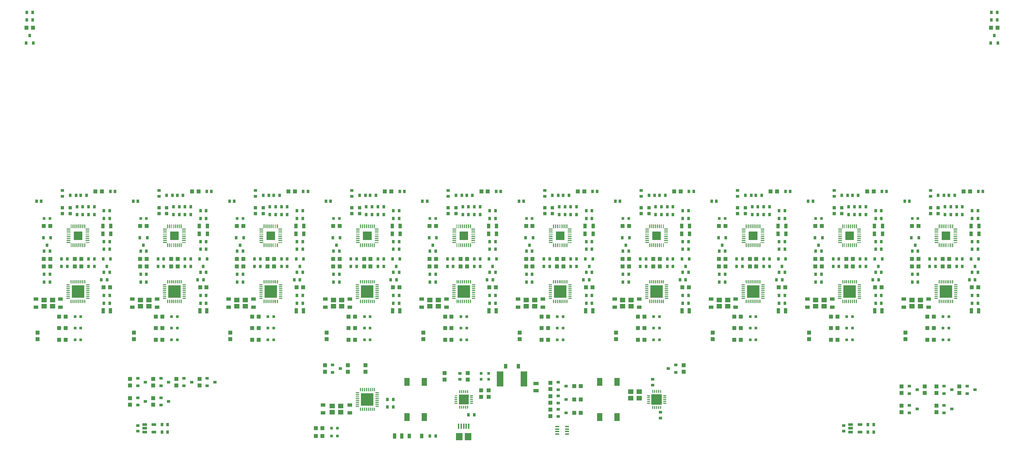
<source format=gbr>
%TF.GenerationSoftware,KiCad,Pcbnew,(5.1.5-0-10_14)*%
%TF.CreationDate,2021-01-27T10:41:07-07:00*%
%TF.ProjectId,NFCPower10,4e464350-6f77-4657-9231-302e6b696361,2*%
%TF.SameCoordinates,Original*%
%TF.FileFunction,Paste,Top*%
%TF.FilePolarity,Positive*%
%FSLAX46Y46*%
G04 Gerber Fmt 4.6, Leading zero omitted, Abs format (unit mm)*
G04 Created by KiCad (PCBNEW (5.1.5-0-10_14)) date 2021-01-27 10:41:07*
%MOMM*%
%LPD*%
G04 APERTURE LIST*
%ADD10C,0.100000*%
%ADD11R,1.400000X1.150000*%
%ADD12R,1.400000X1.200000*%
%ADD13R,0.800000X0.900000*%
%ADD14R,0.900000X0.800000*%
%ADD15R,1.380000X2.100000*%
%ADD16R,3.300001X3.300001*%
%ADD17R,1.300000X0.700001*%
%ADD18R,1.009637X0.239283*%
%ADD19R,2.700000X2.700000*%
%ADD20R,1.062132X1.085043*%
%ADD21R,1.085043X1.062132*%
%ADD22R,0.800001X0.800001*%
%ADD23R,0.800000X0.800000*%
%ADD24R,0.750000X0.900000*%
%ADD25R,1.206201X0.956201*%
%ADD26R,0.956201X1.206201*%
%ADD27R,0.950000X1.400000*%
%ADD28R,1.100000X0.450000*%
%ADD29R,1.800000X4.000000*%
%ADD30R,0.970000X0.900000*%
%ADD31R,2.600000X2.600000*%
%ADD32R,0.800000X0.250000*%
%ADD33R,1.800000X1.900000*%
%ADD34R,0.400000X1.350000*%
%ADD35R,0.910001X1.220000*%
%ADD36R,1.400000X0.950000*%
G04 APERTURE END LIST*
D10*
%TO.C,U23*%
G36*
X102106798Y-151106798D02*
G01*
X99893204Y-151106798D01*
X99893204Y-148893204D01*
X102106798Y-148893204D01*
X102106798Y-151106798D01*
G37*
%TO.C,U21*%
G36*
X127106798Y-151106798D02*
G01*
X124893204Y-151106798D01*
X124893204Y-148893204D01*
X127106798Y-148893204D01*
X127106798Y-151106798D01*
G37*
%TO.C,U19*%
G36*
X152106798Y-151106798D02*
G01*
X149893204Y-151106798D01*
X149893204Y-148893204D01*
X152106798Y-148893204D01*
X152106798Y-151106798D01*
G37*
%TO.C,U17*%
G36*
X177106798Y-151106798D02*
G01*
X174893204Y-151106798D01*
X174893204Y-148893204D01*
X177106798Y-148893204D01*
X177106798Y-151106798D01*
G37*
%TO.C,U15*%
G36*
X202106798Y-151106798D02*
G01*
X199893204Y-151106798D01*
X199893204Y-148893204D01*
X202106798Y-148893204D01*
X202106798Y-151106798D01*
G37*
%TO.C,U13*%
G36*
X227106798Y-151106798D02*
G01*
X224893204Y-151106798D01*
X224893204Y-148893204D01*
X227106798Y-148893204D01*
X227106798Y-151106798D01*
G37*
%TO.C,U11*%
G36*
X252106798Y-151106798D02*
G01*
X249893204Y-151106798D01*
X249893204Y-148893204D01*
X252106798Y-148893204D01*
X252106798Y-151106798D01*
G37*
%TO.C,U9*%
G36*
X277106798Y-151106798D02*
G01*
X274893204Y-151106798D01*
X274893204Y-148893204D01*
X277106798Y-148893204D01*
X277106798Y-151106798D01*
G37*
%TO.C,U7*%
G36*
X302106798Y-151106798D02*
G01*
X299893204Y-151106798D01*
X299893204Y-148893204D01*
X302106798Y-148893204D01*
X302106798Y-151106798D01*
G37*
%TO.C,U5*%
G36*
X327106798Y-151106798D02*
G01*
X324893204Y-151106798D01*
X324893204Y-148893204D01*
X327106798Y-148893204D01*
X327106798Y-151106798D01*
G37*
%TD*%
D11*
%TO.C,Y32*%
X292200000Y-166700000D03*
X294400000Y-166700000D03*
X294400000Y-168300000D03*
X292200000Y-168300000D03*
%TD*%
D12*
%TO.C,Y2*%
X244300000Y-190450000D03*
X246500000Y-190450000D03*
X246500000Y-192150000D03*
X244300000Y-192150000D03*
%TD*%
D13*
%TO.C,C40*%
X332050000Y-161400000D03*
X333550000Y-161400000D03*
%TD*%
D14*
%TO.C,C39*%
X200000000Y-187250000D03*
X200000000Y-185750000D03*
%TD*%
D15*
%TO.C,SW2*%
X236260000Y-197050000D03*
X236260000Y-187950000D03*
X240740000Y-197050000D03*
X240750000Y-187950000D03*
%TD*%
D13*
%TO.C,C70*%
X301750000Y-139500000D03*
X303250000Y-139500000D03*
%TD*%
%TO.C,C51*%
X303750000Y-142500000D03*
X305250000Y-142500000D03*
%TD*%
%TO.C,C54*%
X302250000Y-142500000D03*
X300750000Y-142500000D03*
%TD*%
D16*
%TO.C,U22*%
X101000001Y-164500001D03*
D10*
G36*
X99262254Y-161500602D02*
G01*
X99274388Y-161502402D01*
X99286287Y-161505382D01*
X99297837Y-161509515D01*
X99308926Y-161514760D01*
X99319448Y-161521066D01*
X99329301Y-161528373D01*
X99338390Y-161536611D01*
X99346628Y-161545700D01*
X99353935Y-161555553D01*
X99360241Y-161566075D01*
X99365486Y-161577164D01*
X99369619Y-161588714D01*
X99372599Y-161600613D01*
X99374399Y-161612747D01*
X99375001Y-161624999D01*
X99375001Y-162275001D01*
X99374399Y-162287253D01*
X99372599Y-162299387D01*
X99369619Y-162311286D01*
X99365486Y-162322836D01*
X99360241Y-162333925D01*
X99353935Y-162344447D01*
X99346628Y-162354300D01*
X99338390Y-162363389D01*
X99329301Y-162371627D01*
X99319448Y-162378934D01*
X99308926Y-162385240D01*
X99297837Y-162390485D01*
X99286287Y-162394618D01*
X99274388Y-162397598D01*
X99262254Y-162399398D01*
X99250002Y-162400000D01*
X99250000Y-162400000D01*
X99237748Y-162399398D01*
X99225614Y-162397598D01*
X99213715Y-162394618D01*
X99202165Y-162390485D01*
X99191076Y-162385240D01*
X99180554Y-162378934D01*
X99170701Y-162371627D01*
X99161612Y-162363389D01*
X99153374Y-162354300D01*
X99146067Y-162344447D01*
X99139761Y-162333925D01*
X99134516Y-162322836D01*
X99130383Y-162311286D01*
X99127403Y-162299387D01*
X99125603Y-162287253D01*
X99125001Y-162275001D01*
X99125001Y-161624999D01*
X99125603Y-161612747D01*
X99127403Y-161600613D01*
X99130383Y-161588714D01*
X99134516Y-161577164D01*
X99139761Y-161566075D01*
X99146067Y-161555553D01*
X99153374Y-161545700D01*
X99161612Y-161536611D01*
X99170701Y-161528373D01*
X99180554Y-161521066D01*
X99191076Y-161514760D01*
X99202165Y-161509515D01*
X99213715Y-161505382D01*
X99225614Y-161502402D01*
X99237748Y-161500602D01*
X99250000Y-161500000D01*
X99250002Y-161500000D01*
X99262254Y-161500602D01*
G37*
G36*
X99762253Y-161500602D02*
G01*
X99774387Y-161502402D01*
X99786286Y-161505382D01*
X99797836Y-161509515D01*
X99808925Y-161514760D01*
X99819447Y-161521066D01*
X99829300Y-161528373D01*
X99838389Y-161536611D01*
X99846627Y-161545700D01*
X99853934Y-161555553D01*
X99860240Y-161566075D01*
X99865485Y-161577164D01*
X99869618Y-161588714D01*
X99872598Y-161600613D01*
X99874398Y-161612747D01*
X99875000Y-161624999D01*
X99875000Y-162275001D01*
X99874398Y-162287253D01*
X99872598Y-162299387D01*
X99869618Y-162311286D01*
X99865485Y-162322836D01*
X99860240Y-162333925D01*
X99853934Y-162344447D01*
X99846627Y-162354300D01*
X99838389Y-162363389D01*
X99829300Y-162371627D01*
X99819447Y-162378934D01*
X99808925Y-162385240D01*
X99797836Y-162390485D01*
X99786286Y-162394618D01*
X99774387Y-162397598D01*
X99762253Y-162399398D01*
X99750001Y-162400000D01*
X99749999Y-162400000D01*
X99737747Y-162399398D01*
X99725613Y-162397598D01*
X99713714Y-162394618D01*
X99702164Y-162390485D01*
X99691075Y-162385240D01*
X99680553Y-162378934D01*
X99670700Y-162371627D01*
X99661611Y-162363389D01*
X99653373Y-162354300D01*
X99646066Y-162344447D01*
X99639760Y-162333925D01*
X99634515Y-162322836D01*
X99630382Y-162311286D01*
X99627402Y-162299387D01*
X99625602Y-162287253D01*
X99625000Y-162275001D01*
X99625000Y-161624999D01*
X99625602Y-161612747D01*
X99627402Y-161600613D01*
X99630382Y-161588714D01*
X99634515Y-161577164D01*
X99639760Y-161566075D01*
X99646066Y-161555553D01*
X99653373Y-161545700D01*
X99661611Y-161536611D01*
X99670700Y-161528373D01*
X99680553Y-161521066D01*
X99691075Y-161514760D01*
X99702164Y-161509515D01*
X99713714Y-161505382D01*
X99725613Y-161502402D01*
X99737747Y-161500602D01*
X99749999Y-161500000D01*
X99750001Y-161500000D01*
X99762253Y-161500602D01*
G37*
G36*
X100262252Y-161500602D02*
G01*
X100274386Y-161502402D01*
X100286285Y-161505382D01*
X100297835Y-161509515D01*
X100308924Y-161514760D01*
X100319446Y-161521066D01*
X100329299Y-161528373D01*
X100338388Y-161536611D01*
X100346626Y-161545700D01*
X100353933Y-161555553D01*
X100360239Y-161566075D01*
X100365484Y-161577164D01*
X100369617Y-161588714D01*
X100372597Y-161600613D01*
X100374397Y-161612747D01*
X100374999Y-161624999D01*
X100374999Y-162275001D01*
X100374397Y-162287253D01*
X100372597Y-162299387D01*
X100369617Y-162311286D01*
X100365484Y-162322836D01*
X100360239Y-162333925D01*
X100353933Y-162344447D01*
X100346626Y-162354300D01*
X100338388Y-162363389D01*
X100329299Y-162371627D01*
X100319446Y-162378934D01*
X100308924Y-162385240D01*
X100297835Y-162390485D01*
X100286285Y-162394618D01*
X100274386Y-162397598D01*
X100262252Y-162399398D01*
X100250000Y-162400000D01*
X100249998Y-162400000D01*
X100237746Y-162399398D01*
X100225612Y-162397598D01*
X100213713Y-162394618D01*
X100202163Y-162390485D01*
X100191074Y-162385240D01*
X100180552Y-162378934D01*
X100170699Y-162371627D01*
X100161610Y-162363389D01*
X100153372Y-162354300D01*
X100146065Y-162344447D01*
X100139759Y-162333925D01*
X100134514Y-162322836D01*
X100130381Y-162311286D01*
X100127401Y-162299387D01*
X100125601Y-162287253D01*
X100124999Y-162275001D01*
X100124999Y-161624999D01*
X100125601Y-161612747D01*
X100127401Y-161600613D01*
X100130381Y-161588714D01*
X100134514Y-161577164D01*
X100139759Y-161566075D01*
X100146065Y-161555553D01*
X100153372Y-161545700D01*
X100161610Y-161536611D01*
X100170699Y-161528373D01*
X100180552Y-161521066D01*
X100191074Y-161514760D01*
X100202163Y-161509515D01*
X100213713Y-161505382D01*
X100225612Y-161502402D01*
X100237746Y-161500602D01*
X100249998Y-161500000D01*
X100250000Y-161500000D01*
X100262252Y-161500602D01*
G37*
G36*
X100762254Y-161500602D02*
G01*
X100774388Y-161502402D01*
X100786287Y-161505382D01*
X100797837Y-161509515D01*
X100808926Y-161514760D01*
X100819448Y-161521066D01*
X100829301Y-161528373D01*
X100838390Y-161536611D01*
X100846628Y-161545700D01*
X100853935Y-161555553D01*
X100860241Y-161566075D01*
X100865486Y-161577164D01*
X100869619Y-161588714D01*
X100872599Y-161600613D01*
X100874399Y-161612747D01*
X100875001Y-161624999D01*
X100875001Y-162275001D01*
X100874399Y-162287253D01*
X100872599Y-162299387D01*
X100869619Y-162311286D01*
X100865486Y-162322836D01*
X100860241Y-162333925D01*
X100853935Y-162344447D01*
X100846628Y-162354300D01*
X100838390Y-162363389D01*
X100829301Y-162371627D01*
X100819448Y-162378934D01*
X100808926Y-162385240D01*
X100797837Y-162390485D01*
X100786287Y-162394618D01*
X100774388Y-162397598D01*
X100762254Y-162399398D01*
X100750002Y-162400000D01*
X100750000Y-162400000D01*
X100737748Y-162399398D01*
X100725614Y-162397598D01*
X100713715Y-162394618D01*
X100702165Y-162390485D01*
X100691076Y-162385240D01*
X100680554Y-162378934D01*
X100670701Y-162371627D01*
X100661612Y-162363389D01*
X100653374Y-162354300D01*
X100646067Y-162344447D01*
X100639761Y-162333925D01*
X100634516Y-162322836D01*
X100630383Y-162311286D01*
X100627403Y-162299387D01*
X100625603Y-162287253D01*
X100625001Y-162275001D01*
X100625001Y-161624999D01*
X100625603Y-161612747D01*
X100627403Y-161600613D01*
X100630383Y-161588714D01*
X100634516Y-161577164D01*
X100639761Y-161566075D01*
X100646067Y-161555553D01*
X100653374Y-161545700D01*
X100661612Y-161536611D01*
X100670701Y-161528373D01*
X100680554Y-161521066D01*
X100691076Y-161514760D01*
X100702165Y-161509515D01*
X100713715Y-161505382D01*
X100725614Y-161502402D01*
X100737748Y-161500602D01*
X100750000Y-161500000D01*
X100750002Y-161500000D01*
X100762254Y-161500602D01*
G37*
G36*
X101262252Y-161500602D02*
G01*
X101274386Y-161502402D01*
X101286285Y-161505382D01*
X101297835Y-161509515D01*
X101308924Y-161514760D01*
X101319446Y-161521066D01*
X101329299Y-161528373D01*
X101338388Y-161536611D01*
X101346626Y-161545700D01*
X101353933Y-161555553D01*
X101360239Y-161566075D01*
X101365484Y-161577164D01*
X101369617Y-161588714D01*
X101372597Y-161600613D01*
X101374397Y-161612747D01*
X101374999Y-161624999D01*
X101374999Y-162275001D01*
X101374397Y-162287253D01*
X101372597Y-162299387D01*
X101369617Y-162311286D01*
X101365484Y-162322836D01*
X101360239Y-162333925D01*
X101353933Y-162344447D01*
X101346626Y-162354300D01*
X101338388Y-162363389D01*
X101329299Y-162371627D01*
X101319446Y-162378934D01*
X101308924Y-162385240D01*
X101297835Y-162390485D01*
X101286285Y-162394618D01*
X101274386Y-162397598D01*
X101262252Y-162399398D01*
X101250000Y-162400000D01*
X101249998Y-162400000D01*
X101237746Y-162399398D01*
X101225612Y-162397598D01*
X101213713Y-162394618D01*
X101202163Y-162390485D01*
X101191074Y-162385240D01*
X101180552Y-162378934D01*
X101170699Y-162371627D01*
X101161610Y-162363389D01*
X101153372Y-162354300D01*
X101146065Y-162344447D01*
X101139759Y-162333925D01*
X101134514Y-162322836D01*
X101130381Y-162311286D01*
X101127401Y-162299387D01*
X101125601Y-162287253D01*
X101124999Y-162275001D01*
X101124999Y-161624999D01*
X101125601Y-161612747D01*
X101127401Y-161600613D01*
X101130381Y-161588714D01*
X101134514Y-161577164D01*
X101139759Y-161566075D01*
X101146065Y-161555553D01*
X101153372Y-161545700D01*
X101161610Y-161536611D01*
X101170699Y-161528373D01*
X101180552Y-161521066D01*
X101191074Y-161514760D01*
X101202163Y-161509515D01*
X101213713Y-161505382D01*
X101225612Y-161502402D01*
X101237746Y-161500602D01*
X101249998Y-161500000D01*
X101250000Y-161500000D01*
X101262252Y-161500602D01*
G37*
G36*
X101762254Y-161500602D02*
G01*
X101774388Y-161502402D01*
X101786287Y-161505382D01*
X101797837Y-161509515D01*
X101808926Y-161514760D01*
X101819448Y-161521066D01*
X101829301Y-161528373D01*
X101838390Y-161536611D01*
X101846628Y-161545700D01*
X101853935Y-161555553D01*
X101860241Y-161566075D01*
X101865486Y-161577164D01*
X101869619Y-161588714D01*
X101872599Y-161600613D01*
X101874399Y-161612747D01*
X101875001Y-161624999D01*
X101875001Y-162275001D01*
X101874399Y-162287253D01*
X101872599Y-162299387D01*
X101869619Y-162311286D01*
X101865486Y-162322836D01*
X101860241Y-162333925D01*
X101853935Y-162344447D01*
X101846628Y-162354300D01*
X101838390Y-162363389D01*
X101829301Y-162371627D01*
X101819448Y-162378934D01*
X101808926Y-162385240D01*
X101797837Y-162390485D01*
X101786287Y-162394618D01*
X101774388Y-162397598D01*
X101762254Y-162399398D01*
X101750002Y-162400000D01*
X101750000Y-162400000D01*
X101737748Y-162399398D01*
X101725614Y-162397598D01*
X101713715Y-162394618D01*
X101702165Y-162390485D01*
X101691076Y-162385240D01*
X101680554Y-162378934D01*
X101670701Y-162371627D01*
X101661612Y-162363389D01*
X101653374Y-162354300D01*
X101646067Y-162344447D01*
X101639761Y-162333925D01*
X101634516Y-162322836D01*
X101630383Y-162311286D01*
X101627403Y-162299387D01*
X101625603Y-162287253D01*
X101625001Y-162275001D01*
X101625001Y-161624999D01*
X101625603Y-161612747D01*
X101627403Y-161600613D01*
X101630383Y-161588714D01*
X101634516Y-161577164D01*
X101639761Y-161566075D01*
X101646067Y-161555553D01*
X101653374Y-161545700D01*
X101661612Y-161536611D01*
X101670701Y-161528373D01*
X101680554Y-161521066D01*
X101691076Y-161514760D01*
X101702165Y-161509515D01*
X101713715Y-161505382D01*
X101725614Y-161502402D01*
X101737748Y-161500602D01*
X101750000Y-161500000D01*
X101750002Y-161500000D01*
X101762254Y-161500602D01*
G37*
G36*
X102262253Y-161500602D02*
G01*
X102274387Y-161502402D01*
X102286286Y-161505382D01*
X102297836Y-161509515D01*
X102308925Y-161514760D01*
X102319447Y-161521066D01*
X102329300Y-161528373D01*
X102338389Y-161536611D01*
X102346627Y-161545700D01*
X102353934Y-161555553D01*
X102360240Y-161566075D01*
X102365485Y-161577164D01*
X102369618Y-161588714D01*
X102372598Y-161600613D01*
X102374398Y-161612747D01*
X102375000Y-161624999D01*
X102375000Y-162275001D01*
X102374398Y-162287253D01*
X102372598Y-162299387D01*
X102369618Y-162311286D01*
X102365485Y-162322836D01*
X102360240Y-162333925D01*
X102353934Y-162344447D01*
X102346627Y-162354300D01*
X102338389Y-162363389D01*
X102329300Y-162371627D01*
X102319447Y-162378934D01*
X102308925Y-162385240D01*
X102297836Y-162390485D01*
X102286286Y-162394618D01*
X102274387Y-162397598D01*
X102262253Y-162399398D01*
X102250001Y-162400000D01*
X102249999Y-162400000D01*
X102237747Y-162399398D01*
X102225613Y-162397598D01*
X102213714Y-162394618D01*
X102202164Y-162390485D01*
X102191075Y-162385240D01*
X102180553Y-162378934D01*
X102170700Y-162371627D01*
X102161611Y-162363389D01*
X102153373Y-162354300D01*
X102146066Y-162344447D01*
X102139760Y-162333925D01*
X102134515Y-162322836D01*
X102130382Y-162311286D01*
X102127402Y-162299387D01*
X102125602Y-162287253D01*
X102125000Y-162275001D01*
X102125000Y-161624999D01*
X102125602Y-161612747D01*
X102127402Y-161600613D01*
X102130382Y-161588714D01*
X102134515Y-161577164D01*
X102139760Y-161566075D01*
X102146066Y-161555553D01*
X102153373Y-161545700D01*
X102161611Y-161536611D01*
X102170700Y-161528373D01*
X102180553Y-161521066D01*
X102191075Y-161514760D01*
X102202164Y-161509515D01*
X102213714Y-161505382D01*
X102225613Y-161502402D01*
X102237747Y-161500602D01*
X102249999Y-161500000D01*
X102250001Y-161500000D01*
X102262253Y-161500602D01*
G37*
G36*
X102762252Y-161500602D02*
G01*
X102774386Y-161502402D01*
X102786285Y-161505382D01*
X102797835Y-161509515D01*
X102808924Y-161514760D01*
X102819446Y-161521066D01*
X102829299Y-161528373D01*
X102838388Y-161536611D01*
X102846626Y-161545700D01*
X102853933Y-161555553D01*
X102860239Y-161566075D01*
X102865484Y-161577164D01*
X102869617Y-161588714D01*
X102872597Y-161600613D01*
X102874397Y-161612747D01*
X102874999Y-161624999D01*
X102874999Y-162275001D01*
X102874397Y-162287253D01*
X102872597Y-162299387D01*
X102869617Y-162311286D01*
X102865484Y-162322836D01*
X102860239Y-162333925D01*
X102853933Y-162344447D01*
X102846626Y-162354300D01*
X102838388Y-162363389D01*
X102829299Y-162371627D01*
X102819446Y-162378934D01*
X102808924Y-162385240D01*
X102797835Y-162390485D01*
X102786285Y-162394618D01*
X102774386Y-162397598D01*
X102762252Y-162399398D01*
X102750000Y-162400000D01*
X102749998Y-162400000D01*
X102737746Y-162399398D01*
X102725612Y-162397598D01*
X102713713Y-162394618D01*
X102702163Y-162390485D01*
X102691074Y-162385240D01*
X102680552Y-162378934D01*
X102670699Y-162371627D01*
X102661610Y-162363389D01*
X102653372Y-162354300D01*
X102646065Y-162344447D01*
X102639759Y-162333925D01*
X102634514Y-162322836D01*
X102630381Y-162311286D01*
X102627401Y-162299387D01*
X102625601Y-162287253D01*
X102624999Y-162275001D01*
X102624999Y-161624999D01*
X102625601Y-161612747D01*
X102627401Y-161600613D01*
X102630381Y-161588714D01*
X102634514Y-161577164D01*
X102639759Y-161566075D01*
X102646065Y-161555553D01*
X102653372Y-161545700D01*
X102661610Y-161536611D01*
X102670699Y-161528373D01*
X102680552Y-161521066D01*
X102691074Y-161514760D01*
X102702163Y-161509515D01*
X102713713Y-161505382D01*
X102725612Y-161502402D01*
X102737746Y-161500602D01*
X102749998Y-161500000D01*
X102750000Y-161500000D01*
X102762252Y-161500602D01*
G37*
G36*
X103887253Y-162625603D02*
G01*
X103899387Y-162627403D01*
X103911286Y-162630383D01*
X103922836Y-162634516D01*
X103933925Y-162639761D01*
X103944447Y-162646067D01*
X103954300Y-162653374D01*
X103963389Y-162661612D01*
X103971627Y-162670701D01*
X103978934Y-162680554D01*
X103985240Y-162691076D01*
X103990485Y-162702165D01*
X103994618Y-162713715D01*
X103997598Y-162725614D01*
X103999398Y-162737748D01*
X104000000Y-162750000D01*
X104000000Y-162750002D01*
X103999398Y-162762254D01*
X103997598Y-162774388D01*
X103994618Y-162786287D01*
X103990485Y-162797837D01*
X103985240Y-162808926D01*
X103978934Y-162819448D01*
X103971627Y-162829301D01*
X103963389Y-162838390D01*
X103954300Y-162846628D01*
X103944447Y-162853935D01*
X103933925Y-162860241D01*
X103922836Y-162865486D01*
X103911286Y-162869619D01*
X103899387Y-162872599D01*
X103887253Y-162874399D01*
X103875001Y-162875001D01*
X103224999Y-162875001D01*
X103212747Y-162874399D01*
X103200613Y-162872599D01*
X103188714Y-162869619D01*
X103177164Y-162865486D01*
X103166075Y-162860241D01*
X103155553Y-162853935D01*
X103145700Y-162846628D01*
X103136611Y-162838390D01*
X103128373Y-162829301D01*
X103121066Y-162819448D01*
X103114760Y-162808926D01*
X103109515Y-162797837D01*
X103105382Y-162786287D01*
X103102402Y-162774388D01*
X103100602Y-162762254D01*
X103100000Y-162750002D01*
X103100000Y-162750000D01*
X103100602Y-162737748D01*
X103102402Y-162725614D01*
X103105382Y-162713715D01*
X103109515Y-162702165D01*
X103114760Y-162691076D01*
X103121066Y-162680554D01*
X103128373Y-162670701D01*
X103136611Y-162661612D01*
X103145700Y-162653374D01*
X103155553Y-162646067D01*
X103166075Y-162639761D01*
X103177164Y-162634516D01*
X103188714Y-162630383D01*
X103200613Y-162627403D01*
X103212747Y-162625603D01*
X103224999Y-162625001D01*
X103875001Y-162625001D01*
X103887253Y-162625603D01*
G37*
G36*
X103887253Y-163125602D02*
G01*
X103899387Y-163127402D01*
X103911286Y-163130382D01*
X103922836Y-163134515D01*
X103933925Y-163139760D01*
X103944447Y-163146066D01*
X103954300Y-163153373D01*
X103963389Y-163161611D01*
X103971627Y-163170700D01*
X103978934Y-163180553D01*
X103985240Y-163191075D01*
X103990485Y-163202164D01*
X103994618Y-163213714D01*
X103997598Y-163225613D01*
X103999398Y-163237747D01*
X104000000Y-163249999D01*
X104000000Y-163250001D01*
X103999398Y-163262253D01*
X103997598Y-163274387D01*
X103994618Y-163286286D01*
X103990485Y-163297836D01*
X103985240Y-163308925D01*
X103978934Y-163319447D01*
X103971627Y-163329300D01*
X103963389Y-163338389D01*
X103954300Y-163346627D01*
X103944447Y-163353934D01*
X103933925Y-163360240D01*
X103922836Y-163365485D01*
X103911286Y-163369618D01*
X103899387Y-163372598D01*
X103887253Y-163374398D01*
X103875001Y-163375000D01*
X103224999Y-163375000D01*
X103212747Y-163374398D01*
X103200613Y-163372598D01*
X103188714Y-163369618D01*
X103177164Y-163365485D01*
X103166075Y-163360240D01*
X103155553Y-163353934D01*
X103145700Y-163346627D01*
X103136611Y-163338389D01*
X103128373Y-163329300D01*
X103121066Y-163319447D01*
X103114760Y-163308925D01*
X103109515Y-163297836D01*
X103105382Y-163286286D01*
X103102402Y-163274387D01*
X103100602Y-163262253D01*
X103100000Y-163250001D01*
X103100000Y-163249999D01*
X103100602Y-163237747D01*
X103102402Y-163225613D01*
X103105382Y-163213714D01*
X103109515Y-163202164D01*
X103114760Y-163191075D01*
X103121066Y-163180553D01*
X103128373Y-163170700D01*
X103136611Y-163161611D01*
X103145700Y-163153373D01*
X103155553Y-163146066D01*
X103166075Y-163139760D01*
X103177164Y-163134515D01*
X103188714Y-163130382D01*
X103200613Y-163127402D01*
X103212747Y-163125602D01*
X103224999Y-163125000D01*
X103875001Y-163125000D01*
X103887253Y-163125602D01*
G37*
G36*
X103887253Y-163625601D02*
G01*
X103899387Y-163627401D01*
X103911286Y-163630381D01*
X103922836Y-163634514D01*
X103933925Y-163639759D01*
X103944447Y-163646065D01*
X103954300Y-163653372D01*
X103963389Y-163661610D01*
X103971627Y-163670699D01*
X103978934Y-163680552D01*
X103985240Y-163691074D01*
X103990485Y-163702163D01*
X103994618Y-163713713D01*
X103997598Y-163725612D01*
X103999398Y-163737746D01*
X104000000Y-163749998D01*
X104000000Y-163750000D01*
X103999398Y-163762252D01*
X103997598Y-163774386D01*
X103994618Y-163786285D01*
X103990485Y-163797835D01*
X103985240Y-163808924D01*
X103978934Y-163819446D01*
X103971627Y-163829299D01*
X103963389Y-163838388D01*
X103954300Y-163846626D01*
X103944447Y-163853933D01*
X103933925Y-163860239D01*
X103922836Y-163865484D01*
X103911286Y-163869617D01*
X103899387Y-163872597D01*
X103887253Y-163874397D01*
X103875001Y-163874999D01*
X103224999Y-163874999D01*
X103212747Y-163874397D01*
X103200613Y-163872597D01*
X103188714Y-163869617D01*
X103177164Y-163865484D01*
X103166075Y-163860239D01*
X103155553Y-163853933D01*
X103145700Y-163846626D01*
X103136611Y-163838388D01*
X103128373Y-163829299D01*
X103121066Y-163819446D01*
X103114760Y-163808924D01*
X103109515Y-163797835D01*
X103105382Y-163786285D01*
X103102402Y-163774386D01*
X103100602Y-163762252D01*
X103100000Y-163750000D01*
X103100000Y-163749998D01*
X103100602Y-163737746D01*
X103102402Y-163725612D01*
X103105382Y-163713713D01*
X103109515Y-163702163D01*
X103114760Y-163691074D01*
X103121066Y-163680552D01*
X103128373Y-163670699D01*
X103136611Y-163661610D01*
X103145700Y-163653372D01*
X103155553Y-163646065D01*
X103166075Y-163639759D01*
X103177164Y-163634514D01*
X103188714Y-163630381D01*
X103200613Y-163627401D01*
X103212747Y-163625601D01*
X103224999Y-163624999D01*
X103875001Y-163624999D01*
X103887253Y-163625601D01*
G37*
G36*
X103887253Y-164125603D02*
G01*
X103899387Y-164127403D01*
X103911286Y-164130383D01*
X103922836Y-164134516D01*
X103933925Y-164139761D01*
X103944447Y-164146067D01*
X103954300Y-164153374D01*
X103963389Y-164161612D01*
X103971627Y-164170701D01*
X103978934Y-164180554D01*
X103985240Y-164191076D01*
X103990485Y-164202165D01*
X103994618Y-164213715D01*
X103997598Y-164225614D01*
X103999398Y-164237748D01*
X104000000Y-164250000D01*
X104000000Y-164250002D01*
X103999398Y-164262254D01*
X103997598Y-164274388D01*
X103994618Y-164286287D01*
X103990485Y-164297837D01*
X103985240Y-164308926D01*
X103978934Y-164319448D01*
X103971627Y-164329301D01*
X103963389Y-164338390D01*
X103954300Y-164346628D01*
X103944447Y-164353935D01*
X103933925Y-164360241D01*
X103922836Y-164365486D01*
X103911286Y-164369619D01*
X103899387Y-164372599D01*
X103887253Y-164374399D01*
X103875001Y-164375001D01*
X103224999Y-164375001D01*
X103212747Y-164374399D01*
X103200613Y-164372599D01*
X103188714Y-164369619D01*
X103177164Y-164365486D01*
X103166075Y-164360241D01*
X103155553Y-164353935D01*
X103145700Y-164346628D01*
X103136611Y-164338390D01*
X103128373Y-164329301D01*
X103121066Y-164319448D01*
X103114760Y-164308926D01*
X103109515Y-164297837D01*
X103105382Y-164286287D01*
X103102402Y-164274388D01*
X103100602Y-164262254D01*
X103100000Y-164250002D01*
X103100000Y-164250000D01*
X103100602Y-164237748D01*
X103102402Y-164225614D01*
X103105382Y-164213715D01*
X103109515Y-164202165D01*
X103114760Y-164191076D01*
X103121066Y-164180554D01*
X103128373Y-164170701D01*
X103136611Y-164161612D01*
X103145700Y-164153374D01*
X103155553Y-164146067D01*
X103166075Y-164139761D01*
X103177164Y-164134516D01*
X103188714Y-164130383D01*
X103200613Y-164127403D01*
X103212747Y-164125603D01*
X103224999Y-164125001D01*
X103875001Y-164125001D01*
X103887253Y-164125603D01*
G37*
G36*
X103887253Y-164625601D02*
G01*
X103899387Y-164627401D01*
X103911286Y-164630381D01*
X103922836Y-164634514D01*
X103933925Y-164639759D01*
X103944447Y-164646065D01*
X103954300Y-164653372D01*
X103963389Y-164661610D01*
X103971627Y-164670699D01*
X103978934Y-164680552D01*
X103985240Y-164691074D01*
X103990485Y-164702163D01*
X103994618Y-164713713D01*
X103997598Y-164725612D01*
X103999398Y-164737746D01*
X104000000Y-164749998D01*
X104000000Y-164750000D01*
X103999398Y-164762252D01*
X103997598Y-164774386D01*
X103994618Y-164786285D01*
X103990485Y-164797835D01*
X103985240Y-164808924D01*
X103978934Y-164819446D01*
X103971627Y-164829299D01*
X103963389Y-164838388D01*
X103954300Y-164846626D01*
X103944447Y-164853933D01*
X103933925Y-164860239D01*
X103922836Y-164865484D01*
X103911286Y-164869617D01*
X103899387Y-164872597D01*
X103887253Y-164874397D01*
X103875001Y-164874999D01*
X103224999Y-164874999D01*
X103212747Y-164874397D01*
X103200613Y-164872597D01*
X103188714Y-164869617D01*
X103177164Y-164865484D01*
X103166075Y-164860239D01*
X103155553Y-164853933D01*
X103145700Y-164846626D01*
X103136611Y-164838388D01*
X103128373Y-164829299D01*
X103121066Y-164819446D01*
X103114760Y-164808924D01*
X103109515Y-164797835D01*
X103105382Y-164786285D01*
X103102402Y-164774386D01*
X103100602Y-164762252D01*
X103100000Y-164750000D01*
X103100000Y-164749998D01*
X103100602Y-164737746D01*
X103102402Y-164725612D01*
X103105382Y-164713713D01*
X103109515Y-164702163D01*
X103114760Y-164691074D01*
X103121066Y-164680552D01*
X103128373Y-164670699D01*
X103136611Y-164661610D01*
X103145700Y-164653372D01*
X103155553Y-164646065D01*
X103166075Y-164639759D01*
X103177164Y-164634514D01*
X103188714Y-164630381D01*
X103200613Y-164627401D01*
X103212747Y-164625601D01*
X103224999Y-164624999D01*
X103875001Y-164624999D01*
X103887253Y-164625601D01*
G37*
G36*
X103887253Y-165125603D02*
G01*
X103899387Y-165127403D01*
X103911286Y-165130383D01*
X103922836Y-165134516D01*
X103933925Y-165139761D01*
X103944447Y-165146067D01*
X103954300Y-165153374D01*
X103963389Y-165161612D01*
X103971627Y-165170701D01*
X103978934Y-165180554D01*
X103985240Y-165191076D01*
X103990485Y-165202165D01*
X103994618Y-165213715D01*
X103997598Y-165225614D01*
X103999398Y-165237748D01*
X104000000Y-165250000D01*
X104000000Y-165250002D01*
X103999398Y-165262254D01*
X103997598Y-165274388D01*
X103994618Y-165286287D01*
X103990485Y-165297837D01*
X103985240Y-165308926D01*
X103978934Y-165319448D01*
X103971627Y-165329301D01*
X103963389Y-165338390D01*
X103954300Y-165346628D01*
X103944447Y-165353935D01*
X103933925Y-165360241D01*
X103922836Y-165365486D01*
X103911286Y-165369619D01*
X103899387Y-165372599D01*
X103887253Y-165374399D01*
X103875001Y-165375001D01*
X103224999Y-165375001D01*
X103212747Y-165374399D01*
X103200613Y-165372599D01*
X103188714Y-165369619D01*
X103177164Y-165365486D01*
X103166075Y-165360241D01*
X103155553Y-165353935D01*
X103145700Y-165346628D01*
X103136611Y-165338390D01*
X103128373Y-165329301D01*
X103121066Y-165319448D01*
X103114760Y-165308926D01*
X103109515Y-165297837D01*
X103105382Y-165286287D01*
X103102402Y-165274388D01*
X103100602Y-165262254D01*
X103100000Y-165250002D01*
X103100000Y-165250000D01*
X103100602Y-165237748D01*
X103102402Y-165225614D01*
X103105382Y-165213715D01*
X103109515Y-165202165D01*
X103114760Y-165191076D01*
X103121066Y-165180554D01*
X103128373Y-165170701D01*
X103136611Y-165161612D01*
X103145700Y-165153374D01*
X103155553Y-165146067D01*
X103166075Y-165139761D01*
X103177164Y-165134516D01*
X103188714Y-165130383D01*
X103200613Y-165127403D01*
X103212747Y-165125603D01*
X103224999Y-165125001D01*
X103875001Y-165125001D01*
X103887253Y-165125603D01*
G37*
G36*
X103887253Y-165625602D02*
G01*
X103899387Y-165627402D01*
X103911286Y-165630382D01*
X103922836Y-165634515D01*
X103933925Y-165639760D01*
X103944447Y-165646066D01*
X103954300Y-165653373D01*
X103963389Y-165661611D01*
X103971627Y-165670700D01*
X103978934Y-165680553D01*
X103985240Y-165691075D01*
X103990485Y-165702164D01*
X103994618Y-165713714D01*
X103997598Y-165725613D01*
X103999398Y-165737747D01*
X104000000Y-165749999D01*
X104000000Y-165750001D01*
X103999398Y-165762253D01*
X103997598Y-165774387D01*
X103994618Y-165786286D01*
X103990485Y-165797836D01*
X103985240Y-165808925D01*
X103978934Y-165819447D01*
X103971627Y-165829300D01*
X103963389Y-165838389D01*
X103954300Y-165846627D01*
X103944447Y-165853934D01*
X103933925Y-165860240D01*
X103922836Y-165865485D01*
X103911286Y-165869618D01*
X103899387Y-165872598D01*
X103887253Y-165874398D01*
X103875001Y-165875000D01*
X103224999Y-165875000D01*
X103212747Y-165874398D01*
X103200613Y-165872598D01*
X103188714Y-165869618D01*
X103177164Y-165865485D01*
X103166075Y-165860240D01*
X103155553Y-165853934D01*
X103145700Y-165846627D01*
X103136611Y-165838389D01*
X103128373Y-165829300D01*
X103121066Y-165819447D01*
X103114760Y-165808925D01*
X103109515Y-165797836D01*
X103105382Y-165786286D01*
X103102402Y-165774387D01*
X103100602Y-165762253D01*
X103100000Y-165750001D01*
X103100000Y-165749999D01*
X103100602Y-165737747D01*
X103102402Y-165725613D01*
X103105382Y-165713714D01*
X103109515Y-165702164D01*
X103114760Y-165691075D01*
X103121066Y-165680553D01*
X103128373Y-165670700D01*
X103136611Y-165661611D01*
X103145700Y-165653373D01*
X103155553Y-165646066D01*
X103166075Y-165639760D01*
X103177164Y-165634515D01*
X103188714Y-165630382D01*
X103200613Y-165627402D01*
X103212747Y-165625602D01*
X103224999Y-165625000D01*
X103875001Y-165625000D01*
X103887253Y-165625602D01*
G37*
G36*
X103887253Y-166125601D02*
G01*
X103899387Y-166127401D01*
X103911286Y-166130381D01*
X103922836Y-166134514D01*
X103933925Y-166139759D01*
X103944447Y-166146065D01*
X103954300Y-166153372D01*
X103963389Y-166161610D01*
X103971627Y-166170699D01*
X103978934Y-166180552D01*
X103985240Y-166191074D01*
X103990485Y-166202163D01*
X103994618Y-166213713D01*
X103997598Y-166225612D01*
X103999398Y-166237746D01*
X104000000Y-166249998D01*
X104000000Y-166250000D01*
X103999398Y-166262252D01*
X103997598Y-166274386D01*
X103994618Y-166286285D01*
X103990485Y-166297835D01*
X103985240Y-166308924D01*
X103978934Y-166319446D01*
X103971627Y-166329299D01*
X103963389Y-166338388D01*
X103954300Y-166346626D01*
X103944447Y-166353933D01*
X103933925Y-166360239D01*
X103922836Y-166365484D01*
X103911286Y-166369617D01*
X103899387Y-166372597D01*
X103887253Y-166374397D01*
X103875001Y-166374999D01*
X103224999Y-166374999D01*
X103212747Y-166374397D01*
X103200613Y-166372597D01*
X103188714Y-166369617D01*
X103177164Y-166365484D01*
X103166075Y-166360239D01*
X103155553Y-166353933D01*
X103145700Y-166346626D01*
X103136611Y-166338388D01*
X103128373Y-166329299D01*
X103121066Y-166319446D01*
X103114760Y-166308924D01*
X103109515Y-166297835D01*
X103105382Y-166286285D01*
X103102402Y-166274386D01*
X103100602Y-166262252D01*
X103100000Y-166250000D01*
X103100000Y-166249998D01*
X103100602Y-166237746D01*
X103102402Y-166225612D01*
X103105382Y-166213713D01*
X103109515Y-166202163D01*
X103114760Y-166191074D01*
X103121066Y-166180552D01*
X103128373Y-166170699D01*
X103136611Y-166161610D01*
X103145700Y-166153372D01*
X103155553Y-166146065D01*
X103166075Y-166139759D01*
X103177164Y-166134514D01*
X103188714Y-166130381D01*
X103200613Y-166127401D01*
X103212747Y-166125601D01*
X103224999Y-166124999D01*
X103875001Y-166124999D01*
X103887253Y-166125601D01*
G37*
G36*
X102762252Y-166600602D02*
G01*
X102774386Y-166602402D01*
X102786285Y-166605382D01*
X102797835Y-166609515D01*
X102808924Y-166614760D01*
X102819446Y-166621066D01*
X102829299Y-166628373D01*
X102838388Y-166636611D01*
X102846626Y-166645700D01*
X102853933Y-166655553D01*
X102860239Y-166666075D01*
X102865484Y-166677164D01*
X102869617Y-166688714D01*
X102872597Y-166700613D01*
X102874397Y-166712747D01*
X102874999Y-166724999D01*
X102874999Y-167375001D01*
X102874397Y-167387253D01*
X102872597Y-167399387D01*
X102869617Y-167411286D01*
X102865484Y-167422836D01*
X102860239Y-167433925D01*
X102853933Y-167444447D01*
X102846626Y-167454300D01*
X102838388Y-167463389D01*
X102829299Y-167471627D01*
X102819446Y-167478934D01*
X102808924Y-167485240D01*
X102797835Y-167490485D01*
X102786285Y-167494618D01*
X102774386Y-167497598D01*
X102762252Y-167499398D01*
X102750000Y-167500000D01*
X102749998Y-167500000D01*
X102737746Y-167499398D01*
X102725612Y-167497598D01*
X102713713Y-167494618D01*
X102702163Y-167490485D01*
X102691074Y-167485240D01*
X102680552Y-167478934D01*
X102670699Y-167471627D01*
X102661610Y-167463389D01*
X102653372Y-167454300D01*
X102646065Y-167444447D01*
X102639759Y-167433925D01*
X102634514Y-167422836D01*
X102630381Y-167411286D01*
X102627401Y-167399387D01*
X102625601Y-167387253D01*
X102624999Y-167375001D01*
X102624999Y-166724999D01*
X102625601Y-166712747D01*
X102627401Y-166700613D01*
X102630381Y-166688714D01*
X102634514Y-166677164D01*
X102639759Y-166666075D01*
X102646065Y-166655553D01*
X102653372Y-166645700D01*
X102661610Y-166636611D01*
X102670699Y-166628373D01*
X102680552Y-166621066D01*
X102691074Y-166614760D01*
X102702163Y-166609515D01*
X102713713Y-166605382D01*
X102725612Y-166602402D01*
X102737746Y-166600602D01*
X102749998Y-166600000D01*
X102750000Y-166600000D01*
X102762252Y-166600602D01*
G37*
G36*
X102262253Y-166600602D02*
G01*
X102274387Y-166602402D01*
X102286286Y-166605382D01*
X102297836Y-166609515D01*
X102308925Y-166614760D01*
X102319447Y-166621066D01*
X102329300Y-166628373D01*
X102338389Y-166636611D01*
X102346627Y-166645700D01*
X102353934Y-166655553D01*
X102360240Y-166666075D01*
X102365485Y-166677164D01*
X102369618Y-166688714D01*
X102372598Y-166700613D01*
X102374398Y-166712747D01*
X102375000Y-166724999D01*
X102375000Y-167375001D01*
X102374398Y-167387253D01*
X102372598Y-167399387D01*
X102369618Y-167411286D01*
X102365485Y-167422836D01*
X102360240Y-167433925D01*
X102353934Y-167444447D01*
X102346627Y-167454300D01*
X102338389Y-167463389D01*
X102329300Y-167471627D01*
X102319447Y-167478934D01*
X102308925Y-167485240D01*
X102297836Y-167490485D01*
X102286286Y-167494618D01*
X102274387Y-167497598D01*
X102262253Y-167499398D01*
X102250001Y-167500000D01*
X102249999Y-167500000D01*
X102237747Y-167499398D01*
X102225613Y-167497598D01*
X102213714Y-167494618D01*
X102202164Y-167490485D01*
X102191075Y-167485240D01*
X102180553Y-167478934D01*
X102170700Y-167471627D01*
X102161611Y-167463389D01*
X102153373Y-167454300D01*
X102146066Y-167444447D01*
X102139760Y-167433925D01*
X102134515Y-167422836D01*
X102130382Y-167411286D01*
X102127402Y-167399387D01*
X102125602Y-167387253D01*
X102125000Y-167375001D01*
X102125000Y-166724999D01*
X102125602Y-166712747D01*
X102127402Y-166700613D01*
X102130382Y-166688714D01*
X102134515Y-166677164D01*
X102139760Y-166666075D01*
X102146066Y-166655553D01*
X102153373Y-166645700D01*
X102161611Y-166636611D01*
X102170700Y-166628373D01*
X102180553Y-166621066D01*
X102191075Y-166614760D01*
X102202164Y-166609515D01*
X102213714Y-166605382D01*
X102225613Y-166602402D01*
X102237747Y-166600602D01*
X102249999Y-166600000D01*
X102250001Y-166600000D01*
X102262253Y-166600602D01*
G37*
G36*
X101762254Y-166600602D02*
G01*
X101774388Y-166602402D01*
X101786287Y-166605382D01*
X101797837Y-166609515D01*
X101808926Y-166614760D01*
X101819448Y-166621066D01*
X101829301Y-166628373D01*
X101838390Y-166636611D01*
X101846628Y-166645700D01*
X101853935Y-166655553D01*
X101860241Y-166666075D01*
X101865486Y-166677164D01*
X101869619Y-166688714D01*
X101872599Y-166700613D01*
X101874399Y-166712747D01*
X101875001Y-166724999D01*
X101875001Y-167375001D01*
X101874399Y-167387253D01*
X101872599Y-167399387D01*
X101869619Y-167411286D01*
X101865486Y-167422836D01*
X101860241Y-167433925D01*
X101853935Y-167444447D01*
X101846628Y-167454300D01*
X101838390Y-167463389D01*
X101829301Y-167471627D01*
X101819448Y-167478934D01*
X101808926Y-167485240D01*
X101797837Y-167490485D01*
X101786287Y-167494618D01*
X101774388Y-167497598D01*
X101762254Y-167499398D01*
X101750002Y-167500000D01*
X101750000Y-167500000D01*
X101737748Y-167499398D01*
X101725614Y-167497598D01*
X101713715Y-167494618D01*
X101702165Y-167490485D01*
X101691076Y-167485240D01*
X101680554Y-167478934D01*
X101670701Y-167471627D01*
X101661612Y-167463389D01*
X101653374Y-167454300D01*
X101646067Y-167444447D01*
X101639761Y-167433925D01*
X101634516Y-167422836D01*
X101630383Y-167411286D01*
X101627403Y-167399387D01*
X101625603Y-167387253D01*
X101625001Y-167375001D01*
X101625001Y-166724999D01*
X101625603Y-166712747D01*
X101627403Y-166700613D01*
X101630383Y-166688714D01*
X101634516Y-166677164D01*
X101639761Y-166666075D01*
X101646067Y-166655553D01*
X101653374Y-166645700D01*
X101661612Y-166636611D01*
X101670701Y-166628373D01*
X101680554Y-166621066D01*
X101691076Y-166614760D01*
X101702165Y-166609515D01*
X101713715Y-166605382D01*
X101725614Y-166602402D01*
X101737748Y-166600602D01*
X101750000Y-166600000D01*
X101750002Y-166600000D01*
X101762254Y-166600602D01*
G37*
G36*
X101262252Y-166600602D02*
G01*
X101274386Y-166602402D01*
X101286285Y-166605382D01*
X101297835Y-166609515D01*
X101308924Y-166614760D01*
X101319446Y-166621066D01*
X101329299Y-166628373D01*
X101338388Y-166636611D01*
X101346626Y-166645700D01*
X101353933Y-166655553D01*
X101360239Y-166666075D01*
X101365484Y-166677164D01*
X101369617Y-166688714D01*
X101372597Y-166700613D01*
X101374397Y-166712747D01*
X101374999Y-166724999D01*
X101374999Y-167375001D01*
X101374397Y-167387253D01*
X101372597Y-167399387D01*
X101369617Y-167411286D01*
X101365484Y-167422836D01*
X101360239Y-167433925D01*
X101353933Y-167444447D01*
X101346626Y-167454300D01*
X101338388Y-167463389D01*
X101329299Y-167471627D01*
X101319446Y-167478934D01*
X101308924Y-167485240D01*
X101297835Y-167490485D01*
X101286285Y-167494618D01*
X101274386Y-167497598D01*
X101262252Y-167499398D01*
X101250000Y-167500000D01*
X101249998Y-167500000D01*
X101237746Y-167499398D01*
X101225612Y-167497598D01*
X101213713Y-167494618D01*
X101202163Y-167490485D01*
X101191074Y-167485240D01*
X101180552Y-167478934D01*
X101170699Y-167471627D01*
X101161610Y-167463389D01*
X101153372Y-167454300D01*
X101146065Y-167444447D01*
X101139759Y-167433925D01*
X101134514Y-167422836D01*
X101130381Y-167411286D01*
X101127401Y-167399387D01*
X101125601Y-167387253D01*
X101124999Y-167375001D01*
X101124999Y-166724999D01*
X101125601Y-166712747D01*
X101127401Y-166700613D01*
X101130381Y-166688714D01*
X101134514Y-166677164D01*
X101139759Y-166666075D01*
X101146065Y-166655553D01*
X101153372Y-166645700D01*
X101161610Y-166636611D01*
X101170699Y-166628373D01*
X101180552Y-166621066D01*
X101191074Y-166614760D01*
X101202163Y-166609515D01*
X101213713Y-166605382D01*
X101225612Y-166602402D01*
X101237746Y-166600602D01*
X101249998Y-166600000D01*
X101250000Y-166600000D01*
X101262252Y-166600602D01*
G37*
G36*
X100762254Y-166600602D02*
G01*
X100774388Y-166602402D01*
X100786287Y-166605382D01*
X100797837Y-166609515D01*
X100808926Y-166614760D01*
X100819448Y-166621066D01*
X100829301Y-166628373D01*
X100838390Y-166636611D01*
X100846628Y-166645700D01*
X100853935Y-166655553D01*
X100860241Y-166666075D01*
X100865486Y-166677164D01*
X100869619Y-166688714D01*
X100872599Y-166700613D01*
X100874399Y-166712747D01*
X100875001Y-166724999D01*
X100875001Y-167375001D01*
X100874399Y-167387253D01*
X100872599Y-167399387D01*
X100869619Y-167411286D01*
X100865486Y-167422836D01*
X100860241Y-167433925D01*
X100853935Y-167444447D01*
X100846628Y-167454300D01*
X100838390Y-167463389D01*
X100829301Y-167471627D01*
X100819448Y-167478934D01*
X100808926Y-167485240D01*
X100797837Y-167490485D01*
X100786287Y-167494618D01*
X100774388Y-167497598D01*
X100762254Y-167499398D01*
X100750002Y-167500000D01*
X100750000Y-167500000D01*
X100737748Y-167499398D01*
X100725614Y-167497598D01*
X100713715Y-167494618D01*
X100702165Y-167490485D01*
X100691076Y-167485240D01*
X100680554Y-167478934D01*
X100670701Y-167471627D01*
X100661612Y-167463389D01*
X100653374Y-167454300D01*
X100646067Y-167444447D01*
X100639761Y-167433925D01*
X100634516Y-167422836D01*
X100630383Y-167411286D01*
X100627403Y-167399387D01*
X100625603Y-167387253D01*
X100625001Y-167375001D01*
X100625001Y-166724999D01*
X100625603Y-166712747D01*
X100627403Y-166700613D01*
X100630383Y-166688714D01*
X100634516Y-166677164D01*
X100639761Y-166666075D01*
X100646067Y-166655553D01*
X100653374Y-166645700D01*
X100661612Y-166636611D01*
X100670701Y-166628373D01*
X100680554Y-166621066D01*
X100691076Y-166614760D01*
X100702165Y-166609515D01*
X100713715Y-166605382D01*
X100725614Y-166602402D01*
X100737748Y-166600602D01*
X100750000Y-166600000D01*
X100750002Y-166600000D01*
X100762254Y-166600602D01*
G37*
G36*
X100262252Y-166600602D02*
G01*
X100274386Y-166602402D01*
X100286285Y-166605382D01*
X100297835Y-166609515D01*
X100308924Y-166614760D01*
X100319446Y-166621066D01*
X100329299Y-166628373D01*
X100338388Y-166636611D01*
X100346626Y-166645700D01*
X100353933Y-166655553D01*
X100360239Y-166666075D01*
X100365484Y-166677164D01*
X100369617Y-166688714D01*
X100372597Y-166700613D01*
X100374397Y-166712747D01*
X100374999Y-166724999D01*
X100374999Y-167375001D01*
X100374397Y-167387253D01*
X100372597Y-167399387D01*
X100369617Y-167411286D01*
X100365484Y-167422836D01*
X100360239Y-167433925D01*
X100353933Y-167444447D01*
X100346626Y-167454300D01*
X100338388Y-167463389D01*
X100329299Y-167471627D01*
X100319446Y-167478934D01*
X100308924Y-167485240D01*
X100297835Y-167490485D01*
X100286285Y-167494618D01*
X100274386Y-167497598D01*
X100262252Y-167499398D01*
X100250000Y-167500000D01*
X100249998Y-167500000D01*
X100237746Y-167499398D01*
X100225612Y-167497598D01*
X100213713Y-167494618D01*
X100202163Y-167490485D01*
X100191074Y-167485240D01*
X100180552Y-167478934D01*
X100170699Y-167471627D01*
X100161610Y-167463389D01*
X100153372Y-167454300D01*
X100146065Y-167444447D01*
X100139759Y-167433925D01*
X100134514Y-167422836D01*
X100130381Y-167411286D01*
X100127401Y-167399387D01*
X100125601Y-167387253D01*
X100124999Y-167375001D01*
X100124999Y-166724999D01*
X100125601Y-166712747D01*
X100127401Y-166700613D01*
X100130381Y-166688714D01*
X100134514Y-166677164D01*
X100139759Y-166666075D01*
X100146065Y-166655553D01*
X100153372Y-166645700D01*
X100161610Y-166636611D01*
X100170699Y-166628373D01*
X100180552Y-166621066D01*
X100191074Y-166614760D01*
X100202163Y-166609515D01*
X100213713Y-166605382D01*
X100225612Y-166602402D01*
X100237746Y-166600602D01*
X100249998Y-166600000D01*
X100250000Y-166600000D01*
X100262252Y-166600602D01*
G37*
G36*
X99762253Y-166600602D02*
G01*
X99774387Y-166602402D01*
X99786286Y-166605382D01*
X99797836Y-166609515D01*
X99808925Y-166614760D01*
X99819447Y-166621066D01*
X99829300Y-166628373D01*
X99838389Y-166636611D01*
X99846627Y-166645700D01*
X99853934Y-166655553D01*
X99860240Y-166666075D01*
X99865485Y-166677164D01*
X99869618Y-166688714D01*
X99872598Y-166700613D01*
X99874398Y-166712747D01*
X99875000Y-166724999D01*
X99875000Y-167375001D01*
X99874398Y-167387253D01*
X99872598Y-167399387D01*
X99869618Y-167411286D01*
X99865485Y-167422836D01*
X99860240Y-167433925D01*
X99853934Y-167444447D01*
X99846627Y-167454300D01*
X99838389Y-167463389D01*
X99829300Y-167471627D01*
X99819447Y-167478934D01*
X99808925Y-167485240D01*
X99797836Y-167490485D01*
X99786286Y-167494618D01*
X99774387Y-167497598D01*
X99762253Y-167499398D01*
X99750001Y-167500000D01*
X99749999Y-167500000D01*
X99737747Y-167499398D01*
X99725613Y-167497598D01*
X99713714Y-167494618D01*
X99702164Y-167490485D01*
X99691075Y-167485240D01*
X99680553Y-167478934D01*
X99670700Y-167471627D01*
X99661611Y-167463389D01*
X99653373Y-167454300D01*
X99646066Y-167444447D01*
X99639760Y-167433925D01*
X99634515Y-167422836D01*
X99630382Y-167411286D01*
X99627402Y-167399387D01*
X99625602Y-167387253D01*
X99625000Y-167375001D01*
X99625000Y-166724999D01*
X99625602Y-166712747D01*
X99627402Y-166700613D01*
X99630382Y-166688714D01*
X99634515Y-166677164D01*
X99639760Y-166666075D01*
X99646066Y-166655553D01*
X99653373Y-166645700D01*
X99661611Y-166636611D01*
X99670700Y-166628373D01*
X99680553Y-166621066D01*
X99691075Y-166614760D01*
X99702164Y-166609515D01*
X99713714Y-166605382D01*
X99725613Y-166602402D01*
X99737747Y-166600602D01*
X99749999Y-166600000D01*
X99750001Y-166600000D01*
X99762253Y-166600602D01*
G37*
G36*
X99262254Y-166600602D02*
G01*
X99274388Y-166602402D01*
X99286287Y-166605382D01*
X99297837Y-166609515D01*
X99308926Y-166614760D01*
X99319448Y-166621066D01*
X99329301Y-166628373D01*
X99338390Y-166636611D01*
X99346628Y-166645700D01*
X99353935Y-166655553D01*
X99360241Y-166666075D01*
X99365486Y-166677164D01*
X99369619Y-166688714D01*
X99372599Y-166700613D01*
X99374399Y-166712747D01*
X99375001Y-166724999D01*
X99375001Y-167375001D01*
X99374399Y-167387253D01*
X99372599Y-167399387D01*
X99369619Y-167411286D01*
X99365486Y-167422836D01*
X99360241Y-167433925D01*
X99353935Y-167444447D01*
X99346628Y-167454300D01*
X99338390Y-167463389D01*
X99329301Y-167471627D01*
X99319448Y-167478934D01*
X99308926Y-167485240D01*
X99297837Y-167490485D01*
X99286287Y-167494618D01*
X99274388Y-167497598D01*
X99262254Y-167499398D01*
X99250002Y-167500000D01*
X99250000Y-167500000D01*
X99237748Y-167499398D01*
X99225614Y-167497598D01*
X99213715Y-167494618D01*
X99202165Y-167490485D01*
X99191076Y-167485240D01*
X99180554Y-167478934D01*
X99170701Y-167471627D01*
X99161612Y-167463389D01*
X99153374Y-167454300D01*
X99146067Y-167444447D01*
X99139761Y-167433925D01*
X99134516Y-167422836D01*
X99130383Y-167411286D01*
X99127403Y-167399387D01*
X99125603Y-167387253D01*
X99125001Y-167375001D01*
X99125001Y-166724999D01*
X99125603Y-166712747D01*
X99127403Y-166700613D01*
X99130383Y-166688714D01*
X99134516Y-166677164D01*
X99139761Y-166666075D01*
X99146067Y-166655553D01*
X99153374Y-166645700D01*
X99161612Y-166636611D01*
X99170701Y-166628373D01*
X99180554Y-166621066D01*
X99191076Y-166614760D01*
X99202165Y-166609515D01*
X99213715Y-166605382D01*
X99225614Y-166602402D01*
X99237748Y-166600602D01*
X99250000Y-166600000D01*
X99250002Y-166600000D01*
X99262254Y-166600602D01*
G37*
G36*
X98787253Y-166125601D02*
G01*
X98799387Y-166127401D01*
X98811286Y-166130381D01*
X98822836Y-166134514D01*
X98833925Y-166139759D01*
X98844447Y-166146065D01*
X98854300Y-166153372D01*
X98863389Y-166161610D01*
X98871627Y-166170699D01*
X98878934Y-166180552D01*
X98885240Y-166191074D01*
X98890485Y-166202163D01*
X98894618Y-166213713D01*
X98897598Y-166225612D01*
X98899398Y-166237746D01*
X98900000Y-166249998D01*
X98900000Y-166250000D01*
X98899398Y-166262252D01*
X98897598Y-166274386D01*
X98894618Y-166286285D01*
X98890485Y-166297835D01*
X98885240Y-166308924D01*
X98878934Y-166319446D01*
X98871627Y-166329299D01*
X98863389Y-166338388D01*
X98854300Y-166346626D01*
X98844447Y-166353933D01*
X98833925Y-166360239D01*
X98822836Y-166365484D01*
X98811286Y-166369617D01*
X98799387Y-166372597D01*
X98787253Y-166374397D01*
X98775001Y-166374999D01*
X98124999Y-166374999D01*
X98112747Y-166374397D01*
X98100613Y-166372597D01*
X98088714Y-166369617D01*
X98077164Y-166365484D01*
X98066075Y-166360239D01*
X98055553Y-166353933D01*
X98045700Y-166346626D01*
X98036611Y-166338388D01*
X98028373Y-166329299D01*
X98021066Y-166319446D01*
X98014760Y-166308924D01*
X98009515Y-166297835D01*
X98005382Y-166286285D01*
X98002402Y-166274386D01*
X98000602Y-166262252D01*
X98000000Y-166250000D01*
X98000000Y-166249998D01*
X98000602Y-166237746D01*
X98002402Y-166225612D01*
X98005382Y-166213713D01*
X98009515Y-166202163D01*
X98014760Y-166191074D01*
X98021066Y-166180552D01*
X98028373Y-166170699D01*
X98036611Y-166161610D01*
X98045700Y-166153372D01*
X98055553Y-166146065D01*
X98066075Y-166139759D01*
X98077164Y-166134514D01*
X98088714Y-166130381D01*
X98100613Y-166127401D01*
X98112747Y-166125601D01*
X98124999Y-166124999D01*
X98775001Y-166124999D01*
X98787253Y-166125601D01*
G37*
G36*
X98787253Y-165625602D02*
G01*
X98799387Y-165627402D01*
X98811286Y-165630382D01*
X98822836Y-165634515D01*
X98833925Y-165639760D01*
X98844447Y-165646066D01*
X98854300Y-165653373D01*
X98863389Y-165661611D01*
X98871627Y-165670700D01*
X98878934Y-165680553D01*
X98885240Y-165691075D01*
X98890485Y-165702164D01*
X98894618Y-165713714D01*
X98897598Y-165725613D01*
X98899398Y-165737747D01*
X98900000Y-165749999D01*
X98900000Y-165750001D01*
X98899398Y-165762253D01*
X98897598Y-165774387D01*
X98894618Y-165786286D01*
X98890485Y-165797836D01*
X98885240Y-165808925D01*
X98878934Y-165819447D01*
X98871627Y-165829300D01*
X98863389Y-165838389D01*
X98854300Y-165846627D01*
X98844447Y-165853934D01*
X98833925Y-165860240D01*
X98822836Y-165865485D01*
X98811286Y-165869618D01*
X98799387Y-165872598D01*
X98787253Y-165874398D01*
X98775001Y-165875000D01*
X98124999Y-165875000D01*
X98112747Y-165874398D01*
X98100613Y-165872598D01*
X98088714Y-165869618D01*
X98077164Y-165865485D01*
X98066075Y-165860240D01*
X98055553Y-165853934D01*
X98045700Y-165846627D01*
X98036611Y-165838389D01*
X98028373Y-165829300D01*
X98021066Y-165819447D01*
X98014760Y-165808925D01*
X98009515Y-165797836D01*
X98005382Y-165786286D01*
X98002402Y-165774387D01*
X98000602Y-165762253D01*
X98000000Y-165750001D01*
X98000000Y-165749999D01*
X98000602Y-165737747D01*
X98002402Y-165725613D01*
X98005382Y-165713714D01*
X98009515Y-165702164D01*
X98014760Y-165691075D01*
X98021066Y-165680553D01*
X98028373Y-165670700D01*
X98036611Y-165661611D01*
X98045700Y-165653373D01*
X98055553Y-165646066D01*
X98066075Y-165639760D01*
X98077164Y-165634515D01*
X98088714Y-165630382D01*
X98100613Y-165627402D01*
X98112747Y-165625602D01*
X98124999Y-165625000D01*
X98775001Y-165625000D01*
X98787253Y-165625602D01*
G37*
G36*
X98787253Y-165125603D02*
G01*
X98799387Y-165127403D01*
X98811286Y-165130383D01*
X98822836Y-165134516D01*
X98833925Y-165139761D01*
X98844447Y-165146067D01*
X98854300Y-165153374D01*
X98863389Y-165161612D01*
X98871627Y-165170701D01*
X98878934Y-165180554D01*
X98885240Y-165191076D01*
X98890485Y-165202165D01*
X98894618Y-165213715D01*
X98897598Y-165225614D01*
X98899398Y-165237748D01*
X98900000Y-165250000D01*
X98900000Y-165250002D01*
X98899398Y-165262254D01*
X98897598Y-165274388D01*
X98894618Y-165286287D01*
X98890485Y-165297837D01*
X98885240Y-165308926D01*
X98878934Y-165319448D01*
X98871627Y-165329301D01*
X98863389Y-165338390D01*
X98854300Y-165346628D01*
X98844447Y-165353935D01*
X98833925Y-165360241D01*
X98822836Y-165365486D01*
X98811286Y-165369619D01*
X98799387Y-165372599D01*
X98787253Y-165374399D01*
X98775001Y-165375001D01*
X98124999Y-165375001D01*
X98112747Y-165374399D01*
X98100613Y-165372599D01*
X98088714Y-165369619D01*
X98077164Y-165365486D01*
X98066075Y-165360241D01*
X98055553Y-165353935D01*
X98045700Y-165346628D01*
X98036611Y-165338390D01*
X98028373Y-165329301D01*
X98021066Y-165319448D01*
X98014760Y-165308926D01*
X98009515Y-165297837D01*
X98005382Y-165286287D01*
X98002402Y-165274388D01*
X98000602Y-165262254D01*
X98000000Y-165250002D01*
X98000000Y-165250000D01*
X98000602Y-165237748D01*
X98002402Y-165225614D01*
X98005382Y-165213715D01*
X98009515Y-165202165D01*
X98014760Y-165191076D01*
X98021066Y-165180554D01*
X98028373Y-165170701D01*
X98036611Y-165161612D01*
X98045700Y-165153374D01*
X98055553Y-165146067D01*
X98066075Y-165139761D01*
X98077164Y-165134516D01*
X98088714Y-165130383D01*
X98100613Y-165127403D01*
X98112747Y-165125603D01*
X98124999Y-165125001D01*
X98775001Y-165125001D01*
X98787253Y-165125603D01*
G37*
G36*
X98787253Y-164625601D02*
G01*
X98799387Y-164627401D01*
X98811286Y-164630381D01*
X98822836Y-164634514D01*
X98833925Y-164639759D01*
X98844447Y-164646065D01*
X98854300Y-164653372D01*
X98863389Y-164661610D01*
X98871627Y-164670699D01*
X98878934Y-164680552D01*
X98885240Y-164691074D01*
X98890485Y-164702163D01*
X98894618Y-164713713D01*
X98897598Y-164725612D01*
X98899398Y-164737746D01*
X98900000Y-164749998D01*
X98900000Y-164750000D01*
X98899398Y-164762252D01*
X98897598Y-164774386D01*
X98894618Y-164786285D01*
X98890485Y-164797835D01*
X98885240Y-164808924D01*
X98878934Y-164819446D01*
X98871627Y-164829299D01*
X98863389Y-164838388D01*
X98854300Y-164846626D01*
X98844447Y-164853933D01*
X98833925Y-164860239D01*
X98822836Y-164865484D01*
X98811286Y-164869617D01*
X98799387Y-164872597D01*
X98787253Y-164874397D01*
X98775001Y-164874999D01*
X98124999Y-164874999D01*
X98112747Y-164874397D01*
X98100613Y-164872597D01*
X98088714Y-164869617D01*
X98077164Y-164865484D01*
X98066075Y-164860239D01*
X98055553Y-164853933D01*
X98045700Y-164846626D01*
X98036611Y-164838388D01*
X98028373Y-164829299D01*
X98021066Y-164819446D01*
X98014760Y-164808924D01*
X98009515Y-164797835D01*
X98005382Y-164786285D01*
X98002402Y-164774386D01*
X98000602Y-164762252D01*
X98000000Y-164750000D01*
X98000000Y-164749998D01*
X98000602Y-164737746D01*
X98002402Y-164725612D01*
X98005382Y-164713713D01*
X98009515Y-164702163D01*
X98014760Y-164691074D01*
X98021066Y-164680552D01*
X98028373Y-164670699D01*
X98036611Y-164661610D01*
X98045700Y-164653372D01*
X98055553Y-164646065D01*
X98066075Y-164639759D01*
X98077164Y-164634514D01*
X98088714Y-164630381D01*
X98100613Y-164627401D01*
X98112747Y-164625601D01*
X98124999Y-164624999D01*
X98775001Y-164624999D01*
X98787253Y-164625601D01*
G37*
G36*
X98787253Y-164125603D02*
G01*
X98799387Y-164127403D01*
X98811286Y-164130383D01*
X98822836Y-164134516D01*
X98833925Y-164139761D01*
X98844447Y-164146067D01*
X98854300Y-164153374D01*
X98863389Y-164161612D01*
X98871627Y-164170701D01*
X98878934Y-164180554D01*
X98885240Y-164191076D01*
X98890485Y-164202165D01*
X98894618Y-164213715D01*
X98897598Y-164225614D01*
X98899398Y-164237748D01*
X98900000Y-164250000D01*
X98900000Y-164250002D01*
X98899398Y-164262254D01*
X98897598Y-164274388D01*
X98894618Y-164286287D01*
X98890485Y-164297837D01*
X98885240Y-164308926D01*
X98878934Y-164319448D01*
X98871627Y-164329301D01*
X98863389Y-164338390D01*
X98854300Y-164346628D01*
X98844447Y-164353935D01*
X98833925Y-164360241D01*
X98822836Y-164365486D01*
X98811286Y-164369619D01*
X98799387Y-164372599D01*
X98787253Y-164374399D01*
X98775001Y-164375001D01*
X98124999Y-164375001D01*
X98112747Y-164374399D01*
X98100613Y-164372599D01*
X98088714Y-164369619D01*
X98077164Y-164365486D01*
X98066075Y-164360241D01*
X98055553Y-164353935D01*
X98045700Y-164346628D01*
X98036611Y-164338390D01*
X98028373Y-164329301D01*
X98021066Y-164319448D01*
X98014760Y-164308926D01*
X98009515Y-164297837D01*
X98005382Y-164286287D01*
X98002402Y-164274388D01*
X98000602Y-164262254D01*
X98000000Y-164250002D01*
X98000000Y-164250000D01*
X98000602Y-164237748D01*
X98002402Y-164225614D01*
X98005382Y-164213715D01*
X98009515Y-164202165D01*
X98014760Y-164191076D01*
X98021066Y-164180554D01*
X98028373Y-164170701D01*
X98036611Y-164161612D01*
X98045700Y-164153374D01*
X98055553Y-164146067D01*
X98066075Y-164139761D01*
X98077164Y-164134516D01*
X98088714Y-164130383D01*
X98100613Y-164127403D01*
X98112747Y-164125603D01*
X98124999Y-164125001D01*
X98775001Y-164125001D01*
X98787253Y-164125603D01*
G37*
G36*
X98787253Y-163625601D02*
G01*
X98799387Y-163627401D01*
X98811286Y-163630381D01*
X98822836Y-163634514D01*
X98833925Y-163639759D01*
X98844447Y-163646065D01*
X98854300Y-163653372D01*
X98863389Y-163661610D01*
X98871627Y-163670699D01*
X98878934Y-163680552D01*
X98885240Y-163691074D01*
X98890485Y-163702163D01*
X98894618Y-163713713D01*
X98897598Y-163725612D01*
X98899398Y-163737746D01*
X98900000Y-163749998D01*
X98900000Y-163750000D01*
X98899398Y-163762252D01*
X98897598Y-163774386D01*
X98894618Y-163786285D01*
X98890485Y-163797835D01*
X98885240Y-163808924D01*
X98878934Y-163819446D01*
X98871627Y-163829299D01*
X98863389Y-163838388D01*
X98854300Y-163846626D01*
X98844447Y-163853933D01*
X98833925Y-163860239D01*
X98822836Y-163865484D01*
X98811286Y-163869617D01*
X98799387Y-163872597D01*
X98787253Y-163874397D01*
X98775001Y-163874999D01*
X98124999Y-163874999D01*
X98112747Y-163874397D01*
X98100613Y-163872597D01*
X98088714Y-163869617D01*
X98077164Y-163865484D01*
X98066075Y-163860239D01*
X98055553Y-163853933D01*
X98045700Y-163846626D01*
X98036611Y-163838388D01*
X98028373Y-163829299D01*
X98021066Y-163819446D01*
X98014760Y-163808924D01*
X98009515Y-163797835D01*
X98005382Y-163786285D01*
X98002402Y-163774386D01*
X98000602Y-163762252D01*
X98000000Y-163750000D01*
X98000000Y-163749998D01*
X98000602Y-163737746D01*
X98002402Y-163725612D01*
X98005382Y-163713713D01*
X98009515Y-163702163D01*
X98014760Y-163691074D01*
X98021066Y-163680552D01*
X98028373Y-163670699D01*
X98036611Y-163661610D01*
X98045700Y-163653372D01*
X98055553Y-163646065D01*
X98066075Y-163639759D01*
X98077164Y-163634514D01*
X98088714Y-163630381D01*
X98100613Y-163627401D01*
X98112747Y-163625601D01*
X98124999Y-163624999D01*
X98775001Y-163624999D01*
X98787253Y-163625601D01*
G37*
G36*
X98787253Y-163125602D02*
G01*
X98799387Y-163127402D01*
X98811286Y-163130382D01*
X98822836Y-163134515D01*
X98833925Y-163139760D01*
X98844447Y-163146066D01*
X98854300Y-163153373D01*
X98863389Y-163161611D01*
X98871627Y-163170700D01*
X98878934Y-163180553D01*
X98885240Y-163191075D01*
X98890485Y-163202164D01*
X98894618Y-163213714D01*
X98897598Y-163225613D01*
X98899398Y-163237747D01*
X98900000Y-163249999D01*
X98900000Y-163250001D01*
X98899398Y-163262253D01*
X98897598Y-163274387D01*
X98894618Y-163286286D01*
X98890485Y-163297836D01*
X98885240Y-163308925D01*
X98878934Y-163319447D01*
X98871627Y-163329300D01*
X98863389Y-163338389D01*
X98854300Y-163346627D01*
X98844447Y-163353934D01*
X98833925Y-163360240D01*
X98822836Y-163365485D01*
X98811286Y-163369618D01*
X98799387Y-163372598D01*
X98787253Y-163374398D01*
X98775001Y-163375000D01*
X98124999Y-163375000D01*
X98112747Y-163374398D01*
X98100613Y-163372598D01*
X98088714Y-163369618D01*
X98077164Y-163365485D01*
X98066075Y-163360240D01*
X98055553Y-163353934D01*
X98045700Y-163346627D01*
X98036611Y-163338389D01*
X98028373Y-163329300D01*
X98021066Y-163319447D01*
X98014760Y-163308925D01*
X98009515Y-163297836D01*
X98005382Y-163286286D01*
X98002402Y-163274387D01*
X98000602Y-163262253D01*
X98000000Y-163250001D01*
X98000000Y-163249999D01*
X98000602Y-163237747D01*
X98002402Y-163225613D01*
X98005382Y-163213714D01*
X98009515Y-163202164D01*
X98014760Y-163191075D01*
X98021066Y-163180553D01*
X98028373Y-163170700D01*
X98036611Y-163161611D01*
X98045700Y-163153373D01*
X98055553Y-163146066D01*
X98066075Y-163139760D01*
X98077164Y-163134515D01*
X98088714Y-163130382D01*
X98100613Y-163127402D01*
X98112747Y-163125602D01*
X98124999Y-163125000D01*
X98775001Y-163125000D01*
X98787253Y-163125602D01*
G37*
G36*
X98787253Y-162625603D02*
G01*
X98799387Y-162627403D01*
X98811286Y-162630383D01*
X98822836Y-162634516D01*
X98833925Y-162639761D01*
X98844447Y-162646067D01*
X98854300Y-162653374D01*
X98863389Y-162661612D01*
X98871627Y-162670701D01*
X98878934Y-162680554D01*
X98885240Y-162691076D01*
X98890485Y-162702165D01*
X98894618Y-162713715D01*
X98897598Y-162725614D01*
X98899398Y-162737748D01*
X98900000Y-162750000D01*
X98900000Y-162750002D01*
X98899398Y-162762254D01*
X98897598Y-162774388D01*
X98894618Y-162786287D01*
X98890485Y-162797837D01*
X98885240Y-162808926D01*
X98878934Y-162819448D01*
X98871627Y-162829301D01*
X98863389Y-162838390D01*
X98854300Y-162846628D01*
X98844447Y-162853935D01*
X98833925Y-162860241D01*
X98822836Y-162865486D01*
X98811286Y-162869619D01*
X98799387Y-162872599D01*
X98787253Y-162874399D01*
X98775001Y-162875001D01*
X98124999Y-162875001D01*
X98112747Y-162874399D01*
X98100613Y-162872599D01*
X98088714Y-162869619D01*
X98077164Y-162865486D01*
X98066075Y-162860241D01*
X98055553Y-162853935D01*
X98045700Y-162846628D01*
X98036611Y-162838390D01*
X98028373Y-162829301D01*
X98021066Y-162819448D01*
X98014760Y-162808926D01*
X98009515Y-162797837D01*
X98005382Y-162786287D01*
X98002402Y-162774388D01*
X98000602Y-162762254D01*
X98000000Y-162750002D01*
X98000000Y-162750000D01*
X98000602Y-162737748D01*
X98002402Y-162725614D01*
X98005382Y-162713715D01*
X98009515Y-162702165D01*
X98014760Y-162691076D01*
X98021066Y-162680554D01*
X98028373Y-162670701D01*
X98036611Y-162661612D01*
X98045700Y-162653374D01*
X98055553Y-162646067D01*
X98066075Y-162639761D01*
X98077164Y-162634516D01*
X98088714Y-162630383D01*
X98100613Y-162627403D01*
X98112747Y-162625603D01*
X98124999Y-162625001D01*
X98775001Y-162625001D01*
X98787253Y-162625603D01*
G37*
%TD*%
D16*
%TO.C,U20*%
X126000001Y-164500001D03*
D10*
G36*
X124262254Y-161500602D02*
G01*
X124274388Y-161502402D01*
X124286287Y-161505382D01*
X124297837Y-161509515D01*
X124308926Y-161514760D01*
X124319448Y-161521066D01*
X124329301Y-161528373D01*
X124338390Y-161536611D01*
X124346628Y-161545700D01*
X124353935Y-161555553D01*
X124360241Y-161566075D01*
X124365486Y-161577164D01*
X124369619Y-161588714D01*
X124372599Y-161600613D01*
X124374399Y-161612747D01*
X124375001Y-161624999D01*
X124375001Y-162275001D01*
X124374399Y-162287253D01*
X124372599Y-162299387D01*
X124369619Y-162311286D01*
X124365486Y-162322836D01*
X124360241Y-162333925D01*
X124353935Y-162344447D01*
X124346628Y-162354300D01*
X124338390Y-162363389D01*
X124329301Y-162371627D01*
X124319448Y-162378934D01*
X124308926Y-162385240D01*
X124297837Y-162390485D01*
X124286287Y-162394618D01*
X124274388Y-162397598D01*
X124262254Y-162399398D01*
X124250002Y-162400000D01*
X124250000Y-162400000D01*
X124237748Y-162399398D01*
X124225614Y-162397598D01*
X124213715Y-162394618D01*
X124202165Y-162390485D01*
X124191076Y-162385240D01*
X124180554Y-162378934D01*
X124170701Y-162371627D01*
X124161612Y-162363389D01*
X124153374Y-162354300D01*
X124146067Y-162344447D01*
X124139761Y-162333925D01*
X124134516Y-162322836D01*
X124130383Y-162311286D01*
X124127403Y-162299387D01*
X124125603Y-162287253D01*
X124125001Y-162275001D01*
X124125001Y-161624999D01*
X124125603Y-161612747D01*
X124127403Y-161600613D01*
X124130383Y-161588714D01*
X124134516Y-161577164D01*
X124139761Y-161566075D01*
X124146067Y-161555553D01*
X124153374Y-161545700D01*
X124161612Y-161536611D01*
X124170701Y-161528373D01*
X124180554Y-161521066D01*
X124191076Y-161514760D01*
X124202165Y-161509515D01*
X124213715Y-161505382D01*
X124225614Y-161502402D01*
X124237748Y-161500602D01*
X124250000Y-161500000D01*
X124250002Y-161500000D01*
X124262254Y-161500602D01*
G37*
G36*
X124762253Y-161500602D02*
G01*
X124774387Y-161502402D01*
X124786286Y-161505382D01*
X124797836Y-161509515D01*
X124808925Y-161514760D01*
X124819447Y-161521066D01*
X124829300Y-161528373D01*
X124838389Y-161536611D01*
X124846627Y-161545700D01*
X124853934Y-161555553D01*
X124860240Y-161566075D01*
X124865485Y-161577164D01*
X124869618Y-161588714D01*
X124872598Y-161600613D01*
X124874398Y-161612747D01*
X124875000Y-161624999D01*
X124875000Y-162275001D01*
X124874398Y-162287253D01*
X124872598Y-162299387D01*
X124869618Y-162311286D01*
X124865485Y-162322836D01*
X124860240Y-162333925D01*
X124853934Y-162344447D01*
X124846627Y-162354300D01*
X124838389Y-162363389D01*
X124829300Y-162371627D01*
X124819447Y-162378934D01*
X124808925Y-162385240D01*
X124797836Y-162390485D01*
X124786286Y-162394618D01*
X124774387Y-162397598D01*
X124762253Y-162399398D01*
X124750001Y-162400000D01*
X124749999Y-162400000D01*
X124737747Y-162399398D01*
X124725613Y-162397598D01*
X124713714Y-162394618D01*
X124702164Y-162390485D01*
X124691075Y-162385240D01*
X124680553Y-162378934D01*
X124670700Y-162371627D01*
X124661611Y-162363389D01*
X124653373Y-162354300D01*
X124646066Y-162344447D01*
X124639760Y-162333925D01*
X124634515Y-162322836D01*
X124630382Y-162311286D01*
X124627402Y-162299387D01*
X124625602Y-162287253D01*
X124625000Y-162275001D01*
X124625000Y-161624999D01*
X124625602Y-161612747D01*
X124627402Y-161600613D01*
X124630382Y-161588714D01*
X124634515Y-161577164D01*
X124639760Y-161566075D01*
X124646066Y-161555553D01*
X124653373Y-161545700D01*
X124661611Y-161536611D01*
X124670700Y-161528373D01*
X124680553Y-161521066D01*
X124691075Y-161514760D01*
X124702164Y-161509515D01*
X124713714Y-161505382D01*
X124725613Y-161502402D01*
X124737747Y-161500602D01*
X124749999Y-161500000D01*
X124750001Y-161500000D01*
X124762253Y-161500602D01*
G37*
G36*
X125262252Y-161500602D02*
G01*
X125274386Y-161502402D01*
X125286285Y-161505382D01*
X125297835Y-161509515D01*
X125308924Y-161514760D01*
X125319446Y-161521066D01*
X125329299Y-161528373D01*
X125338388Y-161536611D01*
X125346626Y-161545700D01*
X125353933Y-161555553D01*
X125360239Y-161566075D01*
X125365484Y-161577164D01*
X125369617Y-161588714D01*
X125372597Y-161600613D01*
X125374397Y-161612747D01*
X125374999Y-161624999D01*
X125374999Y-162275001D01*
X125374397Y-162287253D01*
X125372597Y-162299387D01*
X125369617Y-162311286D01*
X125365484Y-162322836D01*
X125360239Y-162333925D01*
X125353933Y-162344447D01*
X125346626Y-162354300D01*
X125338388Y-162363389D01*
X125329299Y-162371627D01*
X125319446Y-162378934D01*
X125308924Y-162385240D01*
X125297835Y-162390485D01*
X125286285Y-162394618D01*
X125274386Y-162397598D01*
X125262252Y-162399398D01*
X125250000Y-162400000D01*
X125249998Y-162400000D01*
X125237746Y-162399398D01*
X125225612Y-162397598D01*
X125213713Y-162394618D01*
X125202163Y-162390485D01*
X125191074Y-162385240D01*
X125180552Y-162378934D01*
X125170699Y-162371627D01*
X125161610Y-162363389D01*
X125153372Y-162354300D01*
X125146065Y-162344447D01*
X125139759Y-162333925D01*
X125134514Y-162322836D01*
X125130381Y-162311286D01*
X125127401Y-162299387D01*
X125125601Y-162287253D01*
X125124999Y-162275001D01*
X125124999Y-161624999D01*
X125125601Y-161612747D01*
X125127401Y-161600613D01*
X125130381Y-161588714D01*
X125134514Y-161577164D01*
X125139759Y-161566075D01*
X125146065Y-161555553D01*
X125153372Y-161545700D01*
X125161610Y-161536611D01*
X125170699Y-161528373D01*
X125180552Y-161521066D01*
X125191074Y-161514760D01*
X125202163Y-161509515D01*
X125213713Y-161505382D01*
X125225612Y-161502402D01*
X125237746Y-161500602D01*
X125249998Y-161500000D01*
X125250000Y-161500000D01*
X125262252Y-161500602D01*
G37*
G36*
X125762254Y-161500602D02*
G01*
X125774388Y-161502402D01*
X125786287Y-161505382D01*
X125797837Y-161509515D01*
X125808926Y-161514760D01*
X125819448Y-161521066D01*
X125829301Y-161528373D01*
X125838390Y-161536611D01*
X125846628Y-161545700D01*
X125853935Y-161555553D01*
X125860241Y-161566075D01*
X125865486Y-161577164D01*
X125869619Y-161588714D01*
X125872599Y-161600613D01*
X125874399Y-161612747D01*
X125875001Y-161624999D01*
X125875001Y-162275001D01*
X125874399Y-162287253D01*
X125872599Y-162299387D01*
X125869619Y-162311286D01*
X125865486Y-162322836D01*
X125860241Y-162333925D01*
X125853935Y-162344447D01*
X125846628Y-162354300D01*
X125838390Y-162363389D01*
X125829301Y-162371627D01*
X125819448Y-162378934D01*
X125808926Y-162385240D01*
X125797837Y-162390485D01*
X125786287Y-162394618D01*
X125774388Y-162397598D01*
X125762254Y-162399398D01*
X125750002Y-162400000D01*
X125750000Y-162400000D01*
X125737748Y-162399398D01*
X125725614Y-162397598D01*
X125713715Y-162394618D01*
X125702165Y-162390485D01*
X125691076Y-162385240D01*
X125680554Y-162378934D01*
X125670701Y-162371627D01*
X125661612Y-162363389D01*
X125653374Y-162354300D01*
X125646067Y-162344447D01*
X125639761Y-162333925D01*
X125634516Y-162322836D01*
X125630383Y-162311286D01*
X125627403Y-162299387D01*
X125625603Y-162287253D01*
X125625001Y-162275001D01*
X125625001Y-161624999D01*
X125625603Y-161612747D01*
X125627403Y-161600613D01*
X125630383Y-161588714D01*
X125634516Y-161577164D01*
X125639761Y-161566075D01*
X125646067Y-161555553D01*
X125653374Y-161545700D01*
X125661612Y-161536611D01*
X125670701Y-161528373D01*
X125680554Y-161521066D01*
X125691076Y-161514760D01*
X125702165Y-161509515D01*
X125713715Y-161505382D01*
X125725614Y-161502402D01*
X125737748Y-161500602D01*
X125750000Y-161500000D01*
X125750002Y-161500000D01*
X125762254Y-161500602D01*
G37*
G36*
X126262252Y-161500602D02*
G01*
X126274386Y-161502402D01*
X126286285Y-161505382D01*
X126297835Y-161509515D01*
X126308924Y-161514760D01*
X126319446Y-161521066D01*
X126329299Y-161528373D01*
X126338388Y-161536611D01*
X126346626Y-161545700D01*
X126353933Y-161555553D01*
X126360239Y-161566075D01*
X126365484Y-161577164D01*
X126369617Y-161588714D01*
X126372597Y-161600613D01*
X126374397Y-161612747D01*
X126374999Y-161624999D01*
X126374999Y-162275001D01*
X126374397Y-162287253D01*
X126372597Y-162299387D01*
X126369617Y-162311286D01*
X126365484Y-162322836D01*
X126360239Y-162333925D01*
X126353933Y-162344447D01*
X126346626Y-162354300D01*
X126338388Y-162363389D01*
X126329299Y-162371627D01*
X126319446Y-162378934D01*
X126308924Y-162385240D01*
X126297835Y-162390485D01*
X126286285Y-162394618D01*
X126274386Y-162397598D01*
X126262252Y-162399398D01*
X126250000Y-162400000D01*
X126249998Y-162400000D01*
X126237746Y-162399398D01*
X126225612Y-162397598D01*
X126213713Y-162394618D01*
X126202163Y-162390485D01*
X126191074Y-162385240D01*
X126180552Y-162378934D01*
X126170699Y-162371627D01*
X126161610Y-162363389D01*
X126153372Y-162354300D01*
X126146065Y-162344447D01*
X126139759Y-162333925D01*
X126134514Y-162322836D01*
X126130381Y-162311286D01*
X126127401Y-162299387D01*
X126125601Y-162287253D01*
X126124999Y-162275001D01*
X126124999Y-161624999D01*
X126125601Y-161612747D01*
X126127401Y-161600613D01*
X126130381Y-161588714D01*
X126134514Y-161577164D01*
X126139759Y-161566075D01*
X126146065Y-161555553D01*
X126153372Y-161545700D01*
X126161610Y-161536611D01*
X126170699Y-161528373D01*
X126180552Y-161521066D01*
X126191074Y-161514760D01*
X126202163Y-161509515D01*
X126213713Y-161505382D01*
X126225612Y-161502402D01*
X126237746Y-161500602D01*
X126249998Y-161500000D01*
X126250000Y-161500000D01*
X126262252Y-161500602D01*
G37*
G36*
X126762254Y-161500602D02*
G01*
X126774388Y-161502402D01*
X126786287Y-161505382D01*
X126797837Y-161509515D01*
X126808926Y-161514760D01*
X126819448Y-161521066D01*
X126829301Y-161528373D01*
X126838390Y-161536611D01*
X126846628Y-161545700D01*
X126853935Y-161555553D01*
X126860241Y-161566075D01*
X126865486Y-161577164D01*
X126869619Y-161588714D01*
X126872599Y-161600613D01*
X126874399Y-161612747D01*
X126875001Y-161624999D01*
X126875001Y-162275001D01*
X126874399Y-162287253D01*
X126872599Y-162299387D01*
X126869619Y-162311286D01*
X126865486Y-162322836D01*
X126860241Y-162333925D01*
X126853935Y-162344447D01*
X126846628Y-162354300D01*
X126838390Y-162363389D01*
X126829301Y-162371627D01*
X126819448Y-162378934D01*
X126808926Y-162385240D01*
X126797837Y-162390485D01*
X126786287Y-162394618D01*
X126774388Y-162397598D01*
X126762254Y-162399398D01*
X126750002Y-162400000D01*
X126750000Y-162400000D01*
X126737748Y-162399398D01*
X126725614Y-162397598D01*
X126713715Y-162394618D01*
X126702165Y-162390485D01*
X126691076Y-162385240D01*
X126680554Y-162378934D01*
X126670701Y-162371627D01*
X126661612Y-162363389D01*
X126653374Y-162354300D01*
X126646067Y-162344447D01*
X126639761Y-162333925D01*
X126634516Y-162322836D01*
X126630383Y-162311286D01*
X126627403Y-162299387D01*
X126625603Y-162287253D01*
X126625001Y-162275001D01*
X126625001Y-161624999D01*
X126625603Y-161612747D01*
X126627403Y-161600613D01*
X126630383Y-161588714D01*
X126634516Y-161577164D01*
X126639761Y-161566075D01*
X126646067Y-161555553D01*
X126653374Y-161545700D01*
X126661612Y-161536611D01*
X126670701Y-161528373D01*
X126680554Y-161521066D01*
X126691076Y-161514760D01*
X126702165Y-161509515D01*
X126713715Y-161505382D01*
X126725614Y-161502402D01*
X126737748Y-161500602D01*
X126750000Y-161500000D01*
X126750002Y-161500000D01*
X126762254Y-161500602D01*
G37*
G36*
X127262253Y-161500602D02*
G01*
X127274387Y-161502402D01*
X127286286Y-161505382D01*
X127297836Y-161509515D01*
X127308925Y-161514760D01*
X127319447Y-161521066D01*
X127329300Y-161528373D01*
X127338389Y-161536611D01*
X127346627Y-161545700D01*
X127353934Y-161555553D01*
X127360240Y-161566075D01*
X127365485Y-161577164D01*
X127369618Y-161588714D01*
X127372598Y-161600613D01*
X127374398Y-161612747D01*
X127375000Y-161624999D01*
X127375000Y-162275001D01*
X127374398Y-162287253D01*
X127372598Y-162299387D01*
X127369618Y-162311286D01*
X127365485Y-162322836D01*
X127360240Y-162333925D01*
X127353934Y-162344447D01*
X127346627Y-162354300D01*
X127338389Y-162363389D01*
X127329300Y-162371627D01*
X127319447Y-162378934D01*
X127308925Y-162385240D01*
X127297836Y-162390485D01*
X127286286Y-162394618D01*
X127274387Y-162397598D01*
X127262253Y-162399398D01*
X127250001Y-162400000D01*
X127249999Y-162400000D01*
X127237747Y-162399398D01*
X127225613Y-162397598D01*
X127213714Y-162394618D01*
X127202164Y-162390485D01*
X127191075Y-162385240D01*
X127180553Y-162378934D01*
X127170700Y-162371627D01*
X127161611Y-162363389D01*
X127153373Y-162354300D01*
X127146066Y-162344447D01*
X127139760Y-162333925D01*
X127134515Y-162322836D01*
X127130382Y-162311286D01*
X127127402Y-162299387D01*
X127125602Y-162287253D01*
X127125000Y-162275001D01*
X127125000Y-161624999D01*
X127125602Y-161612747D01*
X127127402Y-161600613D01*
X127130382Y-161588714D01*
X127134515Y-161577164D01*
X127139760Y-161566075D01*
X127146066Y-161555553D01*
X127153373Y-161545700D01*
X127161611Y-161536611D01*
X127170700Y-161528373D01*
X127180553Y-161521066D01*
X127191075Y-161514760D01*
X127202164Y-161509515D01*
X127213714Y-161505382D01*
X127225613Y-161502402D01*
X127237747Y-161500602D01*
X127249999Y-161500000D01*
X127250001Y-161500000D01*
X127262253Y-161500602D01*
G37*
G36*
X127762252Y-161500602D02*
G01*
X127774386Y-161502402D01*
X127786285Y-161505382D01*
X127797835Y-161509515D01*
X127808924Y-161514760D01*
X127819446Y-161521066D01*
X127829299Y-161528373D01*
X127838388Y-161536611D01*
X127846626Y-161545700D01*
X127853933Y-161555553D01*
X127860239Y-161566075D01*
X127865484Y-161577164D01*
X127869617Y-161588714D01*
X127872597Y-161600613D01*
X127874397Y-161612747D01*
X127874999Y-161624999D01*
X127874999Y-162275001D01*
X127874397Y-162287253D01*
X127872597Y-162299387D01*
X127869617Y-162311286D01*
X127865484Y-162322836D01*
X127860239Y-162333925D01*
X127853933Y-162344447D01*
X127846626Y-162354300D01*
X127838388Y-162363389D01*
X127829299Y-162371627D01*
X127819446Y-162378934D01*
X127808924Y-162385240D01*
X127797835Y-162390485D01*
X127786285Y-162394618D01*
X127774386Y-162397598D01*
X127762252Y-162399398D01*
X127750000Y-162400000D01*
X127749998Y-162400000D01*
X127737746Y-162399398D01*
X127725612Y-162397598D01*
X127713713Y-162394618D01*
X127702163Y-162390485D01*
X127691074Y-162385240D01*
X127680552Y-162378934D01*
X127670699Y-162371627D01*
X127661610Y-162363389D01*
X127653372Y-162354300D01*
X127646065Y-162344447D01*
X127639759Y-162333925D01*
X127634514Y-162322836D01*
X127630381Y-162311286D01*
X127627401Y-162299387D01*
X127625601Y-162287253D01*
X127624999Y-162275001D01*
X127624999Y-161624999D01*
X127625601Y-161612747D01*
X127627401Y-161600613D01*
X127630381Y-161588714D01*
X127634514Y-161577164D01*
X127639759Y-161566075D01*
X127646065Y-161555553D01*
X127653372Y-161545700D01*
X127661610Y-161536611D01*
X127670699Y-161528373D01*
X127680552Y-161521066D01*
X127691074Y-161514760D01*
X127702163Y-161509515D01*
X127713713Y-161505382D01*
X127725612Y-161502402D01*
X127737746Y-161500602D01*
X127749998Y-161500000D01*
X127750000Y-161500000D01*
X127762252Y-161500602D01*
G37*
G36*
X128887253Y-162625603D02*
G01*
X128899387Y-162627403D01*
X128911286Y-162630383D01*
X128922836Y-162634516D01*
X128933925Y-162639761D01*
X128944447Y-162646067D01*
X128954300Y-162653374D01*
X128963389Y-162661612D01*
X128971627Y-162670701D01*
X128978934Y-162680554D01*
X128985240Y-162691076D01*
X128990485Y-162702165D01*
X128994618Y-162713715D01*
X128997598Y-162725614D01*
X128999398Y-162737748D01*
X129000000Y-162750000D01*
X129000000Y-162750002D01*
X128999398Y-162762254D01*
X128997598Y-162774388D01*
X128994618Y-162786287D01*
X128990485Y-162797837D01*
X128985240Y-162808926D01*
X128978934Y-162819448D01*
X128971627Y-162829301D01*
X128963389Y-162838390D01*
X128954300Y-162846628D01*
X128944447Y-162853935D01*
X128933925Y-162860241D01*
X128922836Y-162865486D01*
X128911286Y-162869619D01*
X128899387Y-162872599D01*
X128887253Y-162874399D01*
X128875001Y-162875001D01*
X128224999Y-162875001D01*
X128212747Y-162874399D01*
X128200613Y-162872599D01*
X128188714Y-162869619D01*
X128177164Y-162865486D01*
X128166075Y-162860241D01*
X128155553Y-162853935D01*
X128145700Y-162846628D01*
X128136611Y-162838390D01*
X128128373Y-162829301D01*
X128121066Y-162819448D01*
X128114760Y-162808926D01*
X128109515Y-162797837D01*
X128105382Y-162786287D01*
X128102402Y-162774388D01*
X128100602Y-162762254D01*
X128100000Y-162750002D01*
X128100000Y-162750000D01*
X128100602Y-162737748D01*
X128102402Y-162725614D01*
X128105382Y-162713715D01*
X128109515Y-162702165D01*
X128114760Y-162691076D01*
X128121066Y-162680554D01*
X128128373Y-162670701D01*
X128136611Y-162661612D01*
X128145700Y-162653374D01*
X128155553Y-162646067D01*
X128166075Y-162639761D01*
X128177164Y-162634516D01*
X128188714Y-162630383D01*
X128200613Y-162627403D01*
X128212747Y-162625603D01*
X128224999Y-162625001D01*
X128875001Y-162625001D01*
X128887253Y-162625603D01*
G37*
G36*
X128887253Y-163125602D02*
G01*
X128899387Y-163127402D01*
X128911286Y-163130382D01*
X128922836Y-163134515D01*
X128933925Y-163139760D01*
X128944447Y-163146066D01*
X128954300Y-163153373D01*
X128963389Y-163161611D01*
X128971627Y-163170700D01*
X128978934Y-163180553D01*
X128985240Y-163191075D01*
X128990485Y-163202164D01*
X128994618Y-163213714D01*
X128997598Y-163225613D01*
X128999398Y-163237747D01*
X129000000Y-163249999D01*
X129000000Y-163250001D01*
X128999398Y-163262253D01*
X128997598Y-163274387D01*
X128994618Y-163286286D01*
X128990485Y-163297836D01*
X128985240Y-163308925D01*
X128978934Y-163319447D01*
X128971627Y-163329300D01*
X128963389Y-163338389D01*
X128954300Y-163346627D01*
X128944447Y-163353934D01*
X128933925Y-163360240D01*
X128922836Y-163365485D01*
X128911286Y-163369618D01*
X128899387Y-163372598D01*
X128887253Y-163374398D01*
X128875001Y-163375000D01*
X128224999Y-163375000D01*
X128212747Y-163374398D01*
X128200613Y-163372598D01*
X128188714Y-163369618D01*
X128177164Y-163365485D01*
X128166075Y-163360240D01*
X128155553Y-163353934D01*
X128145700Y-163346627D01*
X128136611Y-163338389D01*
X128128373Y-163329300D01*
X128121066Y-163319447D01*
X128114760Y-163308925D01*
X128109515Y-163297836D01*
X128105382Y-163286286D01*
X128102402Y-163274387D01*
X128100602Y-163262253D01*
X128100000Y-163250001D01*
X128100000Y-163249999D01*
X128100602Y-163237747D01*
X128102402Y-163225613D01*
X128105382Y-163213714D01*
X128109515Y-163202164D01*
X128114760Y-163191075D01*
X128121066Y-163180553D01*
X128128373Y-163170700D01*
X128136611Y-163161611D01*
X128145700Y-163153373D01*
X128155553Y-163146066D01*
X128166075Y-163139760D01*
X128177164Y-163134515D01*
X128188714Y-163130382D01*
X128200613Y-163127402D01*
X128212747Y-163125602D01*
X128224999Y-163125000D01*
X128875001Y-163125000D01*
X128887253Y-163125602D01*
G37*
G36*
X128887253Y-163625601D02*
G01*
X128899387Y-163627401D01*
X128911286Y-163630381D01*
X128922836Y-163634514D01*
X128933925Y-163639759D01*
X128944447Y-163646065D01*
X128954300Y-163653372D01*
X128963389Y-163661610D01*
X128971627Y-163670699D01*
X128978934Y-163680552D01*
X128985240Y-163691074D01*
X128990485Y-163702163D01*
X128994618Y-163713713D01*
X128997598Y-163725612D01*
X128999398Y-163737746D01*
X129000000Y-163749998D01*
X129000000Y-163750000D01*
X128999398Y-163762252D01*
X128997598Y-163774386D01*
X128994618Y-163786285D01*
X128990485Y-163797835D01*
X128985240Y-163808924D01*
X128978934Y-163819446D01*
X128971627Y-163829299D01*
X128963389Y-163838388D01*
X128954300Y-163846626D01*
X128944447Y-163853933D01*
X128933925Y-163860239D01*
X128922836Y-163865484D01*
X128911286Y-163869617D01*
X128899387Y-163872597D01*
X128887253Y-163874397D01*
X128875001Y-163874999D01*
X128224999Y-163874999D01*
X128212747Y-163874397D01*
X128200613Y-163872597D01*
X128188714Y-163869617D01*
X128177164Y-163865484D01*
X128166075Y-163860239D01*
X128155553Y-163853933D01*
X128145700Y-163846626D01*
X128136611Y-163838388D01*
X128128373Y-163829299D01*
X128121066Y-163819446D01*
X128114760Y-163808924D01*
X128109515Y-163797835D01*
X128105382Y-163786285D01*
X128102402Y-163774386D01*
X128100602Y-163762252D01*
X128100000Y-163750000D01*
X128100000Y-163749998D01*
X128100602Y-163737746D01*
X128102402Y-163725612D01*
X128105382Y-163713713D01*
X128109515Y-163702163D01*
X128114760Y-163691074D01*
X128121066Y-163680552D01*
X128128373Y-163670699D01*
X128136611Y-163661610D01*
X128145700Y-163653372D01*
X128155553Y-163646065D01*
X128166075Y-163639759D01*
X128177164Y-163634514D01*
X128188714Y-163630381D01*
X128200613Y-163627401D01*
X128212747Y-163625601D01*
X128224999Y-163624999D01*
X128875001Y-163624999D01*
X128887253Y-163625601D01*
G37*
G36*
X128887253Y-164125603D02*
G01*
X128899387Y-164127403D01*
X128911286Y-164130383D01*
X128922836Y-164134516D01*
X128933925Y-164139761D01*
X128944447Y-164146067D01*
X128954300Y-164153374D01*
X128963389Y-164161612D01*
X128971627Y-164170701D01*
X128978934Y-164180554D01*
X128985240Y-164191076D01*
X128990485Y-164202165D01*
X128994618Y-164213715D01*
X128997598Y-164225614D01*
X128999398Y-164237748D01*
X129000000Y-164250000D01*
X129000000Y-164250002D01*
X128999398Y-164262254D01*
X128997598Y-164274388D01*
X128994618Y-164286287D01*
X128990485Y-164297837D01*
X128985240Y-164308926D01*
X128978934Y-164319448D01*
X128971627Y-164329301D01*
X128963389Y-164338390D01*
X128954300Y-164346628D01*
X128944447Y-164353935D01*
X128933925Y-164360241D01*
X128922836Y-164365486D01*
X128911286Y-164369619D01*
X128899387Y-164372599D01*
X128887253Y-164374399D01*
X128875001Y-164375001D01*
X128224999Y-164375001D01*
X128212747Y-164374399D01*
X128200613Y-164372599D01*
X128188714Y-164369619D01*
X128177164Y-164365486D01*
X128166075Y-164360241D01*
X128155553Y-164353935D01*
X128145700Y-164346628D01*
X128136611Y-164338390D01*
X128128373Y-164329301D01*
X128121066Y-164319448D01*
X128114760Y-164308926D01*
X128109515Y-164297837D01*
X128105382Y-164286287D01*
X128102402Y-164274388D01*
X128100602Y-164262254D01*
X128100000Y-164250002D01*
X128100000Y-164250000D01*
X128100602Y-164237748D01*
X128102402Y-164225614D01*
X128105382Y-164213715D01*
X128109515Y-164202165D01*
X128114760Y-164191076D01*
X128121066Y-164180554D01*
X128128373Y-164170701D01*
X128136611Y-164161612D01*
X128145700Y-164153374D01*
X128155553Y-164146067D01*
X128166075Y-164139761D01*
X128177164Y-164134516D01*
X128188714Y-164130383D01*
X128200613Y-164127403D01*
X128212747Y-164125603D01*
X128224999Y-164125001D01*
X128875001Y-164125001D01*
X128887253Y-164125603D01*
G37*
G36*
X128887253Y-164625601D02*
G01*
X128899387Y-164627401D01*
X128911286Y-164630381D01*
X128922836Y-164634514D01*
X128933925Y-164639759D01*
X128944447Y-164646065D01*
X128954300Y-164653372D01*
X128963389Y-164661610D01*
X128971627Y-164670699D01*
X128978934Y-164680552D01*
X128985240Y-164691074D01*
X128990485Y-164702163D01*
X128994618Y-164713713D01*
X128997598Y-164725612D01*
X128999398Y-164737746D01*
X129000000Y-164749998D01*
X129000000Y-164750000D01*
X128999398Y-164762252D01*
X128997598Y-164774386D01*
X128994618Y-164786285D01*
X128990485Y-164797835D01*
X128985240Y-164808924D01*
X128978934Y-164819446D01*
X128971627Y-164829299D01*
X128963389Y-164838388D01*
X128954300Y-164846626D01*
X128944447Y-164853933D01*
X128933925Y-164860239D01*
X128922836Y-164865484D01*
X128911286Y-164869617D01*
X128899387Y-164872597D01*
X128887253Y-164874397D01*
X128875001Y-164874999D01*
X128224999Y-164874999D01*
X128212747Y-164874397D01*
X128200613Y-164872597D01*
X128188714Y-164869617D01*
X128177164Y-164865484D01*
X128166075Y-164860239D01*
X128155553Y-164853933D01*
X128145700Y-164846626D01*
X128136611Y-164838388D01*
X128128373Y-164829299D01*
X128121066Y-164819446D01*
X128114760Y-164808924D01*
X128109515Y-164797835D01*
X128105382Y-164786285D01*
X128102402Y-164774386D01*
X128100602Y-164762252D01*
X128100000Y-164750000D01*
X128100000Y-164749998D01*
X128100602Y-164737746D01*
X128102402Y-164725612D01*
X128105382Y-164713713D01*
X128109515Y-164702163D01*
X128114760Y-164691074D01*
X128121066Y-164680552D01*
X128128373Y-164670699D01*
X128136611Y-164661610D01*
X128145700Y-164653372D01*
X128155553Y-164646065D01*
X128166075Y-164639759D01*
X128177164Y-164634514D01*
X128188714Y-164630381D01*
X128200613Y-164627401D01*
X128212747Y-164625601D01*
X128224999Y-164624999D01*
X128875001Y-164624999D01*
X128887253Y-164625601D01*
G37*
G36*
X128887253Y-165125603D02*
G01*
X128899387Y-165127403D01*
X128911286Y-165130383D01*
X128922836Y-165134516D01*
X128933925Y-165139761D01*
X128944447Y-165146067D01*
X128954300Y-165153374D01*
X128963389Y-165161612D01*
X128971627Y-165170701D01*
X128978934Y-165180554D01*
X128985240Y-165191076D01*
X128990485Y-165202165D01*
X128994618Y-165213715D01*
X128997598Y-165225614D01*
X128999398Y-165237748D01*
X129000000Y-165250000D01*
X129000000Y-165250002D01*
X128999398Y-165262254D01*
X128997598Y-165274388D01*
X128994618Y-165286287D01*
X128990485Y-165297837D01*
X128985240Y-165308926D01*
X128978934Y-165319448D01*
X128971627Y-165329301D01*
X128963389Y-165338390D01*
X128954300Y-165346628D01*
X128944447Y-165353935D01*
X128933925Y-165360241D01*
X128922836Y-165365486D01*
X128911286Y-165369619D01*
X128899387Y-165372599D01*
X128887253Y-165374399D01*
X128875001Y-165375001D01*
X128224999Y-165375001D01*
X128212747Y-165374399D01*
X128200613Y-165372599D01*
X128188714Y-165369619D01*
X128177164Y-165365486D01*
X128166075Y-165360241D01*
X128155553Y-165353935D01*
X128145700Y-165346628D01*
X128136611Y-165338390D01*
X128128373Y-165329301D01*
X128121066Y-165319448D01*
X128114760Y-165308926D01*
X128109515Y-165297837D01*
X128105382Y-165286287D01*
X128102402Y-165274388D01*
X128100602Y-165262254D01*
X128100000Y-165250002D01*
X128100000Y-165250000D01*
X128100602Y-165237748D01*
X128102402Y-165225614D01*
X128105382Y-165213715D01*
X128109515Y-165202165D01*
X128114760Y-165191076D01*
X128121066Y-165180554D01*
X128128373Y-165170701D01*
X128136611Y-165161612D01*
X128145700Y-165153374D01*
X128155553Y-165146067D01*
X128166075Y-165139761D01*
X128177164Y-165134516D01*
X128188714Y-165130383D01*
X128200613Y-165127403D01*
X128212747Y-165125603D01*
X128224999Y-165125001D01*
X128875001Y-165125001D01*
X128887253Y-165125603D01*
G37*
G36*
X128887253Y-165625602D02*
G01*
X128899387Y-165627402D01*
X128911286Y-165630382D01*
X128922836Y-165634515D01*
X128933925Y-165639760D01*
X128944447Y-165646066D01*
X128954300Y-165653373D01*
X128963389Y-165661611D01*
X128971627Y-165670700D01*
X128978934Y-165680553D01*
X128985240Y-165691075D01*
X128990485Y-165702164D01*
X128994618Y-165713714D01*
X128997598Y-165725613D01*
X128999398Y-165737747D01*
X129000000Y-165749999D01*
X129000000Y-165750001D01*
X128999398Y-165762253D01*
X128997598Y-165774387D01*
X128994618Y-165786286D01*
X128990485Y-165797836D01*
X128985240Y-165808925D01*
X128978934Y-165819447D01*
X128971627Y-165829300D01*
X128963389Y-165838389D01*
X128954300Y-165846627D01*
X128944447Y-165853934D01*
X128933925Y-165860240D01*
X128922836Y-165865485D01*
X128911286Y-165869618D01*
X128899387Y-165872598D01*
X128887253Y-165874398D01*
X128875001Y-165875000D01*
X128224999Y-165875000D01*
X128212747Y-165874398D01*
X128200613Y-165872598D01*
X128188714Y-165869618D01*
X128177164Y-165865485D01*
X128166075Y-165860240D01*
X128155553Y-165853934D01*
X128145700Y-165846627D01*
X128136611Y-165838389D01*
X128128373Y-165829300D01*
X128121066Y-165819447D01*
X128114760Y-165808925D01*
X128109515Y-165797836D01*
X128105382Y-165786286D01*
X128102402Y-165774387D01*
X128100602Y-165762253D01*
X128100000Y-165750001D01*
X128100000Y-165749999D01*
X128100602Y-165737747D01*
X128102402Y-165725613D01*
X128105382Y-165713714D01*
X128109515Y-165702164D01*
X128114760Y-165691075D01*
X128121066Y-165680553D01*
X128128373Y-165670700D01*
X128136611Y-165661611D01*
X128145700Y-165653373D01*
X128155553Y-165646066D01*
X128166075Y-165639760D01*
X128177164Y-165634515D01*
X128188714Y-165630382D01*
X128200613Y-165627402D01*
X128212747Y-165625602D01*
X128224999Y-165625000D01*
X128875001Y-165625000D01*
X128887253Y-165625602D01*
G37*
G36*
X128887253Y-166125601D02*
G01*
X128899387Y-166127401D01*
X128911286Y-166130381D01*
X128922836Y-166134514D01*
X128933925Y-166139759D01*
X128944447Y-166146065D01*
X128954300Y-166153372D01*
X128963389Y-166161610D01*
X128971627Y-166170699D01*
X128978934Y-166180552D01*
X128985240Y-166191074D01*
X128990485Y-166202163D01*
X128994618Y-166213713D01*
X128997598Y-166225612D01*
X128999398Y-166237746D01*
X129000000Y-166249998D01*
X129000000Y-166250000D01*
X128999398Y-166262252D01*
X128997598Y-166274386D01*
X128994618Y-166286285D01*
X128990485Y-166297835D01*
X128985240Y-166308924D01*
X128978934Y-166319446D01*
X128971627Y-166329299D01*
X128963389Y-166338388D01*
X128954300Y-166346626D01*
X128944447Y-166353933D01*
X128933925Y-166360239D01*
X128922836Y-166365484D01*
X128911286Y-166369617D01*
X128899387Y-166372597D01*
X128887253Y-166374397D01*
X128875001Y-166374999D01*
X128224999Y-166374999D01*
X128212747Y-166374397D01*
X128200613Y-166372597D01*
X128188714Y-166369617D01*
X128177164Y-166365484D01*
X128166075Y-166360239D01*
X128155553Y-166353933D01*
X128145700Y-166346626D01*
X128136611Y-166338388D01*
X128128373Y-166329299D01*
X128121066Y-166319446D01*
X128114760Y-166308924D01*
X128109515Y-166297835D01*
X128105382Y-166286285D01*
X128102402Y-166274386D01*
X128100602Y-166262252D01*
X128100000Y-166250000D01*
X128100000Y-166249998D01*
X128100602Y-166237746D01*
X128102402Y-166225612D01*
X128105382Y-166213713D01*
X128109515Y-166202163D01*
X128114760Y-166191074D01*
X128121066Y-166180552D01*
X128128373Y-166170699D01*
X128136611Y-166161610D01*
X128145700Y-166153372D01*
X128155553Y-166146065D01*
X128166075Y-166139759D01*
X128177164Y-166134514D01*
X128188714Y-166130381D01*
X128200613Y-166127401D01*
X128212747Y-166125601D01*
X128224999Y-166124999D01*
X128875001Y-166124999D01*
X128887253Y-166125601D01*
G37*
G36*
X127762252Y-166600602D02*
G01*
X127774386Y-166602402D01*
X127786285Y-166605382D01*
X127797835Y-166609515D01*
X127808924Y-166614760D01*
X127819446Y-166621066D01*
X127829299Y-166628373D01*
X127838388Y-166636611D01*
X127846626Y-166645700D01*
X127853933Y-166655553D01*
X127860239Y-166666075D01*
X127865484Y-166677164D01*
X127869617Y-166688714D01*
X127872597Y-166700613D01*
X127874397Y-166712747D01*
X127874999Y-166724999D01*
X127874999Y-167375001D01*
X127874397Y-167387253D01*
X127872597Y-167399387D01*
X127869617Y-167411286D01*
X127865484Y-167422836D01*
X127860239Y-167433925D01*
X127853933Y-167444447D01*
X127846626Y-167454300D01*
X127838388Y-167463389D01*
X127829299Y-167471627D01*
X127819446Y-167478934D01*
X127808924Y-167485240D01*
X127797835Y-167490485D01*
X127786285Y-167494618D01*
X127774386Y-167497598D01*
X127762252Y-167499398D01*
X127750000Y-167500000D01*
X127749998Y-167500000D01*
X127737746Y-167499398D01*
X127725612Y-167497598D01*
X127713713Y-167494618D01*
X127702163Y-167490485D01*
X127691074Y-167485240D01*
X127680552Y-167478934D01*
X127670699Y-167471627D01*
X127661610Y-167463389D01*
X127653372Y-167454300D01*
X127646065Y-167444447D01*
X127639759Y-167433925D01*
X127634514Y-167422836D01*
X127630381Y-167411286D01*
X127627401Y-167399387D01*
X127625601Y-167387253D01*
X127624999Y-167375001D01*
X127624999Y-166724999D01*
X127625601Y-166712747D01*
X127627401Y-166700613D01*
X127630381Y-166688714D01*
X127634514Y-166677164D01*
X127639759Y-166666075D01*
X127646065Y-166655553D01*
X127653372Y-166645700D01*
X127661610Y-166636611D01*
X127670699Y-166628373D01*
X127680552Y-166621066D01*
X127691074Y-166614760D01*
X127702163Y-166609515D01*
X127713713Y-166605382D01*
X127725612Y-166602402D01*
X127737746Y-166600602D01*
X127749998Y-166600000D01*
X127750000Y-166600000D01*
X127762252Y-166600602D01*
G37*
G36*
X127262253Y-166600602D02*
G01*
X127274387Y-166602402D01*
X127286286Y-166605382D01*
X127297836Y-166609515D01*
X127308925Y-166614760D01*
X127319447Y-166621066D01*
X127329300Y-166628373D01*
X127338389Y-166636611D01*
X127346627Y-166645700D01*
X127353934Y-166655553D01*
X127360240Y-166666075D01*
X127365485Y-166677164D01*
X127369618Y-166688714D01*
X127372598Y-166700613D01*
X127374398Y-166712747D01*
X127375000Y-166724999D01*
X127375000Y-167375001D01*
X127374398Y-167387253D01*
X127372598Y-167399387D01*
X127369618Y-167411286D01*
X127365485Y-167422836D01*
X127360240Y-167433925D01*
X127353934Y-167444447D01*
X127346627Y-167454300D01*
X127338389Y-167463389D01*
X127329300Y-167471627D01*
X127319447Y-167478934D01*
X127308925Y-167485240D01*
X127297836Y-167490485D01*
X127286286Y-167494618D01*
X127274387Y-167497598D01*
X127262253Y-167499398D01*
X127250001Y-167500000D01*
X127249999Y-167500000D01*
X127237747Y-167499398D01*
X127225613Y-167497598D01*
X127213714Y-167494618D01*
X127202164Y-167490485D01*
X127191075Y-167485240D01*
X127180553Y-167478934D01*
X127170700Y-167471627D01*
X127161611Y-167463389D01*
X127153373Y-167454300D01*
X127146066Y-167444447D01*
X127139760Y-167433925D01*
X127134515Y-167422836D01*
X127130382Y-167411286D01*
X127127402Y-167399387D01*
X127125602Y-167387253D01*
X127125000Y-167375001D01*
X127125000Y-166724999D01*
X127125602Y-166712747D01*
X127127402Y-166700613D01*
X127130382Y-166688714D01*
X127134515Y-166677164D01*
X127139760Y-166666075D01*
X127146066Y-166655553D01*
X127153373Y-166645700D01*
X127161611Y-166636611D01*
X127170700Y-166628373D01*
X127180553Y-166621066D01*
X127191075Y-166614760D01*
X127202164Y-166609515D01*
X127213714Y-166605382D01*
X127225613Y-166602402D01*
X127237747Y-166600602D01*
X127249999Y-166600000D01*
X127250001Y-166600000D01*
X127262253Y-166600602D01*
G37*
G36*
X126762254Y-166600602D02*
G01*
X126774388Y-166602402D01*
X126786287Y-166605382D01*
X126797837Y-166609515D01*
X126808926Y-166614760D01*
X126819448Y-166621066D01*
X126829301Y-166628373D01*
X126838390Y-166636611D01*
X126846628Y-166645700D01*
X126853935Y-166655553D01*
X126860241Y-166666075D01*
X126865486Y-166677164D01*
X126869619Y-166688714D01*
X126872599Y-166700613D01*
X126874399Y-166712747D01*
X126875001Y-166724999D01*
X126875001Y-167375001D01*
X126874399Y-167387253D01*
X126872599Y-167399387D01*
X126869619Y-167411286D01*
X126865486Y-167422836D01*
X126860241Y-167433925D01*
X126853935Y-167444447D01*
X126846628Y-167454300D01*
X126838390Y-167463389D01*
X126829301Y-167471627D01*
X126819448Y-167478934D01*
X126808926Y-167485240D01*
X126797837Y-167490485D01*
X126786287Y-167494618D01*
X126774388Y-167497598D01*
X126762254Y-167499398D01*
X126750002Y-167500000D01*
X126750000Y-167500000D01*
X126737748Y-167499398D01*
X126725614Y-167497598D01*
X126713715Y-167494618D01*
X126702165Y-167490485D01*
X126691076Y-167485240D01*
X126680554Y-167478934D01*
X126670701Y-167471627D01*
X126661612Y-167463389D01*
X126653374Y-167454300D01*
X126646067Y-167444447D01*
X126639761Y-167433925D01*
X126634516Y-167422836D01*
X126630383Y-167411286D01*
X126627403Y-167399387D01*
X126625603Y-167387253D01*
X126625001Y-167375001D01*
X126625001Y-166724999D01*
X126625603Y-166712747D01*
X126627403Y-166700613D01*
X126630383Y-166688714D01*
X126634516Y-166677164D01*
X126639761Y-166666075D01*
X126646067Y-166655553D01*
X126653374Y-166645700D01*
X126661612Y-166636611D01*
X126670701Y-166628373D01*
X126680554Y-166621066D01*
X126691076Y-166614760D01*
X126702165Y-166609515D01*
X126713715Y-166605382D01*
X126725614Y-166602402D01*
X126737748Y-166600602D01*
X126750000Y-166600000D01*
X126750002Y-166600000D01*
X126762254Y-166600602D01*
G37*
G36*
X126262252Y-166600602D02*
G01*
X126274386Y-166602402D01*
X126286285Y-166605382D01*
X126297835Y-166609515D01*
X126308924Y-166614760D01*
X126319446Y-166621066D01*
X126329299Y-166628373D01*
X126338388Y-166636611D01*
X126346626Y-166645700D01*
X126353933Y-166655553D01*
X126360239Y-166666075D01*
X126365484Y-166677164D01*
X126369617Y-166688714D01*
X126372597Y-166700613D01*
X126374397Y-166712747D01*
X126374999Y-166724999D01*
X126374999Y-167375001D01*
X126374397Y-167387253D01*
X126372597Y-167399387D01*
X126369617Y-167411286D01*
X126365484Y-167422836D01*
X126360239Y-167433925D01*
X126353933Y-167444447D01*
X126346626Y-167454300D01*
X126338388Y-167463389D01*
X126329299Y-167471627D01*
X126319446Y-167478934D01*
X126308924Y-167485240D01*
X126297835Y-167490485D01*
X126286285Y-167494618D01*
X126274386Y-167497598D01*
X126262252Y-167499398D01*
X126250000Y-167500000D01*
X126249998Y-167500000D01*
X126237746Y-167499398D01*
X126225612Y-167497598D01*
X126213713Y-167494618D01*
X126202163Y-167490485D01*
X126191074Y-167485240D01*
X126180552Y-167478934D01*
X126170699Y-167471627D01*
X126161610Y-167463389D01*
X126153372Y-167454300D01*
X126146065Y-167444447D01*
X126139759Y-167433925D01*
X126134514Y-167422836D01*
X126130381Y-167411286D01*
X126127401Y-167399387D01*
X126125601Y-167387253D01*
X126124999Y-167375001D01*
X126124999Y-166724999D01*
X126125601Y-166712747D01*
X126127401Y-166700613D01*
X126130381Y-166688714D01*
X126134514Y-166677164D01*
X126139759Y-166666075D01*
X126146065Y-166655553D01*
X126153372Y-166645700D01*
X126161610Y-166636611D01*
X126170699Y-166628373D01*
X126180552Y-166621066D01*
X126191074Y-166614760D01*
X126202163Y-166609515D01*
X126213713Y-166605382D01*
X126225612Y-166602402D01*
X126237746Y-166600602D01*
X126249998Y-166600000D01*
X126250000Y-166600000D01*
X126262252Y-166600602D01*
G37*
G36*
X125762254Y-166600602D02*
G01*
X125774388Y-166602402D01*
X125786287Y-166605382D01*
X125797837Y-166609515D01*
X125808926Y-166614760D01*
X125819448Y-166621066D01*
X125829301Y-166628373D01*
X125838390Y-166636611D01*
X125846628Y-166645700D01*
X125853935Y-166655553D01*
X125860241Y-166666075D01*
X125865486Y-166677164D01*
X125869619Y-166688714D01*
X125872599Y-166700613D01*
X125874399Y-166712747D01*
X125875001Y-166724999D01*
X125875001Y-167375001D01*
X125874399Y-167387253D01*
X125872599Y-167399387D01*
X125869619Y-167411286D01*
X125865486Y-167422836D01*
X125860241Y-167433925D01*
X125853935Y-167444447D01*
X125846628Y-167454300D01*
X125838390Y-167463389D01*
X125829301Y-167471627D01*
X125819448Y-167478934D01*
X125808926Y-167485240D01*
X125797837Y-167490485D01*
X125786287Y-167494618D01*
X125774388Y-167497598D01*
X125762254Y-167499398D01*
X125750002Y-167500000D01*
X125750000Y-167500000D01*
X125737748Y-167499398D01*
X125725614Y-167497598D01*
X125713715Y-167494618D01*
X125702165Y-167490485D01*
X125691076Y-167485240D01*
X125680554Y-167478934D01*
X125670701Y-167471627D01*
X125661612Y-167463389D01*
X125653374Y-167454300D01*
X125646067Y-167444447D01*
X125639761Y-167433925D01*
X125634516Y-167422836D01*
X125630383Y-167411286D01*
X125627403Y-167399387D01*
X125625603Y-167387253D01*
X125625001Y-167375001D01*
X125625001Y-166724999D01*
X125625603Y-166712747D01*
X125627403Y-166700613D01*
X125630383Y-166688714D01*
X125634516Y-166677164D01*
X125639761Y-166666075D01*
X125646067Y-166655553D01*
X125653374Y-166645700D01*
X125661612Y-166636611D01*
X125670701Y-166628373D01*
X125680554Y-166621066D01*
X125691076Y-166614760D01*
X125702165Y-166609515D01*
X125713715Y-166605382D01*
X125725614Y-166602402D01*
X125737748Y-166600602D01*
X125750000Y-166600000D01*
X125750002Y-166600000D01*
X125762254Y-166600602D01*
G37*
G36*
X125262252Y-166600602D02*
G01*
X125274386Y-166602402D01*
X125286285Y-166605382D01*
X125297835Y-166609515D01*
X125308924Y-166614760D01*
X125319446Y-166621066D01*
X125329299Y-166628373D01*
X125338388Y-166636611D01*
X125346626Y-166645700D01*
X125353933Y-166655553D01*
X125360239Y-166666075D01*
X125365484Y-166677164D01*
X125369617Y-166688714D01*
X125372597Y-166700613D01*
X125374397Y-166712747D01*
X125374999Y-166724999D01*
X125374999Y-167375001D01*
X125374397Y-167387253D01*
X125372597Y-167399387D01*
X125369617Y-167411286D01*
X125365484Y-167422836D01*
X125360239Y-167433925D01*
X125353933Y-167444447D01*
X125346626Y-167454300D01*
X125338388Y-167463389D01*
X125329299Y-167471627D01*
X125319446Y-167478934D01*
X125308924Y-167485240D01*
X125297835Y-167490485D01*
X125286285Y-167494618D01*
X125274386Y-167497598D01*
X125262252Y-167499398D01*
X125250000Y-167500000D01*
X125249998Y-167500000D01*
X125237746Y-167499398D01*
X125225612Y-167497598D01*
X125213713Y-167494618D01*
X125202163Y-167490485D01*
X125191074Y-167485240D01*
X125180552Y-167478934D01*
X125170699Y-167471627D01*
X125161610Y-167463389D01*
X125153372Y-167454300D01*
X125146065Y-167444447D01*
X125139759Y-167433925D01*
X125134514Y-167422836D01*
X125130381Y-167411286D01*
X125127401Y-167399387D01*
X125125601Y-167387253D01*
X125124999Y-167375001D01*
X125124999Y-166724999D01*
X125125601Y-166712747D01*
X125127401Y-166700613D01*
X125130381Y-166688714D01*
X125134514Y-166677164D01*
X125139759Y-166666075D01*
X125146065Y-166655553D01*
X125153372Y-166645700D01*
X125161610Y-166636611D01*
X125170699Y-166628373D01*
X125180552Y-166621066D01*
X125191074Y-166614760D01*
X125202163Y-166609515D01*
X125213713Y-166605382D01*
X125225612Y-166602402D01*
X125237746Y-166600602D01*
X125249998Y-166600000D01*
X125250000Y-166600000D01*
X125262252Y-166600602D01*
G37*
G36*
X124762253Y-166600602D02*
G01*
X124774387Y-166602402D01*
X124786286Y-166605382D01*
X124797836Y-166609515D01*
X124808925Y-166614760D01*
X124819447Y-166621066D01*
X124829300Y-166628373D01*
X124838389Y-166636611D01*
X124846627Y-166645700D01*
X124853934Y-166655553D01*
X124860240Y-166666075D01*
X124865485Y-166677164D01*
X124869618Y-166688714D01*
X124872598Y-166700613D01*
X124874398Y-166712747D01*
X124875000Y-166724999D01*
X124875000Y-167375001D01*
X124874398Y-167387253D01*
X124872598Y-167399387D01*
X124869618Y-167411286D01*
X124865485Y-167422836D01*
X124860240Y-167433925D01*
X124853934Y-167444447D01*
X124846627Y-167454300D01*
X124838389Y-167463389D01*
X124829300Y-167471627D01*
X124819447Y-167478934D01*
X124808925Y-167485240D01*
X124797836Y-167490485D01*
X124786286Y-167494618D01*
X124774387Y-167497598D01*
X124762253Y-167499398D01*
X124750001Y-167500000D01*
X124749999Y-167500000D01*
X124737747Y-167499398D01*
X124725613Y-167497598D01*
X124713714Y-167494618D01*
X124702164Y-167490485D01*
X124691075Y-167485240D01*
X124680553Y-167478934D01*
X124670700Y-167471627D01*
X124661611Y-167463389D01*
X124653373Y-167454300D01*
X124646066Y-167444447D01*
X124639760Y-167433925D01*
X124634515Y-167422836D01*
X124630382Y-167411286D01*
X124627402Y-167399387D01*
X124625602Y-167387253D01*
X124625000Y-167375001D01*
X124625000Y-166724999D01*
X124625602Y-166712747D01*
X124627402Y-166700613D01*
X124630382Y-166688714D01*
X124634515Y-166677164D01*
X124639760Y-166666075D01*
X124646066Y-166655553D01*
X124653373Y-166645700D01*
X124661611Y-166636611D01*
X124670700Y-166628373D01*
X124680553Y-166621066D01*
X124691075Y-166614760D01*
X124702164Y-166609515D01*
X124713714Y-166605382D01*
X124725613Y-166602402D01*
X124737747Y-166600602D01*
X124749999Y-166600000D01*
X124750001Y-166600000D01*
X124762253Y-166600602D01*
G37*
G36*
X124262254Y-166600602D02*
G01*
X124274388Y-166602402D01*
X124286287Y-166605382D01*
X124297837Y-166609515D01*
X124308926Y-166614760D01*
X124319448Y-166621066D01*
X124329301Y-166628373D01*
X124338390Y-166636611D01*
X124346628Y-166645700D01*
X124353935Y-166655553D01*
X124360241Y-166666075D01*
X124365486Y-166677164D01*
X124369619Y-166688714D01*
X124372599Y-166700613D01*
X124374399Y-166712747D01*
X124375001Y-166724999D01*
X124375001Y-167375001D01*
X124374399Y-167387253D01*
X124372599Y-167399387D01*
X124369619Y-167411286D01*
X124365486Y-167422836D01*
X124360241Y-167433925D01*
X124353935Y-167444447D01*
X124346628Y-167454300D01*
X124338390Y-167463389D01*
X124329301Y-167471627D01*
X124319448Y-167478934D01*
X124308926Y-167485240D01*
X124297837Y-167490485D01*
X124286287Y-167494618D01*
X124274388Y-167497598D01*
X124262254Y-167499398D01*
X124250002Y-167500000D01*
X124250000Y-167500000D01*
X124237748Y-167499398D01*
X124225614Y-167497598D01*
X124213715Y-167494618D01*
X124202165Y-167490485D01*
X124191076Y-167485240D01*
X124180554Y-167478934D01*
X124170701Y-167471627D01*
X124161612Y-167463389D01*
X124153374Y-167454300D01*
X124146067Y-167444447D01*
X124139761Y-167433925D01*
X124134516Y-167422836D01*
X124130383Y-167411286D01*
X124127403Y-167399387D01*
X124125603Y-167387253D01*
X124125001Y-167375001D01*
X124125001Y-166724999D01*
X124125603Y-166712747D01*
X124127403Y-166700613D01*
X124130383Y-166688714D01*
X124134516Y-166677164D01*
X124139761Y-166666075D01*
X124146067Y-166655553D01*
X124153374Y-166645700D01*
X124161612Y-166636611D01*
X124170701Y-166628373D01*
X124180554Y-166621066D01*
X124191076Y-166614760D01*
X124202165Y-166609515D01*
X124213715Y-166605382D01*
X124225614Y-166602402D01*
X124237748Y-166600602D01*
X124250000Y-166600000D01*
X124250002Y-166600000D01*
X124262254Y-166600602D01*
G37*
G36*
X123787253Y-166125601D02*
G01*
X123799387Y-166127401D01*
X123811286Y-166130381D01*
X123822836Y-166134514D01*
X123833925Y-166139759D01*
X123844447Y-166146065D01*
X123854300Y-166153372D01*
X123863389Y-166161610D01*
X123871627Y-166170699D01*
X123878934Y-166180552D01*
X123885240Y-166191074D01*
X123890485Y-166202163D01*
X123894618Y-166213713D01*
X123897598Y-166225612D01*
X123899398Y-166237746D01*
X123900000Y-166249998D01*
X123900000Y-166250000D01*
X123899398Y-166262252D01*
X123897598Y-166274386D01*
X123894618Y-166286285D01*
X123890485Y-166297835D01*
X123885240Y-166308924D01*
X123878934Y-166319446D01*
X123871627Y-166329299D01*
X123863389Y-166338388D01*
X123854300Y-166346626D01*
X123844447Y-166353933D01*
X123833925Y-166360239D01*
X123822836Y-166365484D01*
X123811286Y-166369617D01*
X123799387Y-166372597D01*
X123787253Y-166374397D01*
X123775001Y-166374999D01*
X123124999Y-166374999D01*
X123112747Y-166374397D01*
X123100613Y-166372597D01*
X123088714Y-166369617D01*
X123077164Y-166365484D01*
X123066075Y-166360239D01*
X123055553Y-166353933D01*
X123045700Y-166346626D01*
X123036611Y-166338388D01*
X123028373Y-166329299D01*
X123021066Y-166319446D01*
X123014760Y-166308924D01*
X123009515Y-166297835D01*
X123005382Y-166286285D01*
X123002402Y-166274386D01*
X123000602Y-166262252D01*
X123000000Y-166250000D01*
X123000000Y-166249998D01*
X123000602Y-166237746D01*
X123002402Y-166225612D01*
X123005382Y-166213713D01*
X123009515Y-166202163D01*
X123014760Y-166191074D01*
X123021066Y-166180552D01*
X123028373Y-166170699D01*
X123036611Y-166161610D01*
X123045700Y-166153372D01*
X123055553Y-166146065D01*
X123066075Y-166139759D01*
X123077164Y-166134514D01*
X123088714Y-166130381D01*
X123100613Y-166127401D01*
X123112747Y-166125601D01*
X123124999Y-166124999D01*
X123775001Y-166124999D01*
X123787253Y-166125601D01*
G37*
G36*
X123787253Y-165625602D02*
G01*
X123799387Y-165627402D01*
X123811286Y-165630382D01*
X123822836Y-165634515D01*
X123833925Y-165639760D01*
X123844447Y-165646066D01*
X123854300Y-165653373D01*
X123863389Y-165661611D01*
X123871627Y-165670700D01*
X123878934Y-165680553D01*
X123885240Y-165691075D01*
X123890485Y-165702164D01*
X123894618Y-165713714D01*
X123897598Y-165725613D01*
X123899398Y-165737747D01*
X123900000Y-165749999D01*
X123900000Y-165750001D01*
X123899398Y-165762253D01*
X123897598Y-165774387D01*
X123894618Y-165786286D01*
X123890485Y-165797836D01*
X123885240Y-165808925D01*
X123878934Y-165819447D01*
X123871627Y-165829300D01*
X123863389Y-165838389D01*
X123854300Y-165846627D01*
X123844447Y-165853934D01*
X123833925Y-165860240D01*
X123822836Y-165865485D01*
X123811286Y-165869618D01*
X123799387Y-165872598D01*
X123787253Y-165874398D01*
X123775001Y-165875000D01*
X123124999Y-165875000D01*
X123112747Y-165874398D01*
X123100613Y-165872598D01*
X123088714Y-165869618D01*
X123077164Y-165865485D01*
X123066075Y-165860240D01*
X123055553Y-165853934D01*
X123045700Y-165846627D01*
X123036611Y-165838389D01*
X123028373Y-165829300D01*
X123021066Y-165819447D01*
X123014760Y-165808925D01*
X123009515Y-165797836D01*
X123005382Y-165786286D01*
X123002402Y-165774387D01*
X123000602Y-165762253D01*
X123000000Y-165750001D01*
X123000000Y-165749999D01*
X123000602Y-165737747D01*
X123002402Y-165725613D01*
X123005382Y-165713714D01*
X123009515Y-165702164D01*
X123014760Y-165691075D01*
X123021066Y-165680553D01*
X123028373Y-165670700D01*
X123036611Y-165661611D01*
X123045700Y-165653373D01*
X123055553Y-165646066D01*
X123066075Y-165639760D01*
X123077164Y-165634515D01*
X123088714Y-165630382D01*
X123100613Y-165627402D01*
X123112747Y-165625602D01*
X123124999Y-165625000D01*
X123775001Y-165625000D01*
X123787253Y-165625602D01*
G37*
G36*
X123787253Y-165125603D02*
G01*
X123799387Y-165127403D01*
X123811286Y-165130383D01*
X123822836Y-165134516D01*
X123833925Y-165139761D01*
X123844447Y-165146067D01*
X123854300Y-165153374D01*
X123863389Y-165161612D01*
X123871627Y-165170701D01*
X123878934Y-165180554D01*
X123885240Y-165191076D01*
X123890485Y-165202165D01*
X123894618Y-165213715D01*
X123897598Y-165225614D01*
X123899398Y-165237748D01*
X123900000Y-165250000D01*
X123900000Y-165250002D01*
X123899398Y-165262254D01*
X123897598Y-165274388D01*
X123894618Y-165286287D01*
X123890485Y-165297837D01*
X123885240Y-165308926D01*
X123878934Y-165319448D01*
X123871627Y-165329301D01*
X123863389Y-165338390D01*
X123854300Y-165346628D01*
X123844447Y-165353935D01*
X123833925Y-165360241D01*
X123822836Y-165365486D01*
X123811286Y-165369619D01*
X123799387Y-165372599D01*
X123787253Y-165374399D01*
X123775001Y-165375001D01*
X123124999Y-165375001D01*
X123112747Y-165374399D01*
X123100613Y-165372599D01*
X123088714Y-165369619D01*
X123077164Y-165365486D01*
X123066075Y-165360241D01*
X123055553Y-165353935D01*
X123045700Y-165346628D01*
X123036611Y-165338390D01*
X123028373Y-165329301D01*
X123021066Y-165319448D01*
X123014760Y-165308926D01*
X123009515Y-165297837D01*
X123005382Y-165286287D01*
X123002402Y-165274388D01*
X123000602Y-165262254D01*
X123000000Y-165250002D01*
X123000000Y-165250000D01*
X123000602Y-165237748D01*
X123002402Y-165225614D01*
X123005382Y-165213715D01*
X123009515Y-165202165D01*
X123014760Y-165191076D01*
X123021066Y-165180554D01*
X123028373Y-165170701D01*
X123036611Y-165161612D01*
X123045700Y-165153374D01*
X123055553Y-165146067D01*
X123066075Y-165139761D01*
X123077164Y-165134516D01*
X123088714Y-165130383D01*
X123100613Y-165127403D01*
X123112747Y-165125603D01*
X123124999Y-165125001D01*
X123775001Y-165125001D01*
X123787253Y-165125603D01*
G37*
G36*
X123787253Y-164625601D02*
G01*
X123799387Y-164627401D01*
X123811286Y-164630381D01*
X123822836Y-164634514D01*
X123833925Y-164639759D01*
X123844447Y-164646065D01*
X123854300Y-164653372D01*
X123863389Y-164661610D01*
X123871627Y-164670699D01*
X123878934Y-164680552D01*
X123885240Y-164691074D01*
X123890485Y-164702163D01*
X123894618Y-164713713D01*
X123897598Y-164725612D01*
X123899398Y-164737746D01*
X123900000Y-164749998D01*
X123900000Y-164750000D01*
X123899398Y-164762252D01*
X123897598Y-164774386D01*
X123894618Y-164786285D01*
X123890485Y-164797835D01*
X123885240Y-164808924D01*
X123878934Y-164819446D01*
X123871627Y-164829299D01*
X123863389Y-164838388D01*
X123854300Y-164846626D01*
X123844447Y-164853933D01*
X123833925Y-164860239D01*
X123822836Y-164865484D01*
X123811286Y-164869617D01*
X123799387Y-164872597D01*
X123787253Y-164874397D01*
X123775001Y-164874999D01*
X123124999Y-164874999D01*
X123112747Y-164874397D01*
X123100613Y-164872597D01*
X123088714Y-164869617D01*
X123077164Y-164865484D01*
X123066075Y-164860239D01*
X123055553Y-164853933D01*
X123045700Y-164846626D01*
X123036611Y-164838388D01*
X123028373Y-164829299D01*
X123021066Y-164819446D01*
X123014760Y-164808924D01*
X123009515Y-164797835D01*
X123005382Y-164786285D01*
X123002402Y-164774386D01*
X123000602Y-164762252D01*
X123000000Y-164750000D01*
X123000000Y-164749998D01*
X123000602Y-164737746D01*
X123002402Y-164725612D01*
X123005382Y-164713713D01*
X123009515Y-164702163D01*
X123014760Y-164691074D01*
X123021066Y-164680552D01*
X123028373Y-164670699D01*
X123036611Y-164661610D01*
X123045700Y-164653372D01*
X123055553Y-164646065D01*
X123066075Y-164639759D01*
X123077164Y-164634514D01*
X123088714Y-164630381D01*
X123100613Y-164627401D01*
X123112747Y-164625601D01*
X123124999Y-164624999D01*
X123775001Y-164624999D01*
X123787253Y-164625601D01*
G37*
G36*
X123787253Y-164125603D02*
G01*
X123799387Y-164127403D01*
X123811286Y-164130383D01*
X123822836Y-164134516D01*
X123833925Y-164139761D01*
X123844447Y-164146067D01*
X123854300Y-164153374D01*
X123863389Y-164161612D01*
X123871627Y-164170701D01*
X123878934Y-164180554D01*
X123885240Y-164191076D01*
X123890485Y-164202165D01*
X123894618Y-164213715D01*
X123897598Y-164225614D01*
X123899398Y-164237748D01*
X123900000Y-164250000D01*
X123900000Y-164250002D01*
X123899398Y-164262254D01*
X123897598Y-164274388D01*
X123894618Y-164286287D01*
X123890485Y-164297837D01*
X123885240Y-164308926D01*
X123878934Y-164319448D01*
X123871627Y-164329301D01*
X123863389Y-164338390D01*
X123854300Y-164346628D01*
X123844447Y-164353935D01*
X123833925Y-164360241D01*
X123822836Y-164365486D01*
X123811286Y-164369619D01*
X123799387Y-164372599D01*
X123787253Y-164374399D01*
X123775001Y-164375001D01*
X123124999Y-164375001D01*
X123112747Y-164374399D01*
X123100613Y-164372599D01*
X123088714Y-164369619D01*
X123077164Y-164365486D01*
X123066075Y-164360241D01*
X123055553Y-164353935D01*
X123045700Y-164346628D01*
X123036611Y-164338390D01*
X123028373Y-164329301D01*
X123021066Y-164319448D01*
X123014760Y-164308926D01*
X123009515Y-164297837D01*
X123005382Y-164286287D01*
X123002402Y-164274388D01*
X123000602Y-164262254D01*
X123000000Y-164250002D01*
X123000000Y-164250000D01*
X123000602Y-164237748D01*
X123002402Y-164225614D01*
X123005382Y-164213715D01*
X123009515Y-164202165D01*
X123014760Y-164191076D01*
X123021066Y-164180554D01*
X123028373Y-164170701D01*
X123036611Y-164161612D01*
X123045700Y-164153374D01*
X123055553Y-164146067D01*
X123066075Y-164139761D01*
X123077164Y-164134516D01*
X123088714Y-164130383D01*
X123100613Y-164127403D01*
X123112747Y-164125603D01*
X123124999Y-164125001D01*
X123775001Y-164125001D01*
X123787253Y-164125603D01*
G37*
G36*
X123787253Y-163625601D02*
G01*
X123799387Y-163627401D01*
X123811286Y-163630381D01*
X123822836Y-163634514D01*
X123833925Y-163639759D01*
X123844447Y-163646065D01*
X123854300Y-163653372D01*
X123863389Y-163661610D01*
X123871627Y-163670699D01*
X123878934Y-163680552D01*
X123885240Y-163691074D01*
X123890485Y-163702163D01*
X123894618Y-163713713D01*
X123897598Y-163725612D01*
X123899398Y-163737746D01*
X123900000Y-163749998D01*
X123900000Y-163750000D01*
X123899398Y-163762252D01*
X123897598Y-163774386D01*
X123894618Y-163786285D01*
X123890485Y-163797835D01*
X123885240Y-163808924D01*
X123878934Y-163819446D01*
X123871627Y-163829299D01*
X123863389Y-163838388D01*
X123854300Y-163846626D01*
X123844447Y-163853933D01*
X123833925Y-163860239D01*
X123822836Y-163865484D01*
X123811286Y-163869617D01*
X123799387Y-163872597D01*
X123787253Y-163874397D01*
X123775001Y-163874999D01*
X123124999Y-163874999D01*
X123112747Y-163874397D01*
X123100613Y-163872597D01*
X123088714Y-163869617D01*
X123077164Y-163865484D01*
X123066075Y-163860239D01*
X123055553Y-163853933D01*
X123045700Y-163846626D01*
X123036611Y-163838388D01*
X123028373Y-163829299D01*
X123021066Y-163819446D01*
X123014760Y-163808924D01*
X123009515Y-163797835D01*
X123005382Y-163786285D01*
X123002402Y-163774386D01*
X123000602Y-163762252D01*
X123000000Y-163750000D01*
X123000000Y-163749998D01*
X123000602Y-163737746D01*
X123002402Y-163725612D01*
X123005382Y-163713713D01*
X123009515Y-163702163D01*
X123014760Y-163691074D01*
X123021066Y-163680552D01*
X123028373Y-163670699D01*
X123036611Y-163661610D01*
X123045700Y-163653372D01*
X123055553Y-163646065D01*
X123066075Y-163639759D01*
X123077164Y-163634514D01*
X123088714Y-163630381D01*
X123100613Y-163627401D01*
X123112747Y-163625601D01*
X123124999Y-163624999D01*
X123775001Y-163624999D01*
X123787253Y-163625601D01*
G37*
G36*
X123787253Y-163125602D02*
G01*
X123799387Y-163127402D01*
X123811286Y-163130382D01*
X123822836Y-163134515D01*
X123833925Y-163139760D01*
X123844447Y-163146066D01*
X123854300Y-163153373D01*
X123863389Y-163161611D01*
X123871627Y-163170700D01*
X123878934Y-163180553D01*
X123885240Y-163191075D01*
X123890485Y-163202164D01*
X123894618Y-163213714D01*
X123897598Y-163225613D01*
X123899398Y-163237747D01*
X123900000Y-163249999D01*
X123900000Y-163250001D01*
X123899398Y-163262253D01*
X123897598Y-163274387D01*
X123894618Y-163286286D01*
X123890485Y-163297836D01*
X123885240Y-163308925D01*
X123878934Y-163319447D01*
X123871627Y-163329300D01*
X123863389Y-163338389D01*
X123854300Y-163346627D01*
X123844447Y-163353934D01*
X123833925Y-163360240D01*
X123822836Y-163365485D01*
X123811286Y-163369618D01*
X123799387Y-163372598D01*
X123787253Y-163374398D01*
X123775001Y-163375000D01*
X123124999Y-163375000D01*
X123112747Y-163374398D01*
X123100613Y-163372598D01*
X123088714Y-163369618D01*
X123077164Y-163365485D01*
X123066075Y-163360240D01*
X123055553Y-163353934D01*
X123045700Y-163346627D01*
X123036611Y-163338389D01*
X123028373Y-163329300D01*
X123021066Y-163319447D01*
X123014760Y-163308925D01*
X123009515Y-163297836D01*
X123005382Y-163286286D01*
X123002402Y-163274387D01*
X123000602Y-163262253D01*
X123000000Y-163250001D01*
X123000000Y-163249999D01*
X123000602Y-163237747D01*
X123002402Y-163225613D01*
X123005382Y-163213714D01*
X123009515Y-163202164D01*
X123014760Y-163191075D01*
X123021066Y-163180553D01*
X123028373Y-163170700D01*
X123036611Y-163161611D01*
X123045700Y-163153373D01*
X123055553Y-163146066D01*
X123066075Y-163139760D01*
X123077164Y-163134515D01*
X123088714Y-163130382D01*
X123100613Y-163127402D01*
X123112747Y-163125602D01*
X123124999Y-163125000D01*
X123775001Y-163125000D01*
X123787253Y-163125602D01*
G37*
G36*
X123787253Y-162625603D02*
G01*
X123799387Y-162627403D01*
X123811286Y-162630383D01*
X123822836Y-162634516D01*
X123833925Y-162639761D01*
X123844447Y-162646067D01*
X123854300Y-162653374D01*
X123863389Y-162661612D01*
X123871627Y-162670701D01*
X123878934Y-162680554D01*
X123885240Y-162691076D01*
X123890485Y-162702165D01*
X123894618Y-162713715D01*
X123897598Y-162725614D01*
X123899398Y-162737748D01*
X123900000Y-162750000D01*
X123900000Y-162750002D01*
X123899398Y-162762254D01*
X123897598Y-162774388D01*
X123894618Y-162786287D01*
X123890485Y-162797837D01*
X123885240Y-162808926D01*
X123878934Y-162819448D01*
X123871627Y-162829301D01*
X123863389Y-162838390D01*
X123854300Y-162846628D01*
X123844447Y-162853935D01*
X123833925Y-162860241D01*
X123822836Y-162865486D01*
X123811286Y-162869619D01*
X123799387Y-162872599D01*
X123787253Y-162874399D01*
X123775001Y-162875001D01*
X123124999Y-162875001D01*
X123112747Y-162874399D01*
X123100613Y-162872599D01*
X123088714Y-162869619D01*
X123077164Y-162865486D01*
X123066075Y-162860241D01*
X123055553Y-162853935D01*
X123045700Y-162846628D01*
X123036611Y-162838390D01*
X123028373Y-162829301D01*
X123021066Y-162819448D01*
X123014760Y-162808926D01*
X123009515Y-162797837D01*
X123005382Y-162786287D01*
X123002402Y-162774388D01*
X123000602Y-162762254D01*
X123000000Y-162750002D01*
X123000000Y-162750000D01*
X123000602Y-162737748D01*
X123002402Y-162725614D01*
X123005382Y-162713715D01*
X123009515Y-162702165D01*
X123014760Y-162691076D01*
X123021066Y-162680554D01*
X123028373Y-162670701D01*
X123036611Y-162661612D01*
X123045700Y-162653374D01*
X123055553Y-162646067D01*
X123066075Y-162639761D01*
X123077164Y-162634516D01*
X123088714Y-162630383D01*
X123100613Y-162627403D01*
X123112747Y-162625603D01*
X123124999Y-162625001D01*
X123775001Y-162625001D01*
X123787253Y-162625603D01*
G37*
%TD*%
D16*
%TO.C,U18*%
X151000001Y-164500001D03*
D10*
G36*
X149262254Y-161500602D02*
G01*
X149274388Y-161502402D01*
X149286287Y-161505382D01*
X149297837Y-161509515D01*
X149308926Y-161514760D01*
X149319448Y-161521066D01*
X149329301Y-161528373D01*
X149338390Y-161536611D01*
X149346628Y-161545700D01*
X149353935Y-161555553D01*
X149360241Y-161566075D01*
X149365486Y-161577164D01*
X149369619Y-161588714D01*
X149372599Y-161600613D01*
X149374399Y-161612747D01*
X149375001Y-161624999D01*
X149375001Y-162275001D01*
X149374399Y-162287253D01*
X149372599Y-162299387D01*
X149369619Y-162311286D01*
X149365486Y-162322836D01*
X149360241Y-162333925D01*
X149353935Y-162344447D01*
X149346628Y-162354300D01*
X149338390Y-162363389D01*
X149329301Y-162371627D01*
X149319448Y-162378934D01*
X149308926Y-162385240D01*
X149297837Y-162390485D01*
X149286287Y-162394618D01*
X149274388Y-162397598D01*
X149262254Y-162399398D01*
X149250002Y-162400000D01*
X149250000Y-162400000D01*
X149237748Y-162399398D01*
X149225614Y-162397598D01*
X149213715Y-162394618D01*
X149202165Y-162390485D01*
X149191076Y-162385240D01*
X149180554Y-162378934D01*
X149170701Y-162371627D01*
X149161612Y-162363389D01*
X149153374Y-162354300D01*
X149146067Y-162344447D01*
X149139761Y-162333925D01*
X149134516Y-162322836D01*
X149130383Y-162311286D01*
X149127403Y-162299387D01*
X149125603Y-162287253D01*
X149125001Y-162275001D01*
X149125001Y-161624999D01*
X149125603Y-161612747D01*
X149127403Y-161600613D01*
X149130383Y-161588714D01*
X149134516Y-161577164D01*
X149139761Y-161566075D01*
X149146067Y-161555553D01*
X149153374Y-161545700D01*
X149161612Y-161536611D01*
X149170701Y-161528373D01*
X149180554Y-161521066D01*
X149191076Y-161514760D01*
X149202165Y-161509515D01*
X149213715Y-161505382D01*
X149225614Y-161502402D01*
X149237748Y-161500602D01*
X149250000Y-161500000D01*
X149250002Y-161500000D01*
X149262254Y-161500602D01*
G37*
G36*
X149762253Y-161500602D02*
G01*
X149774387Y-161502402D01*
X149786286Y-161505382D01*
X149797836Y-161509515D01*
X149808925Y-161514760D01*
X149819447Y-161521066D01*
X149829300Y-161528373D01*
X149838389Y-161536611D01*
X149846627Y-161545700D01*
X149853934Y-161555553D01*
X149860240Y-161566075D01*
X149865485Y-161577164D01*
X149869618Y-161588714D01*
X149872598Y-161600613D01*
X149874398Y-161612747D01*
X149875000Y-161624999D01*
X149875000Y-162275001D01*
X149874398Y-162287253D01*
X149872598Y-162299387D01*
X149869618Y-162311286D01*
X149865485Y-162322836D01*
X149860240Y-162333925D01*
X149853934Y-162344447D01*
X149846627Y-162354300D01*
X149838389Y-162363389D01*
X149829300Y-162371627D01*
X149819447Y-162378934D01*
X149808925Y-162385240D01*
X149797836Y-162390485D01*
X149786286Y-162394618D01*
X149774387Y-162397598D01*
X149762253Y-162399398D01*
X149750001Y-162400000D01*
X149749999Y-162400000D01*
X149737747Y-162399398D01*
X149725613Y-162397598D01*
X149713714Y-162394618D01*
X149702164Y-162390485D01*
X149691075Y-162385240D01*
X149680553Y-162378934D01*
X149670700Y-162371627D01*
X149661611Y-162363389D01*
X149653373Y-162354300D01*
X149646066Y-162344447D01*
X149639760Y-162333925D01*
X149634515Y-162322836D01*
X149630382Y-162311286D01*
X149627402Y-162299387D01*
X149625602Y-162287253D01*
X149625000Y-162275001D01*
X149625000Y-161624999D01*
X149625602Y-161612747D01*
X149627402Y-161600613D01*
X149630382Y-161588714D01*
X149634515Y-161577164D01*
X149639760Y-161566075D01*
X149646066Y-161555553D01*
X149653373Y-161545700D01*
X149661611Y-161536611D01*
X149670700Y-161528373D01*
X149680553Y-161521066D01*
X149691075Y-161514760D01*
X149702164Y-161509515D01*
X149713714Y-161505382D01*
X149725613Y-161502402D01*
X149737747Y-161500602D01*
X149749999Y-161500000D01*
X149750001Y-161500000D01*
X149762253Y-161500602D01*
G37*
G36*
X150262252Y-161500602D02*
G01*
X150274386Y-161502402D01*
X150286285Y-161505382D01*
X150297835Y-161509515D01*
X150308924Y-161514760D01*
X150319446Y-161521066D01*
X150329299Y-161528373D01*
X150338388Y-161536611D01*
X150346626Y-161545700D01*
X150353933Y-161555553D01*
X150360239Y-161566075D01*
X150365484Y-161577164D01*
X150369617Y-161588714D01*
X150372597Y-161600613D01*
X150374397Y-161612747D01*
X150374999Y-161624999D01*
X150374999Y-162275001D01*
X150374397Y-162287253D01*
X150372597Y-162299387D01*
X150369617Y-162311286D01*
X150365484Y-162322836D01*
X150360239Y-162333925D01*
X150353933Y-162344447D01*
X150346626Y-162354300D01*
X150338388Y-162363389D01*
X150329299Y-162371627D01*
X150319446Y-162378934D01*
X150308924Y-162385240D01*
X150297835Y-162390485D01*
X150286285Y-162394618D01*
X150274386Y-162397598D01*
X150262252Y-162399398D01*
X150250000Y-162400000D01*
X150249998Y-162400000D01*
X150237746Y-162399398D01*
X150225612Y-162397598D01*
X150213713Y-162394618D01*
X150202163Y-162390485D01*
X150191074Y-162385240D01*
X150180552Y-162378934D01*
X150170699Y-162371627D01*
X150161610Y-162363389D01*
X150153372Y-162354300D01*
X150146065Y-162344447D01*
X150139759Y-162333925D01*
X150134514Y-162322836D01*
X150130381Y-162311286D01*
X150127401Y-162299387D01*
X150125601Y-162287253D01*
X150124999Y-162275001D01*
X150124999Y-161624999D01*
X150125601Y-161612747D01*
X150127401Y-161600613D01*
X150130381Y-161588714D01*
X150134514Y-161577164D01*
X150139759Y-161566075D01*
X150146065Y-161555553D01*
X150153372Y-161545700D01*
X150161610Y-161536611D01*
X150170699Y-161528373D01*
X150180552Y-161521066D01*
X150191074Y-161514760D01*
X150202163Y-161509515D01*
X150213713Y-161505382D01*
X150225612Y-161502402D01*
X150237746Y-161500602D01*
X150249998Y-161500000D01*
X150250000Y-161500000D01*
X150262252Y-161500602D01*
G37*
G36*
X150762254Y-161500602D02*
G01*
X150774388Y-161502402D01*
X150786287Y-161505382D01*
X150797837Y-161509515D01*
X150808926Y-161514760D01*
X150819448Y-161521066D01*
X150829301Y-161528373D01*
X150838390Y-161536611D01*
X150846628Y-161545700D01*
X150853935Y-161555553D01*
X150860241Y-161566075D01*
X150865486Y-161577164D01*
X150869619Y-161588714D01*
X150872599Y-161600613D01*
X150874399Y-161612747D01*
X150875001Y-161624999D01*
X150875001Y-162275001D01*
X150874399Y-162287253D01*
X150872599Y-162299387D01*
X150869619Y-162311286D01*
X150865486Y-162322836D01*
X150860241Y-162333925D01*
X150853935Y-162344447D01*
X150846628Y-162354300D01*
X150838390Y-162363389D01*
X150829301Y-162371627D01*
X150819448Y-162378934D01*
X150808926Y-162385240D01*
X150797837Y-162390485D01*
X150786287Y-162394618D01*
X150774388Y-162397598D01*
X150762254Y-162399398D01*
X150750002Y-162400000D01*
X150750000Y-162400000D01*
X150737748Y-162399398D01*
X150725614Y-162397598D01*
X150713715Y-162394618D01*
X150702165Y-162390485D01*
X150691076Y-162385240D01*
X150680554Y-162378934D01*
X150670701Y-162371627D01*
X150661612Y-162363389D01*
X150653374Y-162354300D01*
X150646067Y-162344447D01*
X150639761Y-162333925D01*
X150634516Y-162322836D01*
X150630383Y-162311286D01*
X150627403Y-162299387D01*
X150625603Y-162287253D01*
X150625001Y-162275001D01*
X150625001Y-161624999D01*
X150625603Y-161612747D01*
X150627403Y-161600613D01*
X150630383Y-161588714D01*
X150634516Y-161577164D01*
X150639761Y-161566075D01*
X150646067Y-161555553D01*
X150653374Y-161545700D01*
X150661612Y-161536611D01*
X150670701Y-161528373D01*
X150680554Y-161521066D01*
X150691076Y-161514760D01*
X150702165Y-161509515D01*
X150713715Y-161505382D01*
X150725614Y-161502402D01*
X150737748Y-161500602D01*
X150750000Y-161500000D01*
X150750002Y-161500000D01*
X150762254Y-161500602D01*
G37*
G36*
X151262252Y-161500602D02*
G01*
X151274386Y-161502402D01*
X151286285Y-161505382D01*
X151297835Y-161509515D01*
X151308924Y-161514760D01*
X151319446Y-161521066D01*
X151329299Y-161528373D01*
X151338388Y-161536611D01*
X151346626Y-161545700D01*
X151353933Y-161555553D01*
X151360239Y-161566075D01*
X151365484Y-161577164D01*
X151369617Y-161588714D01*
X151372597Y-161600613D01*
X151374397Y-161612747D01*
X151374999Y-161624999D01*
X151374999Y-162275001D01*
X151374397Y-162287253D01*
X151372597Y-162299387D01*
X151369617Y-162311286D01*
X151365484Y-162322836D01*
X151360239Y-162333925D01*
X151353933Y-162344447D01*
X151346626Y-162354300D01*
X151338388Y-162363389D01*
X151329299Y-162371627D01*
X151319446Y-162378934D01*
X151308924Y-162385240D01*
X151297835Y-162390485D01*
X151286285Y-162394618D01*
X151274386Y-162397598D01*
X151262252Y-162399398D01*
X151250000Y-162400000D01*
X151249998Y-162400000D01*
X151237746Y-162399398D01*
X151225612Y-162397598D01*
X151213713Y-162394618D01*
X151202163Y-162390485D01*
X151191074Y-162385240D01*
X151180552Y-162378934D01*
X151170699Y-162371627D01*
X151161610Y-162363389D01*
X151153372Y-162354300D01*
X151146065Y-162344447D01*
X151139759Y-162333925D01*
X151134514Y-162322836D01*
X151130381Y-162311286D01*
X151127401Y-162299387D01*
X151125601Y-162287253D01*
X151124999Y-162275001D01*
X151124999Y-161624999D01*
X151125601Y-161612747D01*
X151127401Y-161600613D01*
X151130381Y-161588714D01*
X151134514Y-161577164D01*
X151139759Y-161566075D01*
X151146065Y-161555553D01*
X151153372Y-161545700D01*
X151161610Y-161536611D01*
X151170699Y-161528373D01*
X151180552Y-161521066D01*
X151191074Y-161514760D01*
X151202163Y-161509515D01*
X151213713Y-161505382D01*
X151225612Y-161502402D01*
X151237746Y-161500602D01*
X151249998Y-161500000D01*
X151250000Y-161500000D01*
X151262252Y-161500602D01*
G37*
G36*
X151762254Y-161500602D02*
G01*
X151774388Y-161502402D01*
X151786287Y-161505382D01*
X151797837Y-161509515D01*
X151808926Y-161514760D01*
X151819448Y-161521066D01*
X151829301Y-161528373D01*
X151838390Y-161536611D01*
X151846628Y-161545700D01*
X151853935Y-161555553D01*
X151860241Y-161566075D01*
X151865486Y-161577164D01*
X151869619Y-161588714D01*
X151872599Y-161600613D01*
X151874399Y-161612747D01*
X151875001Y-161624999D01*
X151875001Y-162275001D01*
X151874399Y-162287253D01*
X151872599Y-162299387D01*
X151869619Y-162311286D01*
X151865486Y-162322836D01*
X151860241Y-162333925D01*
X151853935Y-162344447D01*
X151846628Y-162354300D01*
X151838390Y-162363389D01*
X151829301Y-162371627D01*
X151819448Y-162378934D01*
X151808926Y-162385240D01*
X151797837Y-162390485D01*
X151786287Y-162394618D01*
X151774388Y-162397598D01*
X151762254Y-162399398D01*
X151750002Y-162400000D01*
X151750000Y-162400000D01*
X151737748Y-162399398D01*
X151725614Y-162397598D01*
X151713715Y-162394618D01*
X151702165Y-162390485D01*
X151691076Y-162385240D01*
X151680554Y-162378934D01*
X151670701Y-162371627D01*
X151661612Y-162363389D01*
X151653374Y-162354300D01*
X151646067Y-162344447D01*
X151639761Y-162333925D01*
X151634516Y-162322836D01*
X151630383Y-162311286D01*
X151627403Y-162299387D01*
X151625603Y-162287253D01*
X151625001Y-162275001D01*
X151625001Y-161624999D01*
X151625603Y-161612747D01*
X151627403Y-161600613D01*
X151630383Y-161588714D01*
X151634516Y-161577164D01*
X151639761Y-161566075D01*
X151646067Y-161555553D01*
X151653374Y-161545700D01*
X151661612Y-161536611D01*
X151670701Y-161528373D01*
X151680554Y-161521066D01*
X151691076Y-161514760D01*
X151702165Y-161509515D01*
X151713715Y-161505382D01*
X151725614Y-161502402D01*
X151737748Y-161500602D01*
X151750000Y-161500000D01*
X151750002Y-161500000D01*
X151762254Y-161500602D01*
G37*
G36*
X152262253Y-161500602D02*
G01*
X152274387Y-161502402D01*
X152286286Y-161505382D01*
X152297836Y-161509515D01*
X152308925Y-161514760D01*
X152319447Y-161521066D01*
X152329300Y-161528373D01*
X152338389Y-161536611D01*
X152346627Y-161545700D01*
X152353934Y-161555553D01*
X152360240Y-161566075D01*
X152365485Y-161577164D01*
X152369618Y-161588714D01*
X152372598Y-161600613D01*
X152374398Y-161612747D01*
X152375000Y-161624999D01*
X152375000Y-162275001D01*
X152374398Y-162287253D01*
X152372598Y-162299387D01*
X152369618Y-162311286D01*
X152365485Y-162322836D01*
X152360240Y-162333925D01*
X152353934Y-162344447D01*
X152346627Y-162354300D01*
X152338389Y-162363389D01*
X152329300Y-162371627D01*
X152319447Y-162378934D01*
X152308925Y-162385240D01*
X152297836Y-162390485D01*
X152286286Y-162394618D01*
X152274387Y-162397598D01*
X152262253Y-162399398D01*
X152250001Y-162400000D01*
X152249999Y-162400000D01*
X152237747Y-162399398D01*
X152225613Y-162397598D01*
X152213714Y-162394618D01*
X152202164Y-162390485D01*
X152191075Y-162385240D01*
X152180553Y-162378934D01*
X152170700Y-162371627D01*
X152161611Y-162363389D01*
X152153373Y-162354300D01*
X152146066Y-162344447D01*
X152139760Y-162333925D01*
X152134515Y-162322836D01*
X152130382Y-162311286D01*
X152127402Y-162299387D01*
X152125602Y-162287253D01*
X152125000Y-162275001D01*
X152125000Y-161624999D01*
X152125602Y-161612747D01*
X152127402Y-161600613D01*
X152130382Y-161588714D01*
X152134515Y-161577164D01*
X152139760Y-161566075D01*
X152146066Y-161555553D01*
X152153373Y-161545700D01*
X152161611Y-161536611D01*
X152170700Y-161528373D01*
X152180553Y-161521066D01*
X152191075Y-161514760D01*
X152202164Y-161509515D01*
X152213714Y-161505382D01*
X152225613Y-161502402D01*
X152237747Y-161500602D01*
X152249999Y-161500000D01*
X152250001Y-161500000D01*
X152262253Y-161500602D01*
G37*
G36*
X152762252Y-161500602D02*
G01*
X152774386Y-161502402D01*
X152786285Y-161505382D01*
X152797835Y-161509515D01*
X152808924Y-161514760D01*
X152819446Y-161521066D01*
X152829299Y-161528373D01*
X152838388Y-161536611D01*
X152846626Y-161545700D01*
X152853933Y-161555553D01*
X152860239Y-161566075D01*
X152865484Y-161577164D01*
X152869617Y-161588714D01*
X152872597Y-161600613D01*
X152874397Y-161612747D01*
X152874999Y-161624999D01*
X152874999Y-162275001D01*
X152874397Y-162287253D01*
X152872597Y-162299387D01*
X152869617Y-162311286D01*
X152865484Y-162322836D01*
X152860239Y-162333925D01*
X152853933Y-162344447D01*
X152846626Y-162354300D01*
X152838388Y-162363389D01*
X152829299Y-162371627D01*
X152819446Y-162378934D01*
X152808924Y-162385240D01*
X152797835Y-162390485D01*
X152786285Y-162394618D01*
X152774386Y-162397598D01*
X152762252Y-162399398D01*
X152750000Y-162400000D01*
X152749998Y-162400000D01*
X152737746Y-162399398D01*
X152725612Y-162397598D01*
X152713713Y-162394618D01*
X152702163Y-162390485D01*
X152691074Y-162385240D01*
X152680552Y-162378934D01*
X152670699Y-162371627D01*
X152661610Y-162363389D01*
X152653372Y-162354300D01*
X152646065Y-162344447D01*
X152639759Y-162333925D01*
X152634514Y-162322836D01*
X152630381Y-162311286D01*
X152627401Y-162299387D01*
X152625601Y-162287253D01*
X152624999Y-162275001D01*
X152624999Y-161624999D01*
X152625601Y-161612747D01*
X152627401Y-161600613D01*
X152630381Y-161588714D01*
X152634514Y-161577164D01*
X152639759Y-161566075D01*
X152646065Y-161555553D01*
X152653372Y-161545700D01*
X152661610Y-161536611D01*
X152670699Y-161528373D01*
X152680552Y-161521066D01*
X152691074Y-161514760D01*
X152702163Y-161509515D01*
X152713713Y-161505382D01*
X152725612Y-161502402D01*
X152737746Y-161500602D01*
X152749998Y-161500000D01*
X152750000Y-161500000D01*
X152762252Y-161500602D01*
G37*
G36*
X153887253Y-162625603D02*
G01*
X153899387Y-162627403D01*
X153911286Y-162630383D01*
X153922836Y-162634516D01*
X153933925Y-162639761D01*
X153944447Y-162646067D01*
X153954300Y-162653374D01*
X153963389Y-162661612D01*
X153971627Y-162670701D01*
X153978934Y-162680554D01*
X153985240Y-162691076D01*
X153990485Y-162702165D01*
X153994618Y-162713715D01*
X153997598Y-162725614D01*
X153999398Y-162737748D01*
X154000000Y-162750000D01*
X154000000Y-162750002D01*
X153999398Y-162762254D01*
X153997598Y-162774388D01*
X153994618Y-162786287D01*
X153990485Y-162797837D01*
X153985240Y-162808926D01*
X153978934Y-162819448D01*
X153971627Y-162829301D01*
X153963389Y-162838390D01*
X153954300Y-162846628D01*
X153944447Y-162853935D01*
X153933925Y-162860241D01*
X153922836Y-162865486D01*
X153911286Y-162869619D01*
X153899387Y-162872599D01*
X153887253Y-162874399D01*
X153875001Y-162875001D01*
X153224999Y-162875001D01*
X153212747Y-162874399D01*
X153200613Y-162872599D01*
X153188714Y-162869619D01*
X153177164Y-162865486D01*
X153166075Y-162860241D01*
X153155553Y-162853935D01*
X153145700Y-162846628D01*
X153136611Y-162838390D01*
X153128373Y-162829301D01*
X153121066Y-162819448D01*
X153114760Y-162808926D01*
X153109515Y-162797837D01*
X153105382Y-162786287D01*
X153102402Y-162774388D01*
X153100602Y-162762254D01*
X153100000Y-162750002D01*
X153100000Y-162750000D01*
X153100602Y-162737748D01*
X153102402Y-162725614D01*
X153105382Y-162713715D01*
X153109515Y-162702165D01*
X153114760Y-162691076D01*
X153121066Y-162680554D01*
X153128373Y-162670701D01*
X153136611Y-162661612D01*
X153145700Y-162653374D01*
X153155553Y-162646067D01*
X153166075Y-162639761D01*
X153177164Y-162634516D01*
X153188714Y-162630383D01*
X153200613Y-162627403D01*
X153212747Y-162625603D01*
X153224999Y-162625001D01*
X153875001Y-162625001D01*
X153887253Y-162625603D01*
G37*
G36*
X153887253Y-163125602D02*
G01*
X153899387Y-163127402D01*
X153911286Y-163130382D01*
X153922836Y-163134515D01*
X153933925Y-163139760D01*
X153944447Y-163146066D01*
X153954300Y-163153373D01*
X153963389Y-163161611D01*
X153971627Y-163170700D01*
X153978934Y-163180553D01*
X153985240Y-163191075D01*
X153990485Y-163202164D01*
X153994618Y-163213714D01*
X153997598Y-163225613D01*
X153999398Y-163237747D01*
X154000000Y-163249999D01*
X154000000Y-163250001D01*
X153999398Y-163262253D01*
X153997598Y-163274387D01*
X153994618Y-163286286D01*
X153990485Y-163297836D01*
X153985240Y-163308925D01*
X153978934Y-163319447D01*
X153971627Y-163329300D01*
X153963389Y-163338389D01*
X153954300Y-163346627D01*
X153944447Y-163353934D01*
X153933925Y-163360240D01*
X153922836Y-163365485D01*
X153911286Y-163369618D01*
X153899387Y-163372598D01*
X153887253Y-163374398D01*
X153875001Y-163375000D01*
X153224999Y-163375000D01*
X153212747Y-163374398D01*
X153200613Y-163372598D01*
X153188714Y-163369618D01*
X153177164Y-163365485D01*
X153166075Y-163360240D01*
X153155553Y-163353934D01*
X153145700Y-163346627D01*
X153136611Y-163338389D01*
X153128373Y-163329300D01*
X153121066Y-163319447D01*
X153114760Y-163308925D01*
X153109515Y-163297836D01*
X153105382Y-163286286D01*
X153102402Y-163274387D01*
X153100602Y-163262253D01*
X153100000Y-163250001D01*
X153100000Y-163249999D01*
X153100602Y-163237747D01*
X153102402Y-163225613D01*
X153105382Y-163213714D01*
X153109515Y-163202164D01*
X153114760Y-163191075D01*
X153121066Y-163180553D01*
X153128373Y-163170700D01*
X153136611Y-163161611D01*
X153145700Y-163153373D01*
X153155553Y-163146066D01*
X153166075Y-163139760D01*
X153177164Y-163134515D01*
X153188714Y-163130382D01*
X153200613Y-163127402D01*
X153212747Y-163125602D01*
X153224999Y-163125000D01*
X153875001Y-163125000D01*
X153887253Y-163125602D01*
G37*
G36*
X153887253Y-163625601D02*
G01*
X153899387Y-163627401D01*
X153911286Y-163630381D01*
X153922836Y-163634514D01*
X153933925Y-163639759D01*
X153944447Y-163646065D01*
X153954300Y-163653372D01*
X153963389Y-163661610D01*
X153971627Y-163670699D01*
X153978934Y-163680552D01*
X153985240Y-163691074D01*
X153990485Y-163702163D01*
X153994618Y-163713713D01*
X153997598Y-163725612D01*
X153999398Y-163737746D01*
X154000000Y-163749998D01*
X154000000Y-163750000D01*
X153999398Y-163762252D01*
X153997598Y-163774386D01*
X153994618Y-163786285D01*
X153990485Y-163797835D01*
X153985240Y-163808924D01*
X153978934Y-163819446D01*
X153971627Y-163829299D01*
X153963389Y-163838388D01*
X153954300Y-163846626D01*
X153944447Y-163853933D01*
X153933925Y-163860239D01*
X153922836Y-163865484D01*
X153911286Y-163869617D01*
X153899387Y-163872597D01*
X153887253Y-163874397D01*
X153875001Y-163874999D01*
X153224999Y-163874999D01*
X153212747Y-163874397D01*
X153200613Y-163872597D01*
X153188714Y-163869617D01*
X153177164Y-163865484D01*
X153166075Y-163860239D01*
X153155553Y-163853933D01*
X153145700Y-163846626D01*
X153136611Y-163838388D01*
X153128373Y-163829299D01*
X153121066Y-163819446D01*
X153114760Y-163808924D01*
X153109515Y-163797835D01*
X153105382Y-163786285D01*
X153102402Y-163774386D01*
X153100602Y-163762252D01*
X153100000Y-163750000D01*
X153100000Y-163749998D01*
X153100602Y-163737746D01*
X153102402Y-163725612D01*
X153105382Y-163713713D01*
X153109515Y-163702163D01*
X153114760Y-163691074D01*
X153121066Y-163680552D01*
X153128373Y-163670699D01*
X153136611Y-163661610D01*
X153145700Y-163653372D01*
X153155553Y-163646065D01*
X153166075Y-163639759D01*
X153177164Y-163634514D01*
X153188714Y-163630381D01*
X153200613Y-163627401D01*
X153212747Y-163625601D01*
X153224999Y-163624999D01*
X153875001Y-163624999D01*
X153887253Y-163625601D01*
G37*
G36*
X153887253Y-164125603D02*
G01*
X153899387Y-164127403D01*
X153911286Y-164130383D01*
X153922836Y-164134516D01*
X153933925Y-164139761D01*
X153944447Y-164146067D01*
X153954300Y-164153374D01*
X153963389Y-164161612D01*
X153971627Y-164170701D01*
X153978934Y-164180554D01*
X153985240Y-164191076D01*
X153990485Y-164202165D01*
X153994618Y-164213715D01*
X153997598Y-164225614D01*
X153999398Y-164237748D01*
X154000000Y-164250000D01*
X154000000Y-164250002D01*
X153999398Y-164262254D01*
X153997598Y-164274388D01*
X153994618Y-164286287D01*
X153990485Y-164297837D01*
X153985240Y-164308926D01*
X153978934Y-164319448D01*
X153971627Y-164329301D01*
X153963389Y-164338390D01*
X153954300Y-164346628D01*
X153944447Y-164353935D01*
X153933925Y-164360241D01*
X153922836Y-164365486D01*
X153911286Y-164369619D01*
X153899387Y-164372599D01*
X153887253Y-164374399D01*
X153875001Y-164375001D01*
X153224999Y-164375001D01*
X153212747Y-164374399D01*
X153200613Y-164372599D01*
X153188714Y-164369619D01*
X153177164Y-164365486D01*
X153166075Y-164360241D01*
X153155553Y-164353935D01*
X153145700Y-164346628D01*
X153136611Y-164338390D01*
X153128373Y-164329301D01*
X153121066Y-164319448D01*
X153114760Y-164308926D01*
X153109515Y-164297837D01*
X153105382Y-164286287D01*
X153102402Y-164274388D01*
X153100602Y-164262254D01*
X153100000Y-164250002D01*
X153100000Y-164250000D01*
X153100602Y-164237748D01*
X153102402Y-164225614D01*
X153105382Y-164213715D01*
X153109515Y-164202165D01*
X153114760Y-164191076D01*
X153121066Y-164180554D01*
X153128373Y-164170701D01*
X153136611Y-164161612D01*
X153145700Y-164153374D01*
X153155553Y-164146067D01*
X153166075Y-164139761D01*
X153177164Y-164134516D01*
X153188714Y-164130383D01*
X153200613Y-164127403D01*
X153212747Y-164125603D01*
X153224999Y-164125001D01*
X153875001Y-164125001D01*
X153887253Y-164125603D01*
G37*
G36*
X153887253Y-164625601D02*
G01*
X153899387Y-164627401D01*
X153911286Y-164630381D01*
X153922836Y-164634514D01*
X153933925Y-164639759D01*
X153944447Y-164646065D01*
X153954300Y-164653372D01*
X153963389Y-164661610D01*
X153971627Y-164670699D01*
X153978934Y-164680552D01*
X153985240Y-164691074D01*
X153990485Y-164702163D01*
X153994618Y-164713713D01*
X153997598Y-164725612D01*
X153999398Y-164737746D01*
X154000000Y-164749998D01*
X154000000Y-164750000D01*
X153999398Y-164762252D01*
X153997598Y-164774386D01*
X153994618Y-164786285D01*
X153990485Y-164797835D01*
X153985240Y-164808924D01*
X153978934Y-164819446D01*
X153971627Y-164829299D01*
X153963389Y-164838388D01*
X153954300Y-164846626D01*
X153944447Y-164853933D01*
X153933925Y-164860239D01*
X153922836Y-164865484D01*
X153911286Y-164869617D01*
X153899387Y-164872597D01*
X153887253Y-164874397D01*
X153875001Y-164874999D01*
X153224999Y-164874999D01*
X153212747Y-164874397D01*
X153200613Y-164872597D01*
X153188714Y-164869617D01*
X153177164Y-164865484D01*
X153166075Y-164860239D01*
X153155553Y-164853933D01*
X153145700Y-164846626D01*
X153136611Y-164838388D01*
X153128373Y-164829299D01*
X153121066Y-164819446D01*
X153114760Y-164808924D01*
X153109515Y-164797835D01*
X153105382Y-164786285D01*
X153102402Y-164774386D01*
X153100602Y-164762252D01*
X153100000Y-164750000D01*
X153100000Y-164749998D01*
X153100602Y-164737746D01*
X153102402Y-164725612D01*
X153105382Y-164713713D01*
X153109515Y-164702163D01*
X153114760Y-164691074D01*
X153121066Y-164680552D01*
X153128373Y-164670699D01*
X153136611Y-164661610D01*
X153145700Y-164653372D01*
X153155553Y-164646065D01*
X153166075Y-164639759D01*
X153177164Y-164634514D01*
X153188714Y-164630381D01*
X153200613Y-164627401D01*
X153212747Y-164625601D01*
X153224999Y-164624999D01*
X153875001Y-164624999D01*
X153887253Y-164625601D01*
G37*
G36*
X153887253Y-165125603D02*
G01*
X153899387Y-165127403D01*
X153911286Y-165130383D01*
X153922836Y-165134516D01*
X153933925Y-165139761D01*
X153944447Y-165146067D01*
X153954300Y-165153374D01*
X153963389Y-165161612D01*
X153971627Y-165170701D01*
X153978934Y-165180554D01*
X153985240Y-165191076D01*
X153990485Y-165202165D01*
X153994618Y-165213715D01*
X153997598Y-165225614D01*
X153999398Y-165237748D01*
X154000000Y-165250000D01*
X154000000Y-165250002D01*
X153999398Y-165262254D01*
X153997598Y-165274388D01*
X153994618Y-165286287D01*
X153990485Y-165297837D01*
X153985240Y-165308926D01*
X153978934Y-165319448D01*
X153971627Y-165329301D01*
X153963389Y-165338390D01*
X153954300Y-165346628D01*
X153944447Y-165353935D01*
X153933925Y-165360241D01*
X153922836Y-165365486D01*
X153911286Y-165369619D01*
X153899387Y-165372599D01*
X153887253Y-165374399D01*
X153875001Y-165375001D01*
X153224999Y-165375001D01*
X153212747Y-165374399D01*
X153200613Y-165372599D01*
X153188714Y-165369619D01*
X153177164Y-165365486D01*
X153166075Y-165360241D01*
X153155553Y-165353935D01*
X153145700Y-165346628D01*
X153136611Y-165338390D01*
X153128373Y-165329301D01*
X153121066Y-165319448D01*
X153114760Y-165308926D01*
X153109515Y-165297837D01*
X153105382Y-165286287D01*
X153102402Y-165274388D01*
X153100602Y-165262254D01*
X153100000Y-165250002D01*
X153100000Y-165250000D01*
X153100602Y-165237748D01*
X153102402Y-165225614D01*
X153105382Y-165213715D01*
X153109515Y-165202165D01*
X153114760Y-165191076D01*
X153121066Y-165180554D01*
X153128373Y-165170701D01*
X153136611Y-165161612D01*
X153145700Y-165153374D01*
X153155553Y-165146067D01*
X153166075Y-165139761D01*
X153177164Y-165134516D01*
X153188714Y-165130383D01*
X153200613Y-165127403D01*
X153212747Y-165125603D01*
X153224999Y-165125001D01*
X153875001Y-165125001D01*
X153887253Y-165125603D01*
G37*
G36*
X153887253Y-165625602D02*
G01*
X153899387Y-165627402D01*
X153911286Y-165630382D01*
X153922836Y-165634515D01*
X153933925Y-165639760D01*
X153944447Y-165646066D01*
X153954300Y-165653373D01*
X153963389Y-165661611D01*
X153971627Y-165670700D01*
X153978934Y-165680553D01*
X153985240Y-165691075D01*
X153990485Y-165702164D01*
X153994618Y-165713714D01*
X153997598Y-165725613D01*
X153999398Y-165737747D01*
X154000000Y-165749999D01*
X154000000Y-165750001D01*
X153999398Y-165762253D01*
X153997598Y-165774387D01*
X153994618Y-165786286D01*
X153990485Y-165797836D01*
X153985240Y-165808925D01*
X153978934Y-165819447D01*
X153971627Y-165829300D01*
X153963389Y-165838389D01*
X153954300Y-165846627D01*
X153944447Y-165853934D01*
X153933925Y-165860240D01*
X153922836Y-165865485D01*
X153911286Y-165869618D01*
X153899387Y-165872598D01*
X153887253Y-165874398D01*
X153875001Y-165875000D01*
X153224999Y-165875000D01*
X153212747Y-165874398D01*
X153200613Y-165872598D01*
X153188714Y-165869618D01*
X153177164Y-165865485D01*
X153166075Y-165860240D01*
X153155553Y-165853934D01*
X153145700Y-165846627D01*
X153136611Y-165838389D01*
X153128373Y-165829300D01*
X153121066Y-165819447D01*
X153114760Y-165808925D01*
X153109515Y-165797836D01*
X153105382Y-165786286D01*
X153102402Y-165774387D01*
X153100602Y-165762253D01*
X153100000Y-165750001D01*
X153100000Y-165749999D01*
X153100602Y-165737747D01*
X153102402Y-165725613D01*
X153105382Y-165713714D01*
X153109515Y-165702164D01*
X153114760Y-165691075D01*
X153121066Y-165680553D01*
X153128373Y-165670700D01*
X153136611Y-165661611D01*
X153145700Y-165653373D01*
X153155553Y-165646066D01*
X153166075Y-165639760D01*
X153177164Y-165634515D01*
X153188714Y-165630382D01*
X153200613Y-165627402D01*
X153212747Y-165625602D01*
X153224999Y-165625000D01*
X153875001Y-165625000D01*
X153887253Y-165625602D01*
G37*
G36*
X153887253Y-166125601D02*
G01*
X153899387Y-166127401D01*
X153911286Y-166130381D01*
X153922836Y-166134514D01*
X153933925Y-166139759D01*
X153944447Y-166146065D01*
X153954300Y-166153372D01*
X153963389Y-166161610D01*
X153971627Y-166170699D01*
X153978934Y-166180552D01*
X153985240Y-166191074D01*
X153990485Y-166202163D01*
X153994618Y-166213713D01*
X153997598Y-166225612D01*
X153999398Y-166237746D01*
X154000000Y-166249998D01*
X154000000Y-166250000D01*
X153999398Y-166262252D01*
X153997598Y-166274386D01*
X153994618Y-166286285D01*
X153990485Y-166297835D01*
X153985240Y-166308924D01*
X153978934Y-166319446D01*
X153971627Y-166329299D01*
X153963389Y-166338388D01*
X153954300Y-166346626D01*
X153944447Y-166353933D01*
X153933925Y-166360239D01*
X153922836Y-166365484D01*
X153911286Y-166369617D01*
X153899387Y-166372597D01*
X153887253Y-166374397D01*
X153875001Y-166374999D01*
X153224999Y-166374999D01*
X153212747Y-166374397D01*
X153200613Y-166372597D01*
X153188714Y-166369617D01*
X153177164Y-166365484D01*
X153166075Y-166360239D01*
X153155553Y-166353933D01*
X153145700Y-166346626D01*
X153136611Y-166338388D01*
X153128373Y-166329299D01*
X153121066Y-166319446D01*
X153114760Y-166308924D01*
X153109515Y-166297835D01*
X153105382Y-166286285D01*
X153102402Y-166274386D01*
X153100602Y-166262252D01*
X153100000Y-166250000D01*
X153100000Y-166249998D01*
X153100602Y-166237746D01*
X153102402Y-166225612D01*
X153105382Y-166213713D01*
X153109515Y-166202163D01*
X153114760Y-166191074D01*
X153121066Y-166180552D01*
X153128373Y-166170699D01*
X153136611Y-166161610D01*
X153145700Y-166153372D01*
X153155553Y-166146065D01*
X153166075Y-166139759D01*
X153177164Y-166134514D01*
X153188714Y-166130381D01*
X153200613Y-166127401D01*
X153212747Y-166125601D01*
X153224999Y-166124999D01*
X153875001Y-166124999D01*
X153887253Y-166125601D01*
G37*
G36*
X152762252Y-166600602D02*
G01*
X152774386Y-166602402D01*
X152786285Y-166605382D01*
X152797835Y-166609515D01*
X152808924Y-166614760D01*
X152819446Y-166621066D01*
X152829299Y-166628373D01*
X152838388Y-166636611D01*
X152846626Y-166645700D01*
X152853933Y-166655553D01*
X152860239Y-166666075D01*
X152865484Y-166677164D01*
X152869617Y-166688714D01*
X152872597Y-166700613D01*
X152874397Y-166712747D01*
X152874999Y-166724999D01*
X152874999Y-167375001D01*
X152874397Y-167387253D01*
X152872597Y-167399387D01*
X152869617Y-167411286D01*
X152865484Y-167422836D01*
X152860239Y-167433925D01*
X152853933Y-167444447D01*
X152846626Y-167454300D01*
X152838388Y-167463389D01*
X152829299Y-167471627D01*
X152819446Y-167478934D01*
X152808924Y-167485240D01*
X152797835Y-167490485D01*
X152786285Y-167494618D01*
X152774386Y-167497598D01*
X152762252Y-167499398D01*
X152750000Y-167500000D01*
X152749998Y-167500000D01*
X152737746Y-167499398D01*
X152725612Y-167497598D01*
X152713713Y-167494618D01*
X152702163Y-167490485D01*
X152691074Y-167485240D01*
X152680552Y-167478934D01*
X152670699Y-167471627D01*
X152661610Y-167463389D01*
X152653372Y-167454300D01*
X152646065Y-167444447D01*
X152639759Y-167433925D01*
X152634514Y-167422836D01*
X152630381Y-167411286D01*
X152627401Y-167399387D01*
X152625601Y-167387253D01*
X152624999Y-167375001D01*
X152624999Y-166724999D01*
X152625601Y-166712747D01*
X152627401Y-166700613D01*
X152630381Y-166688714D01*
X152634514Y-166677164D01*
X152639759Y-166666075D01*
X152646065Y-166655553D01*
X152653372Y-166645700D01*
X152661610Y-166636611D01*
X152670699Y-166628373D01*
X152680552Y-166621066D01*
X152691074Y-166614760D01*
X152702163Y-166609515D01*
X152713713Y-166605382D01*
X152725612Y-166602402D01*
X152737746Y-166600602D01*
X152749998Y-166600000D01*
X152750000Y-166600000D01*
X152762252Y-166600602D01*
G37*
G36*
X152262253Y-166600602D02*
G01*
X152274387Y-166602402D01*
X152286286Y-166605382D01*
X152297836Y-166609515D01*
X152308925Y-166614760D01*
X152319447Y-166621066D01*
X152329300Y-166628373D01*
X152338389Y-166636611D01*
X152346627Y-166645700D01*
X152353934Y-166655553D01*
X152360240Y-166666075D01*
X152365485Y-166677164D01*
X152369618Y-166688714D01*
X152372598Y-166700613D01*
X152374398Y-166712747D01*
X152375000Y-166724999D01*
X152375000Y-167375001D01*
X152374398Y-167387253D01*
X152372598Y-167399387D01*
X152369618Y-167411286D01*
X152365485Y-167422836D01*
X152360240Y-167433925D01*
X152353934Y-167444447D01*
X152346627Y-167454300D01*
X152338389Y-167463389D01*
X152329300Y-167471627D01*
X152319447Y-167478934D01*
X152308925Y-167485240D01*
X152297836Y-167490485D01*
X152286286Y-167494618D01*
X152274387Y-167497598D01*
X152262253Y-167499398D01*
X152250001Y-167500000D01*
X152249999Y-167500000D01*
X152237747Y-167499398D01*
X152225613Y-167497598D01*
X152213714Y-167494618D01*
X152202164Y-167490485D01*
X152191075Y-167485240D01*
X152180553Y-167478934D01*
X152170700Y-167471627D01*
X152161611Y-167463389D01*
X152153373Y-167454300D01*
X152146066Y-167444447D01*
X152139760Y-167433925D01*
X152134515Y-167422836D01*
X152130382Y-167411286D01*
X152127402Y-167399387D01*
X152125602Y-167387253D01*
X152125000Y-167375001D01*
X152125000Y-166724999D01*
X152125602Y-166712747D01*
X152127402Y-166700613D01*
X152130382Y-166688714D01*
X152134515Y-166677164D01*
X152139760Y-166666075D01*
X152146066Y-166655553D01*
X152153373Y-166645700D01*
X152161611Y-166636611D01*
X152170700Y-166628373D01*
X152180553Y-166621066D01*
X152191075Y-166614760D01*
X152202164Y-166609515D01*
X152213714Y-166605382D01*
X152225613Y-166602402D01*
X152237747Y-166600602D01*
X152249999Y-166600000D01*
X152250001Y-166600000D01*
X152262253Y-166600602D01*
G37*
G36*
X151762254Y-166600602D02*
G01*
X151774388Y-166602402D01*
X151786287Y-166605382D01*
X151797837Y-166609515D01*
X151808926Y-166614760D01*
X151819448Y-166621066D01*
X151829301Y-166628373D01*
X151838390Y-166636611D01*
X151846628Y-166645700D01*
X151853935Y-166655553D01*
X151860241Y-166666075D01*
X151865486Y-166677164D01*
X151869619Y-166688714D01*
X151872599Y-166700613D01*
X151874399Y-166712747D01*
X151875001Y-166724999D01*
X151875001Y-167375001D01*
X151874399Y-167387253D01*
X151872599Y-167399387D01*
X151869619Y-167411286D01*
X151865486Y-167422836D01*
X151860241Y-167433925D01*
X151853935Y-167444447D01*
X151846628Y-167454300D01*
X151838390Y-167463389D01*
X151829301Y-167471627D01*
X151819448Y-167478934D01*
X151808926Y-167485240D01*
X151797837Y-167490485D01*
X151786287Y-167494618D01*
X151774388Y-167497598D01*
X151762254Y-167499398D01*
X151750002Y-167500000D01*
X151750000Y-167500000D01*
X151737748Y-167499398D01*
X151725614Y-167497598D01*
X151713715Y-167494618D01*
X151702165Y-167490485D01*
X151691076Y-167485240D01*
X151680554Y-167478934D01*
X151670701Y-167471627D01*
X151661612Y-167463389D01*
X151653374Y-167454300D01*
X151646067Y-167444447D01*
X151639761Y-167433925D01*
X151634516Y-167422836D01*
X151630383Y-167411286D01*
X151627403Y-167399387D01*
X151625603Y-167387253D01*
X151625001Y-167375001D01*
X151625001Y-166724999D01*
X151625603Y-166712747D01*
X151627403Y-166700613D01*
X151630383Y-166688714D01*
X151634516Y-166677164D01*
X151639761Y-166666075D01*
X151646067Y-166655553D01*
X151653374Y-166645700D01*
X151661612Y-166636611D01*
X151670701Y-166628373D01*
X151680554Y-166621066D01*
X151691076Y-166614760D01*
X151702165Y-166609515D01*
X151713715Y-166605382D01*
X151725614Y-166602402D01*
X151737748Y-166600602D01*
X151750000Y-166600000D01*
X151750002Y-166600000D01*
X151762254Y-166600602D01*
G37*
G36*
X151262252Y-166600602D02*
G01*
X151274386Y-166602402D01*
X151286285Y-166605382D01*
X151297835Y-166609515D01*
X151308924Y-166614760D01*
X151319446Y-166621066D01*
X151329299Y-166628373D01*
X151338388Y-166636611D01*
X151346626Y-166645700D01*
X151353933Y-166655553D01*
X151360239Y-166666075D01*
X151365484Y-166677164D01*
X151369617Y-166688714D01*
X151372597Y-166700613D01*
X151374397Y-166712747D01*
X151374999Y-166724999D01*
X151374999Y-167375001D01*
X151374397Y-167387253D01*
X151372597Y-167399387D01*
X151369617Y-167411286D01*
X151365484Y-167422836D01*
X151360239Y-167433925D01*
X151353933Y-167444447D01*
X151346626Y-167454300D01*
X151338388Y-167463389D01*
X151329299Y-167471627D01*
X151319446Y-167478934D01*
X151308924Y-167485240D01*
X151297835Y-167490485D01*
X151286285Y-167494618D01*
X151274386Y-167497598D01*
X151262252Y-167499398D01*
X151250000Y-167500000D01*
X151249998Y-167500000D01*
X151237746Y-167499398D01*
X151225612Y-167497598D01*
X151213713Y-167494618D01*
X151202163Y-167490485D01*
X151191074Y-167485240D01*
X151180552Y-167478934D01*
X151170699Y-167471627D01*
X151161610Y-167463389D01*
X151153372Y-167454300D01*
X151146065Y-167444447D01*
X151139759Y-167433925D01*
X151134514Y-167422836D01*
X151130381Y-167411286D01*
X151127401Y-167399387D01*
X151125601Y-167387253D01*
X151124999Y-167375001D01*
X151124999Y-166724999D01*
X151125601Y-166712747D01*
X151127401Y-166700613D01*
X151130381Y-166688714D01*
X151134514Y-166677164D01*
X151139759Y-166666075D01*
X151146065Y-166655553D01*
X151153372Y-166645700D01*
X151161610Y-166636611D01*
X151170699Y-166628373D01*
X151180552Y-166621066D01*
X151191074Y-166614760D01*
X151202163Y-166609515D01*
X151213713Y-166605382D01*
X151225612Y-166602402D01*
X151237746Y-166600602D01*
X151249998Y-166600000D01*
X151250000Y-166600000D01*
X151262252Y-166600602D01*
G37*
G36*
X150762254Y-166600602D02*
G01*
X150774388Y-166602402D01*
X150786287Y-166605382D01*
X150797837Y-166609515D01*
X150808926Y-166614760D01*
X150819448Y-166621066D01*
X150829301Y-166628373D01*
X150838390Y-166636611D01*
X150846628Y-166645700D01*
X150853935Y-166655553D01*
X150860241Y-166666075D01*
X150865486Y-166677164D01*
X150869619Y-166688714D01*
X150872599Y-166700613D01*
X150874399Y-166712747D01*
X150875001Y-166724999D01*
X150875001Y-167375001D01*
X150874399Y-167387253D01*
X150872599Y-167399387D01*
X150869619Y-167411286D01*
X150865486Y-167422836D01*
X150860241Y-167433925D01*
X150853935Y-167444447D01*
X150846628Y-167454300D01*
X150838390Y-167463389D01*
X150829301Y-167471627D01*
X150819448Y-167478934D01*
X150808926Y-167485240D01*
X150797837Y-167490485D01*
X150786287Y-167494618D01*
X150774388Y-167497598D01*
X150762254Y-167499398D01*
X150750002Y-167500000D01*
X150750000Y-167500000D01*
X150737748Y-167499398D01*
X150725614Y-167497598D01*
X150713715Y-167494618D01*
X150702165Y-167490485D01*
X150691076Y-167485240D01*
X150680554Y-167478934D01*
X150670701Y-167471627D01*
X150661612Y-167463389D01*
X150653374Y-167454300D01*
X150646067Y-167444447D01*
X150639761Y-167433925D01*
X150634516Y-167422836D01*
X150630383Y-167411286D01*
X150627403Y-167399387D01*
X150625603Y-167387253D01*
X150625001Y-167375001D01*
X150625001Y-166724999D01*
X150625603Y-166712747D01*
X150627403Y-166700613D01*
X150630383Y-166688714D01*
X150634516Y-166677164D01*
X150639761Y-166666075D01*
X150646067Y-166655553D01*
X150653374Y-166645700D01*
X150661612Y-166636611D01*
X150670701Y-166628373D01*
X150680554Y-166621066D01*
X150691076Y-166614760D01*
X150702165Y-166609515D01*
X150713715Y-166605382D01*
X150725614Y-166602402D01*
X150737748Y-166600602D01*
X150750000Y-166600000D01*
X150750002Y-166600000D01*
X150762254Y-166600602D01*
G37*
G36*
X150262252Y-166600602D02*
G01*
X150274386Y-166602402D01*
X150286285Y-166605382D01*
X150297835Y-166609515D01*
X150308924Y-166614760D01*
X150319446Y-166621066D01*
X150329299Y-166628373D01*
X150338388Y-166636611D01*
X150346626Y-166645700D01*
X150353933Y-166655553D01*
X150360239Y-166666075D01*
X150365484Y-166677164D01*
X150369617Y-166688714D01*
X150372597Y-166700613D01*
X150374397Y-166712747D01*
X150374999Y-166724999D01*
X150374999Y-167375001D01*
X150374397Y-167387253D01*
X150372597Y-167399387D01*
X150369617Y-167411286D01*
X150365484Y-167422836D01*
X150360239Y-167433925D01*
X150353933Y-167444447D01*
X150346626Y-167454300D01*
X150338388Y-167463389D01*
X150329299Y-167471627D01*
X150319446Y-167478934D01*
X150308924Y-167485240D01*
X150297835Y-167490485D01*
X150286285Y-167494618D01*
X150274386Y-167497598D01*
X150262252Y-167499398D01*
X150250000Y-167500000D01*
X150249998Y-167500000D01*
X150237746Y-167499398D01*
X150225612Y-167497598D01*
X150213713Y-167494618D01*
X150202163Y-167490485D01*
X150191074Y-167485240D01*
X150180552Y-167478934D01*
X150170699Y-167471627D01*
X150161610Y-167463389D01*
X150153372Y-167454300D01*
X150146065Y-167444447D01*
X150139759Y-167433925D01*
X150134514Y-167422836D01*
X150130381Y-167411286D01*
X150127401Y-167399387D01*
X150125601Y-167387253D01*
X150124999Y-167375001D01*
X150124999Y-166724999D01*
X150125601Y-166712747D01*
X150127401Y-166700613D01*
X150130381Y-166688714D01*
X150134514Y-166677164D01*
X150139759Y-166666075D01*
X150146065Y-166655553D01*
X150153372Y-166645700D01*
X150161610Y-166636611D01*
X150170699Y-166628373D01*
X150180552Y-166621066D01*
X150191074Y-166614760D01*
X150202163Y-166609515D01*
X150213713Y-166605382D01*
X150225612Y-166602402D01*
X150237746Y-166600602D01*
X150249998Y-166600000D01*
X150250000Y-166600000D01*
X150262252Y-166600602D01*
G37*
G36*
X149762253Y-166600602D02*
G01*
X149774387Y-166602402D01*
X149786286Y-166605382D01*
X149797836Y-166609515D01*
X149808925Y-166614760D01*
X149819447Y-166621066D01*
X149829300Y-166628373D01*
X149838389Y-166636611D01*
X149846627Y-166645700D01*
X149853934Y-166655553D01*
X149860240Y-166666075D01*
X149865485Y-166677164D01*
X149869618Y-166688714D01*
X149872598Y-166700613D01*
X149874398Y-166712747D01*
X149875000Y-166724999D01*
X149875000Y-167375001D01*
X149874398Y-167387253D01*
X149872598Y-167399387D01*
X149869618Y-167411286D01*
X149865485Y-167422836D01*
X149860240Y-167433925D01*
X149853934Y-167444447D01*
X149846627Y-167454300D01*
X149838389Y-167463389D01*
X149829300Y-167471627D01*
X149819447Y-167478934D01*
X149808925Y-167485240D01*
X149797836Y-167490485D01*
X149786286Y-167494618D01*
X149774387Y-167497598D01*
X149762253Y-167499398D01*
X149750001Y-167500000D01*
X149749999Y-167500000D01*
X149737747Y-167499398D01*
X149725613Y-167497598D01*
X149713714Y-167494618D01*
X149702164Y-167490485D01*
X149691075Y-167485240D01*
X149680553Y-167478934D01*
X149670700Y-167471627D01*
X149661611Y-167463389D01*
X149653373Y-167454300D01*
X149646066Y-167444447D01*
X149639760Y-167433925D01*
X149634515Y-167422836D01*
X149630382Y-167411286D01*
X149627402Y-167399387D01*
X149625602Y-167387253D01*
X149625000Y-167375001D01*
X149625000Y-166724999D01*
X149625602Y-166712747D01*
X149627402Y-166700613D01*
X149630382Y-166688714D01*
X149634515Y-166677164D01*
X149639760Y-166666075D01*
X149646066Y-166655553D01*
X149653373Y-166645700D01*
X149661611Y-166636611D01*
X149670700Y-166628373D01*
X149680553Y-166621066D01*
X149691075Y-166614760D01*
X149702164Y-166609515D01*
X149713714Y-166605382D01*
X149725613Y-166602402D01*
X149737747Y-166600602D01*
X149749999Y-166600000D01*
X149750001Y-166600000D01*
X149762253Y-166600602D01*
G37*
G36*
X149262254Y-166600602D02*
G01*
X149274388Y-166602402D01*
X149286287Y-166605382D01*
X149297837Y-166609515D01*
X149308926Y-166614760D01*
X149319448Y-166621066D01*
X149329301Y-166628373D01*
X149338390Y-166636611D01*
X149346628Y-166645700D01*
X149353935Y-166655553D01*
X149360241Y-166666075D01*
X149365486Y-166677164D01*
X149369619Y-166688714D01*
X149372599Y-166700613D01*
X149374399Y-166712747D01*
X149375001Y-166724999D01*
X149375001Y-167375001D01*
X149374399Y-167387253D01*
X149372599Y-167399387D01*
X149369619Y-167411286D01*
X149365486Y-167422836D01*
X149360241Y-167433925D01*
X149353935Y-167444447D01*
X149346628Y-167454300D01*
X149338390Y-167463389D01*
X149329301Y-167471627D01*
X149319448Y-167478934D01*
X149308926Y-167485240D01*
X149297837Y-167490485D01*
X149286287Y-167494618D01*
X149274388Y-167497598D01*
X149262254Y-167499398D01*
X149250002Y-167500000D01*
X149250000Y-167500000D01*
X149237748Y-167499398D01*
X149225614Y-167497598D01*
X149213715Y-167494618D01*
X149202165Y-167490485D01*
X149191076Y-167485240D01*
X149180554Y-167478934D01*
X149170701Y-167471627D01*
X149161612Y-167463389D01*
X149153374Y-167454300D01*
X149146067Y-167444447D01*
X149139761Y-167433925D01*
X149134516Y-167422836D01*
X149130383Y-167411286D01*
X149127403Y-167399387D01*
X149125603Y-167387253D01*
X149125001Y-167375001D01*
X149125001Y-166724999D01*
X149125603Y-166712747D01*
X149127403Y-166700613D01*
X149130383Y-166688714D01*
X149134516Y-166677164D01*
X149139761Y-166666075D01*
X149146067Y-166655553D01*
X149153374Y-166645700D01*
X149161612Y-166636611D01*
X149170701Y-166628373D01*
X149180554Y-166621066D01*
X149191076Y-166614760D01*
X149202165Y-166609515D01*
X149213715Y-166605382D01*
X149225614Y-166602402D01*
X149237748Y-166600602D01*
X149250000Y-166600000D01*
X149250002Y-166600000D01*
X149262254Y-166600602D01*
G37*
G36*
X148787253Y-166125601D02*
G01*
X148799387Y-166127401D01*
X148811286Y-166130381D01*
X148822836Y-166134514D01*
X148833925Y-166139759D01*
X148844447Y-166146065D01*
X148854300Y-166153372D01*
X148863389Y-166161610D01*
X148871627Y-166170699D01*
X148878934Y-166180552D01*
X148885240Y-166191074D01*
X148890485Y-166202163D01*
X148894618Y-166213713D01*
X148897598Y-166225612D01*
X148899398Y-166237746D01*
X148900000Y-166249998D01*
X148900000Y-166250000D01*
X148899398Y-166262252D01*
X148897598Y-166274386D01*
X148894618Y-166286285D01*
X148890485Y-166297835D01*
X148885240Y-166308924D01*
X148878934Y-166319446D01*
X148871627Y-166329299D01*
X148863389Y-166338388D01*
X148854300Y-166346626D01*
X148844447Y-166353933D01*
X148833925Y-166360239D01*
X148822836Y-166365484D01*
X148811286Y-166369617D01*
X148799387Y-166372597D01*
X148787253Y-166374397D01*
X148775001Y-166374999D01*
X148124999Y-166374999D01*
X148112747Y-166374397D01*
X148100613Y-166372597D01*
X148088714Y-166369617D01*
X148077164Y-166365484D01*
X148066075Y-166360239D01*
X148055553Y-166353933D01*
X148045700Y-166346626D01*
X148036611Y-166338388D01*
X148028373Y-166329299D01*
X148021066Y-166319446D01*
X148014760Y-166308924D01*
X148009515Y-166297835D01*
X148005382Y-166286285D01*
X148002402Y-166274386D01*
X148000602Y-166262252D01*
X148000000Y-166250000D01*
X148000000Y-166249998D01*
X148000602Y-166237746D01*
X148002402Y-166225612D01*
X148005382Y-166213713D01*
X148009515Y-166202163D01*
X148014760Y-166191074D01*
X148021066Y-166180552D01*
X148028373Y-166170699D01*
X148036611Y-166161610D01*
X148045700Y-166153372D01*
X148055553Y-166146065D01*
X148066075Y-166139759D01*
X148077164Y-166134514D01*
X148088714Y-166130381D01*
X148100613Y-166127401D01*
X148112747Y-166125601D01*
X148124999Y-166124999D01*
X148775001Y-166124999D01*
X148787253Y-166125601D01*
G37*
G36*
X148787253Y-165625602D02*
G01*
X148799387Y-165627402D01*
X148811286Y-165630382D01*
X148822836Y-165634515D01*
X148833925Y-165639760D01*
X148844447Y-165646066D01*
X148854300Y-165653373D01*
X148863389Y-165661611D01*
X148871627Y-165670700D01*
X148878934Y-165680553D01*
X148885240Y-165691075D01*
X148890485Y-165702164D01*
X148894618Y-165713714D01*
X148897598Y-165725613D01*
X148899398Y-165737747D01*
X148900000Y-165749999D01*
X148900000Y-165750001D01*
X148899398Y-165762253D01*
X148897598Y-165774387D01*
X148894618Y-165786286D01*
X148890485Y-165797836D01*
X148885240Y-165808925D01*
X148878934Y-165819447D01*
X148871627Y-165829300D01*
X148863389Y-165838389D01*
X148854300Y-165846627D01*
X148844447Y-165853934D01*
X148833925Y-165860240D01*
X148822836Y-165865485D01*
X148811286Y-165869618D01*
X148799387Y-165872598D01*
X148787253Y-165874398D01*
X148775001Y-165875000D01*
X148124999Y-165875000D01*
X148112747Y-165874398D01*
X148100613Y-165872598D01*
X148088714Y-165869618D01*
X148077164Y-165865485D01*
X148066075Y-165860240D01*
X148055553Y-165853934D01*
X148045700Y-165846627D01*
X148036611Y-165838389D01*
X148028373Y-165829300D01*
X148021066Y-165819447D01*
X148014760Y-165808925D01*
X148009515Y-165797836D01*
X148005382Y-165786286D01*
X148002402Y-165774387D01*
X148000602Y-165762253D01*
X148000000Y-165750001D01*
X148000000Y-165749999D01*
X148000602Y-165737747D01*
X148002402Y-165725613D01*
X148005382Y-165713714D01*
X148009515Y-165702164D01*
X148014760Y-165691075D01*
X148021066Y-165680553D01*
X148028373Y-165670700D01*
X148036611Y-165661611D01*
X148045700Y-165653373D01*
X148055553Y-165646066D01*
X148066075Y-165639760D01*
X148077164Y-165634515D01*
X148088714Y-165630382D01*
X148100613Y-165627402D01*
X148112747Y-165625602D01*
X148124999Y-165625000D01*
X148775001Y-165625000D01*
X148787253Y-165625602D01*
G37*
G36*
X148787253Y-165125603D02*
G01*
X148799387Y-165127403D01*
X148811286Y-165130383D01*
X148822836Y-165134516D01*
X148833925Y-165139761D01*
X148844447Y-165146067D01*
X148854300Y-165153374D01*
X148863389Y-165161612D01*
X148871627Y-165170701D01*
X148878934Y-165180554D01*
X148885240Y-165191076D01*
X148890485Y-165202165D01*
X148894618Y-165213715D01*
X148897598Y-165225614D01*
X148899398Y-165237748D01*
X148900000Y-165250000D01*
X148900000Y-165250002D01*
X148899398Y-165262254D01*
X148897598Y-165274388D01*
X148894618Y-165286287D01*
X148890485Y-165297837D01*
X148885240Y-165308926D01*
X148878934Y-165319448D01*
X148871627Y-165329301D01*
X148863389Y-165338390D01*
X148854300Y-165346628D01*
X148844447Y-165353935D01*
X148833925Y-165360241D01*
X148822836Y-165365486D01*
X148811286Y-165369619D01*
X148799387Y-165372599D01*
X148787253Y-165374399D01*
X148775001Y-165375001D01*
X148124999Y-165375001D01*
X148112747Y-165374399D01*
X148100613Y-165372599D01*
X148088714Y-165369619D01*
X148077164Y-165365486D01*
X148066075Y-165360241D01*
X148055553Y-165353935D01*
X148045700Y-165346628D01*
X148036611Y-165338390D01*
X148028373Y-165329301D01*
X148021066Y-165319448D01*
X148014760Y-165308926D01*
X148009515Y-165297837D01*
X148005382Y-165286287D01*
X148002402Y-165274388D01*
X148000602Y-165262254D01*
X148000000Y-165250002D01*
X148000000Y-165250000D01*
X148000602Y-165237748D01*
X148002402Y-165225614D01*
X148005382Y-165213715D01*
X148009515Y-165202165D01*
X148014760Y-165191076D01*
X148021066Y-165180554D01*
X148028373Y-165170701D01*
X148036611Y-165161612D01*
X148045700Y-165153374D01*
X148055553Y-165146067D01*
X148066075Y-165139761D01*
X148077164Y-165134516D01*
X148088714Y-165130383D01*
X148100613Y-165127403D01*
X148112747Y-165125603D01*
X148124999Y-165125001D01*
X148775001Y-165125001D01*
X148787253Y-165125603D01*
G37*
G36*
X148787253Y-164625601D02*
G01*
X148799387Y-164627401D01*
X148811286Y-164630381D01*
X148822836Y-164634514D01*
X148833925Y-164639759D01*
X148844447Y-164646065D01*
X148854300Y-164653372D01*
X148863389Y-164661610D01*
X148871627Y-164670699D01*
X148878934Y-164680552D01*
X148885240Y-164691074D01*
X148890485Y-164702163D01*
X148894618Y-164713713D01*
X148897598Y-164725612D01*
X148899398Y-164737746D01*
X148900000Y-164749998D01*
X148900000Y-164750000D01*
X148899398Y-164762252D01*
X148897598Y-164774386D01*
X148894618Y-164786285D01*
X148890485Y-164797835D01*
X148885240Y-164808924D01*
X148878934Y-164819446D01*
X148871627Y-164829299D01*
X148863389Y-164838388D01*
X148854300Y-164846626D01*
X148844447Y-164853933D01*
X148833925Y-164860239D01*
X148822836Y-164865484D01*
X148811286Y-164869617D01*
X148799387Y-164872597D01*
X148787253Y-164874397D01*
X148775001Y-164874999D01*
X148124999Y-164874999D01*
X148112747Y-164874397D01*
X148100613Y-164872597D01*
X148088714Y-164869617D01*
X148077164Y-164865484D01*
X148066075Y-164860239D01*
X148055553Y-164853933D01*
X148045700Y-164846626D01*
X148036611Y-164838388D01*
X148028373Y-164829299D01*
X148021066Y-164819446D01*
X148014760Y-164808924D01*
X148009515Y-164797835D01*
X148005382Y-164786285D01*
X148002402Y-164774386D01*
X148000602Y-164762252D01*
X148000000Y-164750000D01*
X148000000Y-164749998D01*
X148000602Y-164737746D01*
X148002402Y-164725612D01*
X148005382Y-164713713D01*
X148009515Y-164702163D01*
X148014760Y-164691074D01*
X148021066Y-164680552D01*
X148028373Y-164670699D01*
X148036611Y-164661610D01*
X148045700Y-164653372D01*
X148055553Y-164646065D01*
X148066075Y-164639759D01*
X148077164Y-164634514D01*
X148088714Y-164630381D01*
X148100613Y-164627401D01*
X148112747Y-164625601D01*
X148124999Y-164624999D01*
X148775001Y-164624999D01*
X148787253Y-164625601D01*
G37*
G36*
X148787253Y-164125603D02*
G01*
X148799387Y-164127403D01*
X148811286Y-164130383D01*
X148822836Y-164134516D01*
X148833925Y-164139761D01*
X148844447Y-164146067D01*
X148854300Y-164153374D01*
X148863389Y-164161612D01*
X148871627Y-164170701D01*
X148878934Y-164180554D01*
X148885240Y-164191076D01*
X148890485Y-164202165D01*
X148894618Y-164213715D01*
X148897598Y-164225614D01*
X148899398Y-164237748D01*
X148900000Y-164250000D01*
X148900000Y-164250002D01*
X148899398Y-164262254D01*
X148897598Y-164274388D01*
X148894618Y-164286287D01*
X148890485Y-164297837D01*
X148885240Y-164308926D01*
X148878934Y-164319448D01*
X148871627Y-164329301D01*
X148863389Y-164338390D01*
X148854300Y-164346628D01*
X148844447Y-164353935D01*
X148833925Y-164360241D01*
X148822836Y-164365486D01*
X148811286Y-164369619D01*
X148799387Y-164372599D01*
X148787253Y-164374399D01*
X148775001Y-164375001D01*
X148124999Y-164375001D01*
X148112747Y-164374399D01*
X148100613Y-164372599D01*
X148088714Y-164369619D01*
X148077164Y-164365486D01*
X148066075Y-164360241D01*
X148055553Y-164353935D01*
X148045700Y-164346628D01*
X148036611Y-164338390D01*
X148028373Y-164329301D01*
X148021066Y-164319448D01*
X148014760Y-164308926D01*
X148009515Y-164297837D01*
X148005382Y-164286287D01*
X148002402Y-164274388D01*
X148000602Y-164262254D01*
X148000000Y-164250002D01*
X148000000Y-164250000D01*
X148000602Y-164237748D01*
X148002402Y-164225614D01*
X148005382Y-164213715D01*
X148009515Y-164202165D01*
X148014760Y-164191076D01*
X148021066Y-164180554D01*
X148028373Y-164170701D01*
X148036611Y-164161612D01*
X148045700Y-164153374D01*
X148055553Y-164146067D01*
X148066075Y-164139761D01*
X148077164Y-164134516D01*
X148088714Y-164130383D01*
X148100613Y-164127403D01*
X148112747Y-164125603D01*
X148124999Y-164125001D01*
X148775001Y-164125001D01*
X148787253Y-164125603D01*
G37*
G36*
X148787253Y-163625601D02*
G01*
X148799387Y-163627401D01*
X148811286Y-163630381D01*
X148822836Y-163634514D01*
X148833925Y-163639759D01*
X148844447Y-163646065D01*
X148854300Y-163653372D01*
X148863389Y-163661610D01*
X148871627Y-163670699D01*
X148878934Y-163680552D01*
X148885240Y-163691074D01*
X148890485Y-163702163D01*
X148894618Y-163713713D01*
X148897598Y-163725612D01*
X148899398Y-163737746D01*
X148900000Y-163749998D01*
X148900000Y-163750000D01*
X148899398Y-163762252D01*
X148897598Y-163774386D01*
X148894618Y-163786285D01*
X148890485Y-163797835D01*
X148885240Y-163808924D01*
X148878934Y-163819446D01*
X148871627Y-163829299D01*
X148863389Y-163838388D01*
X148854300Y-163846626D01*
X148844447Y-163853933D01*
X148833925Y-163860239D01*
X148822836Y-163865484D01*
X148811286Y-163869617D01*
X148799387Y-163872597D01*
X148787253Y-163874397D01*
X148775001Y-163874999D01*
X148124999Y-163874999D01*
X148112747Y-163874397D01*
X148100613Y-163872597D01*
X148088714Y-163869617D01*
X148077164Y-163865484D01*
X148066075Y-163860239D01*
X148055553Y-163853933D01*
X148045700Y-163846626D01*
X148036611Y-163838388D01*
X148028373Y-163829299D01*
X148021066Y-163819446D01*
X148014760Y-163808924D01*
X148009515Y-163797835D01*
X148005382Y-163786285D01*
X148002402Y-163774386D01*
X148000602Y-163762252D01*
X148000000Y-163750000D01*
X148000000Y-163749998D01*
X148000602Y-163737746D01*
X148002402Y-163725612D01*
X148005382Y-163713713D01*
X148009515Y-163702163D01*
X148014760Y-163691074D01*
X148021066Y-163680552D01*
X148028373Y-163670699D01*
X148036611Y-163661610D01*
X148045700Y-163653372D01*
X148055553Y-163646065D01*
X148066075Y-163639759D01*
X148077164Y-163634514D01*
X148088714Y-163630381D01*
X148100613Y-163627401D01*
X148112747Y-163625601D01*
X148124999Y-163624999D01*
X148775001Y-163624999D01*
X148787253Y-163625601D01*
G37*
G36*
X148787253Y-163125602D02*
G01*
X148799387Y-163127402D01*
X148811286Y-163130382D01*
X148822836Y-163134515D01*
X148833925Y-163139760D01*
X148844447Y-163146066D01*
X148854300Y-163153373D01*
X148863389Y-163161611D01*
X148871627Y-163170700D01*
X148878934Y-163180553D01*
X148885240Y-163191075D01*
X148890485Y-163202164D01*
X148894618Y-163213714D01*
X148897598Y-163225613D01*
X148899398Y-163237747D01*
X148900000Y-163249999D01*
X148900000Y-163250001D01*
X148899398Y-163262253D01*
X148897598Y-163274387D01*
X148894618Y-163286286D01*
X148890485Y-163297836D01*
X148885240Y-163308925D01*
X148878934Y-163319447D01*
X148871627Y-163329300D01*
X148863389Y-163338389D01*
X148854300Y-163346627D01*
X148844447Y-163353934D01*
X148833925Y-163360240D01*
X148822836Y-163365485D01*
X148811286Y-163369618D01*
X148799387Y-163372598D01*
X148787253Y-163374398D01*
X148775001Y-163375000D01*
X148124999Y-163375000D01*
X148112747Y-163374398D01*
X148100613Y-163372598D01*
X148088714Y-163369618D01*
X148077164Y-163365485D01*
X148066075Y-163360240D01*
X148055553Y-163353934D01*
X148045700Y-163346627D01*
X148036611Y-163338389D01*
X148028373Y-163329300D01*
X148021066Y-163319447D01*
X148014760Y-163308925D01*
X148009515Y-163297836D01*
X148005382Y-163286286D01*
X148002402Y-163274387D01*
X148000602Y-163262253D01*
X148000000Y-163250001D01*
X148000000Y-163249999D01*
X148000602Y-163237747D01*
X148002402Y-163225613D01*
X148005382Y-163213714D01*
X148009515Y-163202164D01*
X148014760Y-163191075D01*
X148021066Y-163180553D01*
X148028373Y-163170700D01*
X148036611Y-163161611D01*
X148045700Y-163153373D01*
X148055553Y-163146066D01*
X148066075Y-163139760D01*
X148077164Y-163134515D01*
X148088714Y-163130382D01*
X148100613Y-163127402D01*
X148112747Y-163125602D01*
X148124999Y-163125000D01*
X148775001Y-163125000D01*
X148787253Y-163125602D01*
G37*
G36*
X148787253Y-162625603D02*
G01*
X148799387Y-162627403D01*
X148811286Y-162630383D01*
X148822836Y-162634516D01*
X148833925Y-162639761D01*
X148844447Y-162646067D01*
X148854300Y-162653374D01*
X148863389Y-162661612D01*
X148871627Y-162670701D01*
X148878934Y-162680554D01*
X148885240Y-162691076D01*
X148890485Y-162702165D01*
X148894618Y-162713715D01*
X148897598Y-162725614D01*
X148899398Y-162737748D01*
X148900000Y-162750000D01*
X148900000Y-162750002D01*
X148899398Y-162762254D01*
X148897598Y-162774388D01*
X148894618Y-162786287D01*
X148890485Y-162797837D01*
X148885240Y-162808926D01*
X148878934Y-162819448D01*
X148871627Y-162829301D01*
X148863389Y-162838390D01*
X148854300Y-162846628D01*
X148844447Y-162853935D01*
X148833925Y-162860241D01*
X148822836Y-162865486D01*
X148811286Y-162869619D01*
X148799387Y-162872599D01*
X148787253Y-162874399D01*
X148775001Y-162875001D01*
X148124999Y-162875001D01*
X148112747Y-162874399D01*
X148100613Y-162872599D01*
X148088714Y-162869619D01*
X148077164Y-162865486D01*
X148066075Y-162860241D01*
X148055553Y-162853935D01*
X148045700Y-162846628D01*
X148036611Y-162838390D01*
X148028373Y-162829301D01*
X148021066Y-162819448D01*
X148014760Y-162808926D01*
X148009515Y-162797837D01*
X148005382Y-162786287D01*
X148002402Y-162774388D01*
X148000602Y-162762254D01*
X148000000Y-162750002D01*
X148000000Y-162750000D01*
X148000602Y-162737748D01*
X148002402Y-162725614D01*
X148005382Y-162713715D01*
X148009515Y-162702165D01*
X148014760Y-162691076D01*
X148021066Y-162680554D01*
X148028373Y-162670701D01*
X148036611Y-162661612D01*
X148045700Y-162653374D01*
X148055553Y-162646067D01*
X148066075Y-162639761D01*
X148077164Y-162634516D01*
X148088714Y-162630383D01*
X148100613Y-162627403D01*
X148112747Y-162625603D01*
X148124999Y-162625001D01*
X148775001Y-162625001D01*
X148787253Y-162625603D01*
G37*
%TD*%
D16*
%TO.C,U16*%
X176000001Y-164500001D03*
D10*
G36*
X174262254Y-161500602D02*
G01*
X174274388Y-161502402D01*
X174286287Y-161505382D01*
X174297837Y-161509515D01*
X174308926Y-161514760D01*
X174319448Y-161521066D01*
X174329301Y-161528373D01*
X174338390Y-161536611D01*
X174346628Y-161545700D01*
X174353935Y-161555553D01*
X174360241Y-161566075D01*
X174365486Y-161577164D01*
X174369619Y-161588714D01*
X174372599Y-161600613D01*
X174374399Y-161612747D01*
X174375001Y-161624999D01*
X174375001Y-162275001D01*
X174374399Y-162287253D01*
X174372599Y-162299387D01*
X174369619Y-162311286D01*
X174365486Y-162322836D01*
X174360241Y-162333925D01*
X174353935Y-162344447D01*
X174346628Y-162354300D01*
X174338390Y-162363389D01*
X174329301Y-162371627D01*
X174319448Y-162378934D01*
X174308926Y-162385240D01*
X174297837Y-162390485D01*
X174286287Y-162394618D01*
X174274388Y-162397598D01*
X174262254Y-162399398D01*
X174250002Y-162400000D01*
X174250000Y-162400000D01*
X174237748Y-162399398D01*
X174225614Y-162397598D01*
X174213715Y-162394618D01*
X174202165Y-162390485D01*
X174191076Y-162385240D01*
X174180554Y-162378934D01*
X174170701Y-162371627D01*
X174161612Y-162363389D01*
X174153374Y-162354300D01*
X174146067Y-162344447D01*
X174139761Y-162333925D01*
X174134516Y-162322836D01*
X174130383Y-162311286D01*
X174127403Y-162299387D01*
X174125603Y-162287253D01*
X174125001Y-162275001D01*
X174125001Y-161624999D01*
X174125603Y-161612747D01*
X174127403Y-161600613D01*
X174130383Y-161588714D01*
X174134516Y-161577164D01*
X174139761Y-161566075D01*
X174146067Y-161555553D01*
X174153374Y-161545700D01*
X174161612Y-161536611D01*
X174170701Y-161528373D01*
X174180554Y-161521066D01*
X174191076Y-161514760D01*
X174202165Y-161509515D01*
X174213715Y-161505382D01*
X174225614Y-161502402D01*
X174237748Y-161500602D01*
X174250000Y-161500000D01*
X174250002Y-161500000D01*
X174262254Y-161500602D01*
G37*
G36*
X174762253Y-161500602D02*
G01*
X174774387Y-161502402D01*
X174786286Y-161505382D01*
X174797836Y-161509515D01*
X174808925Y-161514760D01*
X174819447Y-161521066D01*
X174829300Y-161528373D01*
X174838389Y-161536611D01*
X174846627Y-161545700D01*
X174853934Y-161555553D01*
X174860240Y-161566075D01*
X174865485Y-161577164D01*
X174869618Y-161588714D01*
X174872598Y-161600613D01*
X174874398Y-161612747D01*
X174875000Y-161624999D01*
X174875000Y-162275001D01*
X174874398Y-162287253D01*
X174872598Y-162299387D01*
X174869618Y-162311286D01*
X174865485Y-162322836D01*
X174860240Y-162333925D01*
X174853934Y-162344447D01*
X174846627Y-162354300D01*
X174838389Y-162363389D01*
X174829300Y-162371627D01*
X174819447Y-162378934D01*
X174808925Y-162385240D01*
X174797836Y-162390485D01*
X174786286Y-162394618D01*
X174774387Y-162397598D01*
X174762253Y-162399398D01*
X174750001Y-162400000D01*
X174749999Y-162400000D01*
X174737747Y-162399398D01*
X174725613Y-162397598D01*
X174713714Y-162394618D01*
X174702164Y-162390485D01*
X174691075Y-162385240D01*
X174680553Y-162378934D01*
X174670700Y-162371627D01*
X174661611Y-162363389D01*
X174653373Y-162354300D01*
X174646066Y-162344447D01*
X174639760Y-162333925D01*
X174634515Y-162322836D01*
X174630382Y-162311286D01*
X174627402Y-162299387D01*
X174625602Y-162287253D01*
X174625000Y-162275001D01*
X174625000Y-161624999D01*
X174625602Y-161612747D01*
X174627402Y-161600613D01*
X174630382Y-161588714D01*
X174634515Y-161577164D01*
X174639760Y-161566075D01*
X174646066Y-161555553D01*
X174653373Y-161545700D01*
X174661611Y-161536611D01*
X174670700Y-161528373D01*
X174680553Y-161521066D01*
X174691075Y-161514760D01*
X174702164Y-161509515D01*
X174713714Y-161505382D01*
X174725613Y-161502402D01*
X174737747Y-161500602D01*
X174749999Y-161500000D01*
X174750001Y-161500000D01*
X174762253Y-161500602D01*
G37*
G36*
X175262252Y-161500602D02*
G01*
X175274386Y-161502402D01*
X175286285Y-161505382D01*
X175297835Y-161509515D01*
X175308924Y-161514760D01*
X175319446Y-161521066D01*
X175329299Y-161528373D01*
X175338388Y-161536611D01*
X175346626Y-161545700D01*
X175353933Y-161555553D01*
X175360239Y-161566075D01*
X175365484Y-161577164D01*
X175369617Y-161588714D01*
X175372597Y-161600613D01*
X175374397Y-161612747D01*
X175374999Y-161624999D01*
X175374999Y-162275001D01*
X175374397Y-162287253D01*
X175372597Y-162299387D01*
X175369617Y-162311286D01*
X175365484Y-162322836D01*
X175360239Y-162333925D01*
X175353933Y-162344447D01*
X175346626Y-162354300D01*
X175338388Y-162363389D01*
X175329299Y-162371627D01*
X175319446Y-162378934D01*
X175308924Y-162385240D01*
X175297835Y-162390485D01*
X175286285Y-162394618D01*
X175274386Y-162397598D01*
X175262252Y-162399398D01*
X175250000Y-162400000D01*
X175249998Y-162400000D01*
X175237746Y-162399398D01*
X175225612Y-162397598D01*
X175213713Y-162394618D01*
X175202163Y-162390485D01*
X175191074Y-162385240D01*
X175180552Y-162378934D01*
X175170699Y-162371627D01*
X175161610Y-162363389D01*
X175153372Y-162354300D01*
X175146065Y-162344447D01*
X175139759Y-162333925D01*
X175134514Y-162322836D01*
X175130381Y-162311286D01*
X175127401Y-162299387D01*
X175125601Y-162287253D01*
X175124999Y-162275001D01*
X175124999Y-161624999D01*
X175125601Y-161612747D01*
X175127401Y-161600613D01*
X175130381Y-161588714D01*
X175134514Y-161577164D01*
X175139759Y-161566075D01*
X175146065Y-161555553D01*
X175153372Y-161545700D01*
X175161610Y-161536611D01*
X175170699Y-161528373D01*
X175180552Y-161521066D01*
X175191074Y-161514760D01*
X175202163Y-161509515D01*
X175213713Y-161505382D01*
X175225612Y-161502402D01*
X175237746Y-161500602D01*
X175249998Y-161500000D01*
X175250000Y-161500000D01*
X175262252Y-161500602D01*
G37*
G36*
X175762254Y-161500602D02*
G01*
X175774388Y-161502402D01*
X175786287Y-161505382D01*
X175797837Y-161509515D01*
X175808926Y-161514760D01*
X175819448Y-161521066D01*
X175829301Y-161528373D01*
X175838390Y-161536611D01*
X175846628Y-161545700D01*
X175853935Y-161555553D01*
X175860241Y-161566075D01*
X175865486Y-161577164D01*
X175869619Y-161588714D01*
X175872599Y-161600613D01*
X175874399Y-161612747D01*
X175875001Y-161624999D01*
X175875001Y-162275001D01*
X175874399Y-162287253D01*
X175872599Y-162299387D01*
X175869619Y-162311286D01*
X175865486Y-162322836D01*
X175860241Y-162333925D01*
X175853935Y-162344447D01*
X175846628Y-162354300D01*
X175838390Y-162363389D01*
X175829301Y-162371627D01*
X175819448Y-162378934D01*
X175808926Y-162385240D01*
X175797837Y-162390485D01*
X175786287Y-162394618D01*
X175774388Y-162397598D01*
X175762254Y-162399398D01*
X175750002Y-162400000D01*
X175750000Y-162400000D01*
X175737748Y-162399398D01*
X175725614Y-162397598D01*
X175713715Y-162394618D01*
X175702165Y-162390485D01*
X175691076Y-162385240D01*
X175680554Y-162378934D01*
X175670701Y-162371627D01*
X175661612Y-162363389D01*
X175653374Y-162354300D01*
X175646067Y-162344447D01*
X175639761Y-162333925D01*
X175634516Y-162322836D01*
X175630383Y-162311286D01*
X175627403Y-162299387D01*
X175625603Y-162287253D01*
X175625001Y-162275001D01*
X175625001Y-161624999D01*
X175625603Y-161612747D01*
X175627403Y-161600613D01*
X175630383Y-161588714D01*
X175634516Y-161577164D01*
X175639761Y-161566075D01*
X175646067Y-161555553D01*
X175653374Y-161545700D01*
X175661612Y-161536611D01*
X175670701Y-161528373D01*
X175680554Y-161521066D01*
X175691076Y-161514760D01*
X175702165Y-161509515D01*
X175713715Y-161505382D01*
X175725614Y-161502402D01*
X175737748Y-161500602D01*
X175750000Y-161500000D01*
X175750002Y-161500000D01*
X175762254Y-161500602D01*
G37*
G36*
X176262252Y-161500602D02*
G01*
X176274386Y-161502402D01*
X176286285Y-161505382D01*
X176297835Y-161509515D01*
X176308924Y-161514760D01*
X176319446Y-161521066D01*
X176329299Y-161528373D01*
X176338388Y-161536611D01*
X176346626Y-161545700D01*
X176353933Y-161555553D01*
X176360239Y-161566075D01*
X176365484Y-161577164D01*
X176369617Y-161588714D01*
X176372597Y-161600613D01*
X176374397Y-161612747D01*
X176374999Y-161624999D01*
X176374999Y-162275001D01*
X176374397Y-162287253D01*
X176372597Y-162299387D01*
X176369617Y-162311286D01*
X176365484Y-162322836D01*
X176360239Y-162333925D01*
X176353933Y-162344447D01*
X176346626Y-162354300D01*
X176338388Y-162363389D01*
X176329299Y-162371627D01*
X176319446Y-162378934D01*
X176308924Y-162385240D01*
X176297835Y-162390485D01*
X176286285Y-162394618D01*
X176274386Y-162397598D01*
X176262252Y-162399398D01*
X176250000Y-162400000D01*
X176249998Y-162400000D01*
X176237746Y-162399398D01*
X176225612Y-162397598D01*
X176213713Y-162394618D01*
X176202163Y-162390485D01*
X176191074Y-162385240D01*
X176180552Y-162378934D01*
X176170699Y-162371627D01*
X176161610Y-162363389D01*
X176153372Y-162354300D01*
X176146065Y-162344447D01*
X176139759Y-162333925D01*
X176134514Y-162322836D01*
X176130381Y-162311286D01*
X176127401Y-162299387D01*
X176125601Y-162287253D01*
X176124999Y-162275001D01*
X176124999Y-161624999D01*
X176125601Y-161612747D01*
X176127401Y-161600613D01*
X176130381Y-161588714D01*
X176134514Y-161577164D01*
X176139759Y-161566075D01*
X176146065Y-161555553D01*
X176153372Y-161545700D01*
X176161610Y-161536611D01*
X176170699Y-161528373D01*
X176180552Y-161521066D01*
X176191074Y-161514760D01*
X176202163Y-161509515D01*
X176213713Y-161505382D01*
X176225612Y-161502402D01*
X176237746Y-161500602D01*
X176249998Y-161500000D01*
X176250000Y-161500000D01*
X176262252Y-161500602D01*
G37*
G36*
X176762254Y-161500602D02*
G01*
X176774388Y-161502402D01*
X176786287Y-161505382D01*
X176797837Y-161509515D01*
X176808926Y-161514760D01*
X176819448Y-161521066D01*
X176829301Y-161528373D01*
X176838390Y-161536611D01*
X176846628Y-161545700D01*
X176853935Y-161555553D01*
X176860241Y-161566075D01*
X176865486Y-161577164D01*
X176869619Y-161588714D01*
X176872599Y-161600613D01*
X176874399Y-161612747D01*
X176875001Y-161624999D01*
X176875001Y-162275001D01*
X176874399Y-162287253D01*
X176872599Y-162299387D01*
X176869619Y-162311286D01*
X176865486Y-162322836D01*
X176860241Y-162333925D01*
X176853935Y-162344447D01*
X176846628Y-162354300D01*
X176838390Y-162363389D01*
X176829301Y-162371627D01*
X176819448Y-162378934D01*
X176808926Y-162385240D01*
X176797837Y-162390485D01*
X176786287Y-162394618D01*
X176774388Y-162397598D01*
X176762254Y-162399398D01*
X176750002Y-162400000D01*
X176750000Y-162400000D01*
X176737748Y-162399398D01*
X176725614Y-162397598D01*
X176713715Y-162394618D01*
X176702165Y-162390485D01*
X176691076Y-162385240D01*
X176680554Y-162378934D01*
X176670701Y-162371627D01*
X176661612Y-162363389D01*
X176653374Y-162354300D01*
X176646067Y-162344447D01*
X176639761Y-162333925D01*
X176634516Y-162322836D01*
X176630383Y-162311286D01*
X176627403Y-162299387D01*
X176625603Y-162287253D01*
X176625001Y-162275001D01*
X176625001Y-161624999D01*
X176625603Y-161612747D01*
X176627403Y-161600613D01*
X176630383Y-161588714D01*
X176634516Y-161577164D01*
X176639761Y-161566075D01*
X176646067Y-161555553D01*
X176653374Y-161545700D01*
X176661612Y-161536611D01*
X176670701Y-161528373D01*
X176680554Y-161521066D01*
X176691076Y-161514760D01*
X176702165Y-161509515D01*
X176713715Y-161505382D01*
X176725614Y-161502402D01*
X176737748Y-161500602D01*
X176750000Y-161500000D01*
X176750002Y-161500000D01*
X176762254Y-161500602D01*
G37*
G36*
X177262253Y-161500602D02*
G01*
X177274387Y-161502402D01*
X177286286Y-161505382D01*
X177297836Y-161509515D01*
X177308925Y-161514760D01*
X177319447Y-161521066D01*
X177329300Y-161528373D01*
X177338389Y-161536611D01*
X177346627Y-161545700D01*
X177353934Y-161555553D01*
X177360240Y-161566075D01*
X177365485Y-161577164D01*
X177369618Y-161588714D01*
X177372598Y-161600613D01*
X177374398Y-161612747D01*
X177375000Y-161624999D01*
X177375000Y-162275001D01*
X177374398Y-162287253D01*
X177372598Y-162299387D01*
X177369618Y-162311286D01*
X177365485Y-162322836D01*
X177360240Y-162333925D01*
X177353934Y-162344447D01*
X177346627Y-162354300D01*
X177338389Y-162363389D01*
X177329300Y-162371627D01*
X177319447Y-162378934D01*
X177308925Y-162385240D01*
X177297836Y-162390485D01*
X177286286Y-162394618D01*
X177274387Y-162397598D01*
X177262253Y-162399398D01*
X177250001Y-162400000D01*
X177249999Y-162400000D01*
X177237747Y-162399398D01*
X177225613Y-162397598D01*
X177213714Y-162394618D01*
X177202164Y-162390485D01*
X177191075Y-162385240D01*
X177180553Y-162378934D01*
X177170700Y-162371627D01*
X177161611Y-162363389D01*
X177153373Y-162354300D01*
X177146066Y-162344447D01*
X177139760Y-162333925D01*
X177134515Y-162322836D01*
X177130382Y-162311286D01*
X177127402Y-162299387D01*
X177125602Y-162287253D01*
X177125000Y-162275001D01*
X177125000Y-161624999D01*
X177125602Y-161612747D01*
X177127402Y-161600613D01*
X177130382Y-161588714D01*
X177134515Y-161577164D01*
X177139760Y-161566075D01*
X177146066Y-161555553D01*
X177153373Y-161545700D01*
X177161611Y-161536611D01*
X177170700Y-161528373D01*
X177180553Y-161521066D01*
X177191075Y-161514760D01*
X177202164Y-161509515D01*
X177213714Y-161505382D01*
X177225613Y-161502402D01*
X177237747Y-161500602D01*
X177249999Y-161500000D01*
X177250001Y-161500000D01*
X177262253Y-161500602D01*
G37*
G36*
X177762252Y-161500602D02*
G01*
X177774386Y-161502402D01*
X177786285Y-161505382D01*
X177797835Y-161509515D01*
X177808924Y-161514760D01*
X177819446Y-161521066D01*
X177829299Y-161528373D01*
X177838388Y-161536611D01*
X177846626Y-161545700D01*
X177853933Y-161555553D01*
X177860239Y-161566075D01*
X177865484Y-161577164D01*
X177869617Y-161588714D01*
X177872597Y-161600613D01*
X177874397Y-161612747D01*
X177874999Y-161624999D01*
X177874999Y-162275001D01*
X177874397Y-162287253D01*
X177872597Y-162299387D01*
X177869617Y-162311286D01*
X177865484Y-162322836D01*
X177860239Y-162333925D01*
X177853933Y-162344447D01*
X177846626Y-162354300D01*
X177838388Y-162363389D01*
X177829299Y-162371627D01*
X177819446Y-162378934D01*
X177808924Y-162385240D01*
X177797835Y-162390485D01*
X177786285Y-162394618D01*
X177774386Y-162397598D01*
X177762252Y-162399398D01*
X177750000Y-162400000D01*
X177749998Y-162400000D01*
X177737746Y-162399398D01*
X177725612Y-162397598D01*
X177713713Y-162394618D01*
X177702163Y-162390485D01*
X177691074Y-162385240D01*
X177680552Y-162378934D01*
X177670699Y-162371627D01*
X177661610Y-162363389D01*
X177653372Y-162354300D01*
X177646065Y-162344447D01*
X177639759Y-162333925D01*
X177634514Y-162322836D01*
X177630381Y-162311286D01*
X177627401Y-162299387D01*
X177625601Y-162287253D01*
X177624999Y-162275001D01*
X177624999Y-161624999D01*
X177625601Y-161612747D01*
X177627401Y-161600613D01*
X177630381Y-161588714D01*
X177634514Y-161577164D01*
X177639759Y-161566075D01*
X177646065Y-161555553D01*
X177653372Y-161545700D01*
X177661610Y-161536611D01*
X177670699Y-161528373D01*
X177680552Y-161521066D01*
X177691074Y-161514760D01*
X177702163Y-161509515D01*
X177713713Y-161505382D01*
X177725612Y-161502402D01*
X177737746Y-161500602D01*
X177749998Y-161500000D01*
X177750000Y-161500000D01*
X177762252Y-161500602D01*
G37*
G36*
X178887253Y-162625603D02*
G01*
X178899387Y-162627403D01*
X178911286Y-162630383D01*
X178922836Y-162634516D01*
X178933925Y-162639761D01*
X178944447Y-162646067D01*
X178954300Y-162653374D01*
X178963389Y-162661612D01*
X178971627Y-162670701D01*
X178978934Y-162680554D01*
X178985240Y-162691076D01*
X178990485Y-162702165D01*
X178994618Y-162713715D01*
X178997598Y-162725614D01*
X178999398Y-162737748D01*
X179000000Y-162750000D01*
X179000000Y-162750002D01*
X178999398Y-162762254D01*
X178997598Y-162774388D01*
X178994618Y-162786287D01*
X178990485Y-162797837D01*
X178985240Y-162808926D01*
X178978934Y-162819448D01*
X178971627Y-162829301D01*
X178963389Y-162838390D01*
X178954300Y-162846628D01*
X178944447Y-162853935D01*
X178933925Y-162860241D01*
X178922836Y-162865486D01*
X178911286Y-162869619D01*
X178899387Y-162872599D01*
X178887253Y-162874399D01*
X178875001Y-162875001D01*
X178224999Y-162875001D01*
X178212747Y-162874399D01*
X178200613Y-162872599D01*
X178188714Y-162869619D01*
X178177164Y-162865486D01*
X178166075Y-162860241D01*
X178155553Y-162853935D01*
X178145700Y-162846628D01*
X178136611Y-162838390D01*
X178128373Y-162829301D01*
X178121066Y-162819448D01*
X178114760Y-162808926D01*
X178109515Y-162797837D01*
X178105382Y-162786287D01*
X178102402Y-162774388D01*
X178100602Y-162762254D01*
X178100000Y-162750002D01*
X178100000Y-162750000D01*
X178100602Y-162737748D01*
X178102402Y-162725614D01*
X178105382Y-162713715D01*
X178109515Y-162702165D01*
X178114760Y-162691076D01*
X178121066Y-162680554D01*
X178128373Y-162670701D01*
X178136611Y-162661612D01*
X178145700Y-162653374D01*
X178155553Y-162646067D01*
X178166075Y-162639761D01*
X178177164Y-162634516D01*
X178188714Y-162630383D01*
X178200613Y-162627403D01*
X178212747Y-162625603D01*
X178224999Y-162625001D01*
X178875001Y-162625001D01*
X178887253Y-162625603D01*
G37*
G36*
X178887253Y-163125602D02*
G01*
X178899387Y-163127402D01*
X178911286Y-163130382D01*
X178922836Y-163134515D01*
X178933925Y-163139760D01*
X178944447Y-163146066D01*
X178954300Y-163153373D01*
X178963389Y-163161611D01*
X178971627Y-163170700D01*
X178978934Y-163180553D01*
X178985240Y-163191075D01*
X178990485Y-163202164D01*
X178994618Y-163213714D01*
X178997598Y-163225613D01*
X178999398Y-163237747D01*
X179000000Y-163249999D01*
X179000000Y-163250001D01*
X178999398Y-163262253D01*
X178997598Y-163274387D01*
X178994618Y-163286286D01*
X178990485Y-163297836D01*
X178985240Y-163308925D01*
X178978934Y-163319447D01*
X178971627Y-163329300D01*
X178963389Y-163338389D01*
X178954300Y-163346627D01*
X178944447Y-163353934D01*
X178933925Y-163360240D01*
X178922836Y-163365485D01*
X178911286Y-163369618D01*
X178899387Y-163372598D01*
X178887253Y-163374398D01*
X178875001Y-163375000D01*
X178224999Y-163375000D01*
X178212747Y-163374398D01*
X178200613Y-163372598D01*
X178188714Y-163369618D01*
X178177164Y-163365485D01*
X178166075Y-163360240D01*
X178155553Y-163353934D01*
X178145700Y-163346627D01*
X178136611Y-163338389D01*
X178128373Y-163329300D01*
X178121066Y-163319447D01*
X178114760Y-163308925D01*
X178109515Y-163297836D01*
X178105382Y-163286286D01*
X178102402Y-163274387D01*
X178100602Y-163262253D01*
X178100000Y-163250001D01*
X178100000Y-163249999D01*
X178100602Y-163237747D01*
X178102402Y-163225613D01*
X178105382Y-163213714D01*
X178109515Y-163202164D01*
X178114760Y-163191075D01*
X178121066Y-163180553D01*
X178128373Y-163170700D01*
X178136611Y-163161611D01*
X178145700Y-163153373D01*
X178155553Y-163146066D01*
X178166075Y-163139760D01*
X178177164Y-163134515D01*
X178188714Y-163130382D01*
X178200613Y-163127402D01*
X178212747Y-163125602D01*
X178224999Y-163125000D01*
X178875001Y-163125000D01*
X178887253Y-163125602D01*
G37*
G36*
X178887253Y-163625601D02*
G01*
X178899387Y-163627401D01*
X178911286Y-163630381D01*
X178922836Y-163634514D01*
X178933925Y-163639759D01*
X178944447Y-163646065D01*
X178954300Y-163653372D01*
X178963389Y-163661610D01*
X178971627Y-163670699D01*
X178978934Y-163680552D01*
X178985240Y-163691074D01*
X178990485Y-163702163D01*
X178994618Y-163713713D01*
X178997598Y-163725612D01*
X178999398Y-163737746D01*
X179000000Y-163749998D01*
X179000000Y-163750000D01*
X178999398Y-163762252D01*
X178997598Y-163774386D01*
X178994618Y-163786285D01*
X178990485Y-163797835D01*
X178985240Y-163808924D01*
X178978934Y-163819446D01*
X178971627Y-163829299D01*
X178963389Y-163838388D01*
X178954300Y-163846626D01*
X178944447Y-163853933D01*
X178933925Y-163860239D01*
X178922836Y-163865484D01*
X178911286Y-163869617D01*
X178899387Y-163872597D01*
X178887253Y-163874397D01*
X178875001Y-163874999D01*
X178224999Y-163874999D01*
X178212747Y-163874397D01*
X178200613Y-163872597D01*
X178188714Y-163869617D01*
X178177164Y-163865484D01*
X178166075Y-163860239D01*
X178155553Y-163853933D01*
X178145700Y-163846626D01*
X178136611Y-163838388D01*
X178128373Y-163829299D01*
X178121066Y-163819446D01*
X178114760Y-163808924D01*
X178109515Y-163797835D01*
X178105382Y-163786285D01*
X178102402Y-163774386D01*
X178100602Y-163762252D01*
X178100000Y-163750000D01*
X178100000Y-163749998D01*
X178100602Y-163737746D01*
X178102402Y-163725612D01*
X178105382Y-163713713D01*
X178109515Y-163702163D01*
X178114760Y-163691074D01*
X178121066Y-163680552D01*
X178128373Y-163670699D01*
X178136611Y-163661610D01*
X178145700Y-163653372D01*
X178155553Y-163646065D01*
X178166075Y-163639759D01*
X178177164Y-163634514D01*
X178188714Y-163630381D01*
X178200613Y-163627401D01*
X178212747Y-163625601D01*
X178224999Y-163624999D01*
X178875001Y-163624999D01*
X178887253Y-163625601D01*
G37*
G36*
X178887253Y-164125603D02*
G01*
X178899387Y-164127403D01*
X178911286Y-164130383D01*
X178922836Y-164134516D01*
X178933925Y-164139761D01*
X178944447Y-164146067D01*
X178954300Y-164153374D01*
X178963389Y-164161612D01*
X178971627Y-164170701D01*
X178978934Y-164180554D01*
X178985240Y-164191076D01*
X178990485Y-164202165D01*
X178994618Y-164213715D01*
X178997598Y-164225614D01*
X178999398Y-164237748D01*
X179000000Y-164250000D01*
X179000000Y-164250002D01*
X178999398Y-164262254D01*
X178997598Y-164274388D01*
X178994618Y-164286287D01*
X178990485Y-164297837D01*
X178985240Y-164308926D01*
X178978934Y-164319448D01*
X178971627Y-164329301D01*
X178963389Y-164338390D01*
X178954300Y-164346628D01*
X178944447Y-164353935D01*
X178933925Y-164360241D01*
X178922836Y-164365486D01*
X178911286Y-164369619D01*
X178899387Y-164372599D01*
X178887253Y-164374399D01*
X178875001Y-164375001D01*
X178224999Y-164375001D01*
X178212747Y-164374399D01*
X178200613Y-164372599D01*
X178188714Y-164369619D01*
X178177164Y-164365486D01*
X178166075Y-164360241D01*
X178155553Y-164353935D01*
X178145700Y-164346628D01*
X178136611Y-164338390D01*
X178128373Y-164329301D01*
X178121066Y-164319448D01*
X178114760Y-164308926D01*
X178109515Y-164297837D01*
X178105382Y-164286287D01*
X178102402Y-164274388D01*
X178100602Y-164262254D01*
X178100000Y-164250002D01*
X178100000Y-164250000D01*
X178100602Y-164237748D01*
X178102402Y-164225614D01*
X178105382Y-164213715D01*
X178109515Y-164202165D01*
X178114760Y-164191076D01*
X178121066Y-164180554D01*
X178128373Y-164170701D01*
X178136611Y-164161612D01*
X178145700Y-164153374D01*
X178155553Y-164146067D01*
X178166075Y-164139761D01*
X178177164Y-164134516D01*
X178188714Y-164130383D01*
X178200613Y-164127403D01*
X178212747Y-164125603D01*
X178224999Y-164125001D01*
X178875001Y-164125001D01*
X178887253Y-164125603D01*
G37*
G36*
X178887253Y-164625601D02*
G01*
X178899387Y-164627401D01*
X178911286Y-164630381D01*
X178922836Y-164634514D01*
X178933925Y-164639759D01*
X178944447Y-164646065D01*
X178954300Y-164653372D01*
X178963389Y-164661610D01*
X178971627Y-164670699D01*
X178978934Y-164680552D01*
X178985240Y-164691074D01*
X178990485Y-164702163D01*
X178994618Y-164713713D01*
X178997598Y-164725612D01*
X178999398Y-164737746D01*
X179000000Y-164749998D01*
X179000000Y-164750000D01*
X178999398Y-164762252D01*
X178997598Y-164774386D01*
X178994618Y-164786285D01*
X178990485Y-164797835D01*
X178985240Y-164808924D01*
X178978934Y-164819446D01*
X178971627Y-164829299D01*
X178963389Y-164838388D01*
X178954300Y-164846626D01*
X178944447Y-164853933D01*
X178933925Y-164860239D01*
X178922836Y-164865484D01*
X178911286Y-164869617D01*
X178899387Y-164872597D01*
X178887253Y-164874397D01*
X178875001Y-164874999D01*
X178224999Y-164874999D01*
X178212747Y-164874397D01*
X178200613Y-164872597D01*
X178188714Y-164869617D01*
X178177164Y-164865484D01*
X178166075Y-164860239D01*
X178155553Y-164853933D01*
X178145700Y-164846626D01*
X178136611Y-164838388D01*
X178128373Y-164829299D01*
X178121066Y-164819446D01*
X178114760Y-164808924D01*
X178109515Y-164797835D01*
X178105382Y-164786285D01*
X178102402Y-164774386D01*
X178100602Y-164762252D01*
X178100000Y-164750000D01*
X178100000Y-164749998D01*
X178100602Y-164737746D01*
X178102402Y-164725612D01*
X178105382Y-164713713D01*
X178109515Y-164702163D01*
X178114760Y-164691074D01*
X178121066Y-164680552D01*
X178128373Y-164670699D01*
X178136611Y-164661610D01*
X178145700Y-164653372D01*
X178155553Y-164646065D01*
X178166075Y-164639759D01*
X178177164Y-164634514D01*
X178188714Y-164630381D01*
X178200613Y-164627401D01*
X178212747Y-164625
... [1113966 chars truncated]
</source>
